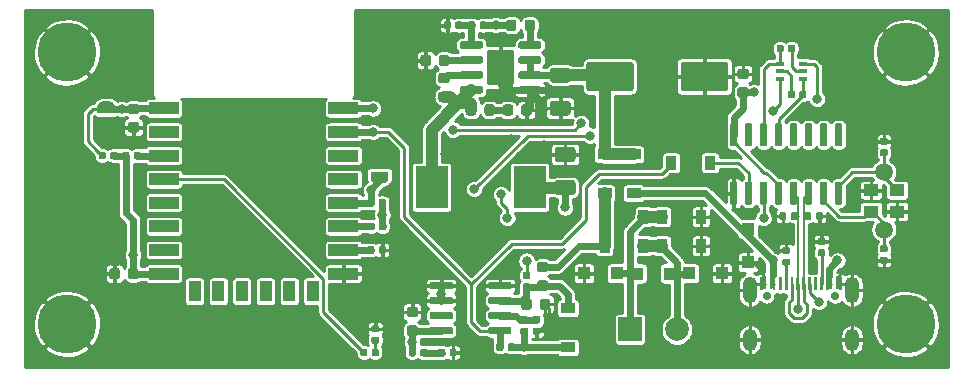
<source format=gtl>
G04 #@! TF.GenerationSoftware,KiCad,Pcbnew,5.1.5+dfsg1-2build2*
G04 #@! TF.CreationDate,2023-05-04T15:53:08+02:00*
G04 #@! TF.ProjectId,MBus_to_radio,4d427573-5f74-46f5-9f72-6164696f2e6b,rev?*
G04 #@! TF.SameCoordinates,Original*
G04 #@! TF.FileFunction,Copper,L1,Top*
G04 #@! TF.FilePolarity,Positive*
%FSLAX46Y46*%
G04 Gerber Fmt 4.6, Leading zero omitted, Abs format (unit mm)*
G04 Created by KiCad (PCBNEW 5.1.5+dfsg1-2build2) date 2023-05-04 15:53:08*
%MOMM*%
%LPD*%
G04 APERTURE LIST*
%ADD10C,0.100000*%
%ADD11R,1.100000X1.100000*%
%ADD12R,2.700000X3.600000*%
%ADD13C,2.000000*%
%ADD14R,2.000000X2.000000*%
%ADD15O,1.220000X1.930000*%
%ADD16C,0.700000*%
%ADD17O,1.220000X2.250000*%
%ADD18C,1.500000*%
%ADD19C,0.500000*%
%ADD20C,0.800000*%
%ADD21C,5.000000*%
%ADD22R,1.300000X1.000000*%
%ADD23R,2.500000X1.000000*%
%ADD24R,1.000000X1.800000*%
%ADD25R,0.650000X0.400000*%
%ADD26R,0.900000X1.200000*%
%ADD27R,1.200000X0.900000*%
%ADD28C,0.250000*%
%ADD29C,0.600000*%
%ADD30C,1.000000*%
%ADD31C,0.200000*%
%ADD32C,0.254000*%
G04 APERTURE END LIST*
G04 #@! TA.AperFunction,SMDPad,CuDef*
D10*
G36*
X155851958Y-68540710D02*
G01*
X155866276Y-68542834D01*
X155880317Y-68546351D01*
X155893946Y-68551228D01*
X155907031Y-68557417D01*
X155919447Y-68564858D01*
X155931073Y-68573481D01*
X155941798Y-68583202D01*
X155951519Y-68593927D01*
X155960142Y-68605553D01*
X155967583Y-68617969D01*
X155973772Y-68631054D01*
X155978649Y-68644683D01*
X155982166Y-68658724D01*
X155984290Y-68673042D01*
X155985000Y-68687500D01*
X155985000Y-69032500D01*
X155984290Y-69046958D01*
X155982166Y-69061276D01*
X155978649Y-69075317D01*
X155973772Y-69088946D01*
X155967583Y-69102031D01*
X155960142Y-69114447D01*
X155951519Y-69126073D01*
X155941798Y-69136798D01*
X155931073Y-69146519D01*
X155919447Y-69155142D01*
X155907031Y-69162583D01*
X155893946Y-69168772D01*
X155880317Y-69173649D01*
X155866276Y-69177166D01*
X155851958Y-69179290D01*
X155837500Y-69180000D01*
X155542500Y-69180000D01*
X155528042Y-69179290D01*
X155513724Y-69177166D01*
X155499683Y-69173649D01*
X155486054Y-69168772D01*
X155472969Y-69162583D01*
X155460553Y-69155142D01*
X155448927Y-69146519D01*
X155438202Y-69136798D01*
X155428481Y-69126073D01*
X155419858Y-69114447D01*
X155412417Y-69102031D01*
X155406228Y-69088946D01*
X155401351Y-69075317D01*
X155397834Y-69061276D01*
X155395710Y-69046958D01*
X155395000Y-69032500D01*
X155395000Y-68687500D01*
X155395710Y-68673042D01*
X155397834Y-68658724D01*
X155401351Y-68644683D01*
X155406228Y-68631054D01*
X155412417Y-68617969D01*
X155419858Y-68605553D01*
X155428481Y-68593927D01*
X155438202Y-68583202D01*
X155448927Y-68573481D01*
X155460553Y-68564858D01*
X155472969Y-68557417D01*
X155486054Y-68551228D01*
X155499683Y-68546351D01*
X155513724Y-68542834D01*
X155528042Y-68540710D01*
X155542500Y-68540000D01*
X155837500Y-68540000D01*
X155851958Y-68540710D01*
G37*
G04 #@! TD.AperFunction*
G04 #@! TA.AperFunction,SMDPad,CuDef*
G36*
X154881958Y-68540710D02*
G01*
X154896276Y-68542834D01*
X154910317Y-68546351D01*
X154923946Y-68551228D01*
X154937031Y-68557417D01*
X154949447Y-68564858D01*
X154961073Y-68573481D01*
X154971798Y-68583202D01*
X154981519Y-68593927D01*
X154990142Y-68605553D01*
X154997583Y-68617969D01*
X155003772Y-68631054D01*
X155008649Y-68644683D01*
X155012166Y-68658724D01*
X155014290Y-68673042D01*
X155015000Y-68687500D01*
X155015000Y-69032500D01*
X155014290Y-69046958D01*
X155012166Y-69061276D01*
X155008649Y-69075317D01*
X155003772Y-69088946D01*
X154997583Y-69102031D01*
X154990142Y-69114447D01*
X154981519Y-69126073D01*
X154971798Y-69136798D01*
X154961073Y-69146519D01*
X154949447Y-69155142D01*
X154937031Y-69162583D01*
X154923946Y-69168772D01*
X154910317Y-69173649D01*
X154896276Y-69177166D01*
X154881958Y-69179290D01*
X154867500Y-69180000D01*
X154572500Y-69180000D01*
X154558042Y-69179290D01*
X154543724Y-69177166D01*
X154529683Y-69173649D01*
X154516054Y-69168772D01*
X154502969Y-69162583D01*
X154490553Y-69155142D01*
X154478927Y-69146519D01*
X154468202Y-69136798D01*
X154458481Y-69126073D01*
X154449858Y-69114447D01*
X154442417Y-69102031D01*
X154436228Y-69088946D01*
X154431351Y-69075317D01*
X154427834Y-69061276D01*
X154425710Y-69046958D01*
X154425000Y-69032500D01*
X154425000Y-68687500D01*
X154425710Y-68673042D01*
X154427834Y-68658724D01*
X154431351Y-68644683D01*
X154436228Y-68631054D01*
X154442417Y-68617969D01*
X154449858Y-68605553D01*
X154458481Y-68593927D01*
X154468202Y-68583202D01*
X154478927Y-68573481D01*
X154490553Y-68564858D01*
X154502969Y-68557417D01*
X154516054Y-68551228D01*
X154529683Y-68546351D01*
X154543724Y-68542834D01*
X154558042Y-68540710D01*
X154572500Y-68540000D01*
X154867500Y-68540000D01*
X154881958Y-68540710D01*
G37*
G04 #@! TD.AperFunction*
G04 #@! TA.AperFunction,SMDPad,CuDef*
G36*
X152761958Y-68540710D02*
G01*
X152776276Y-68542834D01*
X152790317Y-68546351D01*
X152803946Y-68551228D01*
X152817031Y-68557417D01*
X152829447Y-68564858D01*
X152841073Y-68573481D01*
X152851798Y-68583202D01*
X152861519Y-68593927D01*
X152870142Y-68605553D01*
X152877583Y-68617969D01*
X152883772Y-68631054D01*
X152888649Y-68644683D01*
X152892166Y-68658724D01*
X152894290Y-68673042D01*
X152895000Y-68687500D01*
X152895000Y-69032500D01*
X152894290Y-69046958D01*
X152892166Y-69061276D01*
X152888649Y-69075317D01*
X152883772Y-69088946D01*
X152877583Y-69102031D01*
X152870142Y-69114447D01*
X152861519Y-69126073D01*
X152851798Y-69136798D01*
X152841073Y-69146519D01*
X152829447Y-69155142D01*
X152817031Y-69162583D01*
X152803946Y-69168772D01*
X152790317Y-69173649D01*
X152776276Y-69177166D01*
X152761958Y-69179290D01*
X152747500Y-69180000D01*
X152452500Y-69180000D01*
X152438042Y-69179290D01*
X152423724Y-69177166D01*
X152409683Y-69173649D01*
X152396054Y-69168772D01*
X152382969Y-69162583D01*
X152370553Y-69155142D01*
X152358927Y-69146519D01*
X152348202Y-69136798D01*
X152338481Y-69126073D01*
X152329858Y-69114447D01*
X152322417Y-69102031D01*
X152316228Y-69088946D01*
X152311351Y-69075317D01*
X152307834Y-69061276D01*
X152305710Y-69046958D01*
X152305000Y-69032500D01*
X152305000Y-68687500D01*
X152305710Y-68673042D01*
X152307834Y-68658724D01*
X152311351Y-68644683D01*
X152316228Y-68631054D01*
X152322417Y-68617969D01*
X152329858Y-68605553D01*
X152338481Y-68593927D01*
X152348202Y-68583202D01*
X152358927Y-68573481D01*
X152370553Y-68564858D01*
X152382969Y-68557417D01*
X152396054Y-68551228D01*
X152409683Y-68546351D01*
X152423724Y-68542834D01*
X152438042Y-68540710D01*
X152452500Y-68540000D01*
X152747500Y-68540000D01*
X152761958Y-68540710D01*
G37*
G04 #@! TD.AperFunction*
G04 #@! TA.AperFunction,SMDPad,CuDef*
G36*
X153731958Y-68540710D02*
G01*
X153746276Y-68542834D01*
X153760317Y-68546351D01*
X153773946Y-68551228D01*
X153787031Y-68557417D01*
X153799447Y-68564858D01*
X153811073Y-68573481D01*
X153821798Y-68583202D01*
X153831519Y-68593927D01*
X153840142Y-68605553D01*
X153847583Y-68617969D01*
X153853772Y-68631054D01*
X153858649Y-68644683D01*
X153862166Y-68658724D01*
X153864290Y-68673042D01*
X153865000Y-68687500D01*
X153865000Y-69032500D01*
X153864290Y-69046958D01*
X153862166Y-69061276D01*
X153858649Y-69075317D01*
X153853772Y-69088946D01*
X153847583Y-69102031D01*
X153840142Y-69114447D01*
X153831519Y-69126073D01*
X153821798Y-69136798D01*
X153811073Y-69146519D01*
X153799447Y-69155142D01*
X153787031Y-69162583D01*
X153773946Y-69168772D01*
X153760317Y-69173649D01*
X153746276Y-69177166D01*
X153731958Y-69179290D01*
X153717500Y-69180000D01*
X153422500Y-69180000D01*
X153408042Y-69179290D01*
X153393724Y-69177166D01*
X153379683Y-69173649D01*
X153366054Y-69168772D01*
X153352969Y-69162583D01*
X153340553Y-69155142D01*
X153328927Y-69146519D01*
X153318202Y-69136798D01*
X153308481Y-69126073D01*
X153299858Y-69114447D01*
X153292417Y-69102031D01*
X153286228Y-69088946D01*
X153281351Y-69075317D01*
X153277834Y-69061276D01*
X153275710Y-69046958D01*
X153275000Y-69032500D01*
X153275000Y-68687500D01*
X153275710Y-68673042D01*
X153277834Y-68658724D01*
X153281351Y-68644683D01*
X153286228Y-68631054D01*
X153292417Y-68617969D01*
X153299858Y-68605553D01*
X153308481Y-68593927D01*
X153318202Y-68583202D01*
X153328927Y-68573481D01*
X153340553Y-68564858D01*
X153352969Y-68557417D01*
X153366054Y-68551228D01*
X153379683Y-68546351D01*
X153393724Y-68542834D01*
X153408042Y-68540710D01*
X153422500Y-68540000D01*
X153717500Y-68540000D01*
X153731958Y-68540710D01*
G37*
G04 #@! TD.AperFunction*
D11*
X135770000Y-73710000D03*
X138570000Y-73710000D03*
X140210000Y-73720000D03*
X143010000Y-73720000D03*
X144660000Y-73710000D03*
X147460000Y-73710000D03*
X149640000Y-72770000D03*
X149640000Y-69970000D03*
G04 #@! TA.AperFunction,SMDPad,CuDef*
D10*
G36*
X117700602Y-64290000D02*
G01*
X117700602Y-64265466D01*
X117705412Y-64216635D01*
X117714984Y-64168510D01*
X117729228Y-64121555D01*
X117748005Y-64076222D01*
X117771136Y-64032949D01*
X117798396Y-63992150D01*
X117829524Y-63954221D01*
X117864221Y-63919524D01*
X117902150Y-63888396D01*
X117942949Y-63861136D01*
X117986222Y-63838005D01*
X118031555Y-63819228D01*
X118078510Y-63804984D01*
X118126635Y-63795412D01*
X118175466Y-63790602D01*
X118200000Y-63790602D01*
X118200000Y-63790000D01*
X118700000Y-63790000D01*
X118700000Y-63790602D01*
X118724534Y-63790602D01*
X118773365Y-63795412D01*
X118821490Y-63804984D01*
X118868445Y-63819228D01*
X118913778Y-63838005D01*
X118957051Y-63861136D01*
X118997850Y-63888396D01*
X119035779Y-63919524D01*
X119070476Y-63954221D01*
X119101604Y-63992150D01*
X119128864Y-64032949D01*
X119151995Y-64076222D01*
X119170772Y-64121555D01*
X119185016Y-64168510D01*
X119194588Y-64216635D01*
X119199398Y-64265466D01*
X119199398Y-64290000D01*
X119200000Y-64290000D01*
X119200000Y-64790000D01*
X117700000Y-64790000D01*
X117700000Y-64290000D01*
X117700602Y-64290000D01*
G37*
G04 #@! TD.AperFunction*
G04 #@! TA.AperFunction,SMDPad,CuDef*
G36*
X119200000Y-65090000D02*
G01*
X119200000Y-65590000D01*
X119199398Y-65590000D01*
X119199398Y-65614534D01*
X119194588Y-65663365D01*
X119185016Y-65711490D01*
X119170772Y-65758445D01*
X119151995Y-65803778D01*
X119128864Y-65847051D01*
X119101604Y-65887850D01*
X119070476Y-65925779D01*
X119035779Y-65960476D01*
X118997850Y-65991604D01*
X118957051Y-66018864D01*
X118913778Y-66041995D01*
X118868445Y-66060772D01*
X118821490Y-66075016D01*
X118773365Y-66084588D01*
X118724534Y-66089398D01*
X118700000Y-66089398D01*
X118700000Y-66090000D01*
X118200000Y-66090000D01*
X118200000Y-66089398D01*
X118175466Y-66089398D01*
X118126635Y-66084588D01*
X118078510Y-66075016D01*
X118031555Y-66060772D01*
X117986222Y-66041995D01*
X117942949Y-66018864D01*
X117902150Y-65991604D01*
X117864221Y-65960476D01*
X117829524Y-65925779D01*
X117798396Y-65887850D01*
X117771136Y-65847051D01*
X117748005Y-65803778D01*
X117729228Y-65758445D01*
X117714984Y-65711490D01*
X117705412Y-65663365D01*
X117700602Y-65614534D01*
X117700602Y-65590000D01*
X117700000Y-65590000D01*
X117700000Y-65090000D01*
X119200000Y-65090000D01*
G37*
G04 #@! TD.AperFunction*
G04 #@! TA.AperFunction,SMDPad,CuDef*
G36*
X94550602Y-59640000D02*
G01*
X94550602Y-59615466D01*
X94555412Y-59566635D01*
X94564984Y-59518510D01*
X94579228Y-59471555D01*
X94598005Y-59426222D01*
X94621136Y-59382949D01*
X94648396Y-59342150D01*
X94679524Y-59304221D01*
X94714221Y-59269524D01*
X94752150Y-59238396D01*
X94792949Y-59211136D01*
X94836222Y-59188005D01*
X94881555Y-59169228D01*
X94928510Y-59154984D01*
X94976635Y-59145412D01*
X95025466Y-59140602D01*
X95050000Y-59140602D01*
X95050000Y-59140000D01*
X95550000Y-59140000D01*
X95550000Y-59140602D01*
X95574534Y-59140602D01*
X95623365Y-59145412D01*
X95671490Y-59154984D01*
X95718445Y-59169228D01*
X95763778Y-59188005D01*
X95807051Y-59211136D01*
X95847850Y-59238396D01*
X95885779Y-59269524D01*
X95920476Y-59304221D01*
X95951604Y-59342150D01*
X95978864Y-59382949D01*
X96001995Y-59426222D01*
X96020772Y-59471555D01*
X96035016Y-59518510D01*
X96044588Y-59566635D01*
X96049398Y-59615466D01*
X96049398Y-59640000D01*
X96050000Y-59640000D01*
X96050000Y-60140000D01*
X94550000Y-60140000D01*
X94550000Y-59640000D01*
X94550602Y-59640000D01*
G37*
G04 #@! TD.AperFunction*
G04 #@! TA.AperFunction,SMDPad,CuDef*
G36*
X96050000Y-60440000D02*
G01*
X96050000Y-60940000D01*
X96049398Y-60940000D01*
X96049398Y-60964534D01*
X96044588Y-61013365D01*
X96035016Y-61061490D01*
X96020772Y-61108445D01*
X96001995Y-61153778D01*
X95978864Y-61197051D01*
X95951604Y-61237850D01*
X95920476Y-61275779D01*
X95885779Y-61310476D01*
X95847850Y-61341604D01*
X95807051Y-61368864D01*
X95763778Y-61391995D01*
X95718445Y-61410772D01*
X95671490Y-61425016D01*
X95623365Y-61434588D01*
X95574534Y-61439398D01*
X95550000Y-61439398D01*
X95550000Y-61440000D01*
X95050000Y-61440000D01*
X95050000Y-61439398D01*
X95025466Y-61439398D01*
X94976635Y-61434588D01*
X94928510Y-61425016D01*
X94881555Y-61410772D01*
X94836222Y-61391995D01*
X94792949Y-61368864D01*
X94752150Y-61341604D01*
X94714221Y-61310476D01*
X94679524Y-61275779D01*
X94648396Y-61237850D01*
X94621136Y-61197051D01*
X94598005Y-61153778D01*
X94579228Y-61108445D01*
X94564984Y-61061490D01*
X94555412Y-61013365D01*
X94550602Y-60964534D01*
X94550602Y-60940000D01*
X94550000Y-60940000D01*
X94550000Y-60440000D01*
X96050000Y-60440000D01*
G37*
G04 #@! TD.AperFunction*
D12*
X131160000Y-66430000D03*
X122860000Y-66430000D03*
G04 #@! TA.AperFunction,SMDPad,CuDef*
D10*
G36*
X147734504Y-55791204D02*
G01*
X147758773Y-55794804D01*
X147782571Y-55800765D01*
X147805671Y-55809030D01*
X147827849Y-55819520D01*
X147848893Y-55832133D01*
X147868598Y-55846747D01*
X147886777Y-55863223D01*
X147903253Y-55881402D01*
X147917867Y-55901107D01*
X147930480Y-55922151D01*
X147940970Y-55944329D01*
X147949235Y-55967429D01*
X147955196Y-55991227D01*
X147958796Y-56015496D01*
X147960000Y-56040000D01*
X147960000Y-58040000D01*
X147958796Y-58064504D01*
X147955196Y-58088773D01*
X147949235Y-58112571D01*
X147940970Y-58135671D01*
X147930480Y-58157849D01*
X147917867Y-58178893D01*
X147903253Y-58198598D01*
X147886777Y-58216777D01*
X147868598Y-58233253D01*
X147848893Y-58247867D01*
X147827849Y-58260480D01*
X147805671Y-58270970D01*
X147782571Y-58279235D01*
X147758773Y-58285196D01*
X147734504Y-58288796D01*
X147710000Y-58290000D01*
X144210000Y-58290000D01*
X144185496Y-58288796D01*
X144161227Y-58285196D01*
X144137429Y-58279235D01*
X144114329Y-58270970D01*
X144092151Y-58260480D01*
X144071107Y-58247867D01*
X144051402Y-58233253D01*
X144033223Y-58216777D01*
X144016747Y-58198598D01*
X144002133Y-58178893D01*
X143989520Y-58157849D01*
X143979030Y-58135671D01*
X143970765Y-58112571D01*
X143964804Y-58088773D01*
X143961204Y-58064504D01*
X143960000Y-58040000D01*
X143960000Y-56040000D01*
X143961204Y-56015496D01*
X143964804Y-55991227D01*
X143970765Y-55967429D01*
X143979030Y-55944329D01*
X143989520Y-55922151D01*
X144002133Y-55901107D01*
X144016747Y-55881402D01*
X144033223Y-55863223D01*
X144051402Y-55846747D01*
X144071107Y-55832133D01*
X144092151Y-55819520D01*
X144114329Y-55809030D01*
X144137429Y-55800765D01*
X144161227Y-55794804D01*
X144185496Y-55791204D01*
X144210000Y-55790000D01*
X147710000Y-55790000D01*
X147734504Y-55791204D01*
G37*
G04 #@! TD.AperFunction*
G04 #@! TA.AperFunction,SMDPad,CuDef*
G36*
X139734504Y-55791204D02*
G01*
X139758773Y-55794804D01*
X139782571Y-55800765D01*
X139805671Y-55809030D01*
X139827849Y-55819520D01*
X139848893Y-55832133D01*
X139868598Y-55846747D01*
X139886777Y-55863223D01*
X139903253Y-55881402D01*
X139917867Y-55901107D01*
X139930480Y-55922151D01*
X139940970Y-55944329D01*
X139949235Y-55967429D01*
X139955196Y-55991227D01*
X139958796Y-56015496D01*
X139960000Y-56040000D01*
X139960000Y-58040000D01*
X139958796Y-58064504D01*
X139955196Y-58088773D01*
X139949235Y-58112571D01*
X139940970Y-58135671D01*
X139930480Y-58157849D01*
X139917867Y-58178893D01*
X139903253Y-58198598D01*
X139886777Y-58216777D01*
X139868598Y-58233253D01*
X139848893Y-58247867D01*
X139827849Y-58260480D01*
X139805671Y-58270970D01*
X139782571Y-58279235D01*
X139758773Y-58285196D01*
X139734504Y-58288796D01*
X139710000Y-58290000D01*
X136210000Y-58290000D01*
X136185496Y-58288796D01*
X136161227Y-58285196D01*
X136137429Y-58279235D01*
X136114329Y-58270970D01*
X136092151Y-58260480D01*
X136071107Y-58247867D01*
X136051402Y-58233253D01*
X136033223Y-58216777D01*
X136016747Y-58198598D01*
X136002133Y-58178893D01*
X135989520Y-58157849D01*
X135979030Y-58135671D01*
X135970765Y-58112571D01*
X135964804Y-58088773D01*
X135961204Y-58064504D01*
X135960000Y-58040000D01*
X135960000Y-56040000D01*
X135961204Y-56015496D01*
X135964804Y-55991227D01*
X135970765Y-55967429D01*
X135979030Y-55944329D01*
X135989520Y-55922151D01*
X136002133Y-55901107D01*
X136016747Y-55881402D01*
X136033223Y-55863223D01*
X136051402Y-55846747D01*
X136071107Y-55832133D01*
X136092151Y-55819520D01*
X136114329Y-55809030D01*
X136137429Y-55800765D01*
X136161227Y-55794804D01*
X136185496Y-55791204D01*
X136210000Y-55790000D01*
X139710000Y-55790000D01*
X139734504Y-55791204D01*
G37*
G04 #@! TD.AperFunction*
D13*
X143630000Y-78450000D03*
D14*
X139670000Y-78450000D03*
D15*
X158450000Y-79325000D03*
D16*
X157015000Y-75625000D03*
D17*
X158450000Y-75125000D03*
D15*
X149800000Y-79325000D03*
D16*
X151235000Y-75625000D03*
D17*
X149800000Y-75125000D03*
G04 #@! TA.AperFunction,SMDPad,CuDef*
D10*
G36*
X157518626Y-74025301D02*
G01*
X157524693Y-74026201D01*
X157530643Y-74027691D01*
X157536418Y-74029758D01*
X157541962Y-74032380D01*
X157547223Y-74035533D01*
X157552150Y-74039187D01*
X157556694Y-74043306D01*
X157560813Y-74047850D01*
X157564467Y-74052777D01*
X157567620Y-74058038D01*
X157570242Y-74063582D01*
X157572309Y-74069357D01*
X157573799Y-74075307D01*
X157574699Y-74081374D01*
X157575000Y-74087500D01*
X157575000Y-75062500D01*
X157574699Y-75068626D01*
X157573799Y-75074693D01*
X157572309Y-75080643D01*
X157570242Y-75086418D01*
X157567620Y-75091962D01*
X157564467Y-75097223D01*
X157560813Y-75102150D01*
X157556694Y-75106694D01*
X157552150Y-75110813D01*
X157547223Y-75114467D01*
X157541962Y-75117620D01*
X157536418Y-75120242D01*
X157530643Y-75122309D01*
X157524693Y-75123799D01*
X157518626Y-75124699D01*
X157512500Y-75125000D01*
X157387500Y-75125000D01*
X157381374Y-75124699D01*
X157375307Y-75123799D01*
X157369357Y-75122309D01*
X157363582Y-75120242D01*
X157358038Y-75117620D01*
X157352777Y-75114467D01*
X157347850Y-75110813D01*
X157343306Y-75106694D01*
X157339187Y-75102150D01*
X157335533Y-75097223D01*
X157332380Y-75091962D01*
X157329758Y-75086418D01*
X157327691Y-75080643D01*
X157326201Y-75074693D01*
X157325301Y-75068626D01*
X157325000Y-75062500D01*
X157325000Y-74087500D01*
X157325301Y-74081374D01*
X157326201Y-74075307D01*
X157327691Y-74069357D01*
X157329758Y-74063582D01*
X157332380Y-74058038D01*
X157335533Y-74052777D01*
X157339187Y-74047850D01*
X157343306Y-74043306D01*
X157347850Y-74039187D01*
X157352777Y-74035533D01*
X157358038Y-74032380D01*
X157363582Y-74029758D01*
X157369357Y-74027691D01*
X157375307Y-74026201D01*
X157381374Y-74025301D01*
X157387500Y-74025000D01*
X157512500Y-74025000D01*
X157518626Y-74025301D01*
G37*
G04 #@! TD.AperFunction*
G04 #@! TA.AperFunction,SMDPad,CuDef*
G36*
X157268626Y-73925301D02*
G01*
X157274693Y-73926201D01*
X157280643Y-73927691D01*
X157286418Y-73929758D01*
X157291962Y-73932380D01*
X157297223Y-73935533D01*
X157302150Y-73939187D01*
X157306694Y-73943306D01*
X157310813Y-73947850D01*
X157314467Y-73952777D01*
X157317620Y-73958038D01*
X157320242Y-73963582D01*
X157322309Y-73969357D01*
X157323799Y-73975307D01*
X157324699Y-73981374D01*
X157325000Y-73987500D01*
X157325000Y-74962500D01*
X157324699Y-74968626D01*
X157323799Y-74974693D01*
X157322309Y-74980643D01*
X157320242Y-74986418D01*
X157317620Y-74991962D01*
X157314467Y-74997223D01*
X157310813Y-75002150D01*
X157306694Y-75006694D01*
X157302150Y-75010813D01*
X157297223Y-75014467D01*
X157291962Y-75017620D01*
X157286418Y-75020242D01*
X157280643Y-75022309D01*
X157274693Y-75023799D01*
X157268626Y-75024699D01*
X157262500Y-75025000D01*
X157137500Y-75025000D01*
X157131374Y-75024699D01*
X157125307Y-75023799D01*
X157119357Y-75022309D01*
X157113582Y-75020242D01*
X157108038Y-75017620D01*
X157102777Y-75014467D01*
X157097850Y-75010813D01*
X157093306Y-75006694D01*
X157089187Y-75002150D01*
X157085533Y-74997223D01*
X157082380Y-74991962D01*
X157079758Y-74986418D01*
X157077691Y-74980643D01*
X157076201Y-74974693D01*
X157075301Y-74968626D01*
X157075000Y-74962500D01*
X157075000Y-73987500D01*
X157075301Y-73981374D01*
X157076201Y-73975307D01*
X157077691Y-73969357D01*
X157079758Y-73963582D01*
X157082380Y-73958038D01*
X157085533Y-73952777D01*
X157089187Y-73947850D01*
X157093306Y-73943306D01*
X157097850Y-73939187D01*
X157102777Y-73935533D01*
X157108038Y-73932380D01*
X157113582Y-73929758D01*
X157119357Y-73927691D01*
X157125307Y-73926201D01*
X157131374Y-73925301D01*
X157137500Y-73925000D01*
X157262500Y-73925000D01*
X157268626Y-73925301D01*
G37*
G04 #@! TD.AperFunction*
G04 #@! TA.AperFunction,SMDPad,CuDef*
G36*
X150868626Y-74025301D02*
G01*
X150874693Y-74026201D01*
X150880643Y-74027691D01*
X150886418Y-74029758D01*
X150891962Y-74032380D01*
X150897223Y-74035533D01*
X150902150Y-74039187D01*
X150906694Y-74043306D01*
X150910813Y-74047850D01*
X150914467Y-74052777D01*
X150917620Y-74058038D01*
X150920242Y-74063582D01*
X150922309Y-74069357D01*
X150923799Y-74075307D01*
X150924699Y-74081374D01*
X150925000Y-74087500D01*
X150925000Y-75062500D01*
X150924699Y-75068626D01*
X150923799Y-75074693D01*
X150922309Y-75080643D01*
X150920242Y-75086418D01*
X150917620Y-75091962D01*
X150914467Y-75097223D01*
X150910813Y-75102150D01*
X150906694Y-75106694D01*
X150902150Y-75110813D01*
X150897223Y-75114467D01*
X150891962Y-75117620D01*
X150886418Y-75120242D01*
X150880643Y-75122309D01*
X150874693Y-75123799D01*
X150868626Y-75124699D01*
X150862500Y-75125000D01*
X150737500Y-75125000D01*
X150731374Y-75124699D01*
X150725307Y-75123799D01*
X150719357Y-75122309D01*
X150713582Y-75120242D01*
X150708038Y-75117620D01*
X150702777Y-75114467D01*
X150697850Y-75110813D01*
X150693306Y-75106694D01*
X150689187Y-75102150D01*
X150685533Y-75097223D01*
X150682380Y-75091962D01*
X150679758Y-75086418D01*
X150677691Y-75080643D01*
X150676201Y-75074693D01*
X150675301Y-75068626D01*
X150675000Y-75062500D01*
X150675000Y-74087500D01*
X150675301Y-74081374D01*
X150676201Y-74075307D01*
X150677691Y-74069357D01*
X150679758Y-74063582D01*
X150682380Y-74058038D01*
X150685533Y-74052777D01*
X150689187Y-74047850D01*
X150693306Y-74043306D01*
X150697850Y-74039187D01*
X150702777Y-74035533D01*
X150708038Y-74032380D01*
X150713582Y-74029758D01*
X150719357Y-74027691D01*
X150725307Y-74026201D01*
X150731374Y-74025301D01*
X150737500Y-74025000D01*
X150862500Y-74025000D01*
X150868626Y-74025301D01*
G37*
G04 #@! TD.AperFunction*
G04 #@! TA.AperFunction,SMDPad,CuDef*
G36*
X151118626Y-73925301D02*
G01*
X151124693Y-73926201D01*
X151130643Y-73927691D01*
X151136418Y-73929758D01*
X151141962Y-73932380D01*
X151147223Y-73935533D01*
X151152150Y-73939187D01*
X151156694Y-73943306D01*
X151160813Y-73947850D01*
X151164467Y-73952777D01*
X151167620Y-73958038D01*
X151170242Y-73963582D01*
X151172309Y-73969357D01*
X151173799Y-73975307D01*
X151174699Y-73981374D01*
X151175000Y-73987500D01*
X151175000Y-74962500D01*
X151174699Y-74968626D01*
X151173799Y-74974693D01*
X151172309Y-74980643D01*
X151170242Y-74986418D01*
X151167620Y-74991962D01*
X151164467Y-74997223D01*
X151160813Y-75002150D01*
X151156694Y-75006694D01*
X151152150Y-75010813D01*
X151147223Y-75014467D01*
X151141962Y-75017620D01*
X151136418Y-75020242D01*
X151130643Y-75022309D01*
X151124693Y-75023799D01*
X151118626Y-75024699D01*
X151112500Y-75025000D01*
X150987500Y-75025000D01*
X150981374Y-75024699D01*
X150975307Y-75023799D01*
X150969357Y-75022309D01*
X150963582Y-75020242D01*
X150958038Y-75017620D01*
X150952777Y-75014467D01*
X150947850Y-75010813D01*
X150943306Y-75006694D01*
X150939187Y-75002150D01*
X150935533Y-74997223D01*
X150932380Y-74991962D01*
X150929758Y-74986418D01*
X150927691Y-74980643D01*
X150926201Y-74974693D01*
X150925301Y-74968626D01*
X150925000Y-74962500D01*
X150925000Y-73987500D01*
X150925301Y-73981374D01*
X150926201Y-73975307D01*
X150927691Y-73969357D01*
X150929758Y-73963582D01*
X150932380Y-73958038D01*
X150935533Y-73952777D01*
X150939187Y-73947850D01*
X150943306Y-73943306D01*
X150947850Y-73939187D01*
X150952777Y-73935533D01*
X150958038Y-73932380D01*
X150963582Y-73929758D01*
X150969357Y-73927691D01*
X150975307Y-73926201D01*
X150981374Y-73925301D01*
X150987500Y-73925000D01*
X151112500Y-73925000D01*
X151118626Y-73925301D01*
G37*
G04 #@! TD.AperFunction*
G04 #@! TA.AperFunction,SMDPad,CuDef*
G36*
X151668626Y-73925301D02*
G01*
X151674693Y-73926201D01*
X151680643Y-73927691D01*
X151686418Y-73929758D01*
X151691962Y-73932380D01*
X151697223Y-73935533D01*
X151702150Y-73939187D01*
X151706694Y-73943306D01*
X151710813Y-73947850D01*
X151714467Y-73952777D01*
X151717620Y-73958038D01*
X151720242Y-73963582D01*
X151722309Y-73969357D01*
X151723799Y-73975307D01*
X151724699Y-73981374D01*
X151725000Y-73987500D01*
X151725000Y-74962500D01*
X151724699Y-74968626D01*
X151723799Y-74974693D01*
X151722309Y-74980643D01*
X151720242Y-74986418D01*
X151717620Y-74991962D01*
X151714467Y-74997223D01*
X151710813Y-75002150D01*
X151706694Y-75006694D01*
X151702150Y-75010813D01*
X151697223Y-75014467D01*
X151691962Y-75017620D01*
X151686418Y-75020242D01*
X151680643Y-75022309D01*
X151674693Y-75023799D01*
X151668626Y-75024699D01*
X151662500Y-75025000D01*
X151537500Y-75025000D01*
X151531374Y-75024699D01*
X151525307Y-75023799D01*
X151519357Y-75022309D01*
X151513582Y-75020242D01*
X151508038Y-75017620D01*
X151502777Y-75014467D01*
X151497850Y-75010813D01*
X151493306Y-75006694D01*
X151489187Y-75002150D01*
X151485533Y-74997223D01*
X151482380Y-74991962D01*
X151479758Y-74986418D01*
X151477691Y-74980643D01*
X151476201Y-74974693D01*
X151475301Y-74968626D01*
X151475000Y-74962500D01*
X151475000Y-73987500D01*
X151475301Y-73981374D01*
X151476201Y-73975307D01*
X151477691Y-73969357D01*
X151479758Y-73963582D01*
X151482380Y-73958038D01*
X151485533Y-73952777D01*
X151489187Y-73947850D01*
X151493306Y-73943306D01*
X151497850Y-73939187D01*
X151502777Y-73935533D01*
X151508038Y-73932380D01*
X151513582Y-73929758D01*
X151519357Y-73927691D01*
X151525307Y-73926201D01*
X151531374Y-73925301D01*
X151537500Y-73925000D01*
X151662500Y-73925000D01*
X151668626Y-73925301D01*
G37*
G04 #@! TD.AperFunction*
G04 #@! TA.AperFunction,SMDPad,CuDef*
G36*
X156718626Y-73925301D02*
G01*
X156724693Y-73926201D01*
X156730643Y-73927691D01*
X156736418Y-73929758D01*
X156741962Y-73932380D01*
X156747223Y-73935533D01*
X156752150Y-73939187D01*
X156756694Y-73943306D01*
X156760813Y-73947850D01*
X156764467Y-73952777D01*
X156767620Y-73958038D01*
X156770242Y-73963582D01*
X156772309Y-73969357D01*
X156773799Y-73975307D01*
X156774699Y-73981374D01*
X156775000Y-73987500D01*
X156775000Y-74962500D01*
X156774699Y-74968626D01*
X156773799Y-74974693D01*
X156772309Y-74980643D01*
X156770242Y-74986418D01*
X156767620Y-74991962D01*
X156764467Y-74997223D01*
X156760813Y-75002150D01*
X156756694Y-75006694D01*
X156752150Y-75010813D01*
X156747223Y-75014467D01*
X156741962Y-75017620D01*
X156736418Y-75020242D01*
X156730643Y-75022309D01*
X156724693Y-75023799D01*
X156718626Y-75024699D01*
X156712500Y-75025000D01*
X156587500Y-75025000D01*
X156581374Y-75024699D01*
X156575307Y-75023799D01*
X156569357Y-75022309D01*
X156563582Y-75020242D01*
X156558038Y-75017620D01*
X156552777Y-75014467D01*
X156547850Y-75010813D01*
X156543306Y-75006694D01*
X156539187Y-75002150D01*
X156535533Y-74997223D01*
X156532380Y-74991962D01*
X156529758Y-74986418D01*
X156527691Y-74980643D01*
X156526201Y-74974693D01*
X156525301Y-74968626D01*
X156525000Y-74962500D01*
X156525000Y-73987500D01*
X156525301Y-73981374D01*
X156526201Y-73975307D01*
X156527691Y-73969357D01*
X156529758Y-73963582D01*
X156532380Y-73958038D01*
X156535533Y-73952777D01*
X156539187Y-73947850D01*
X156543306Y-73943306D01*
X156547850Y-73939187D01*
X156552777Y-73935533D01*
X156558038Y-73932380D01*
X156563582Y-73929758D01*
X156569357Y-73927691D01*
X156575307Y-73926201D01*
X156581374Y-73925301D01*
X156587500Y-73925000D01*
X156712500Y-73925000D01*
X156718626Y-73925301D01*
G37*
G04 #@! TD.AperFunction*
G04 #@! TA.AperFunction,SMDPad,CuDef*
G36*
X151918626Y-74025301D02*
G01*
X151924693Y-74026201D01*
X151930643Y-74027691D01*
X151936418Y-74029758D01*
X151941962Y-74032380D01*
X151947223Y-74035533D01*
X151952150Y-74039187D01*
X151956694Y-74043306D01*
X151960813Y-74047850D01*
X151964467Y-74052777D01*
X151967620Y-74058038D01*
X151970242Y-74063582D01*
X151972309Y-74069357D01*
X151973799Y-74075307D01*
X151974699Y-74081374D01*
X151975000Y-74087500D01*
X151975000Y-75062500D01*
X151974699Y-75068626D01*
X151973799Y-75074693D01*
X151972309Y-75080643D01*
X151970242Y-75086418D01*
X151967620Y-75091962D01*
X151964467Y-75097223D01*
X151960813Y-75102150D01*
X151956694Y-75106694D01*
X151952150Y-75110813D01*
X151947223Y-75114467D01*
X151941962Y-75117620D01*
X151936418Y-75120242D01*
X151930643Y-75122309D01*
X151924693Y-75123799D01*
X151918626Y-75124699D01*
X151912500Y-75125000D01*
X151787500Y-75125000D01*
X151781374Y-75124699D01*
X151775307Y-75123799D01*
X151769357Y-75122309D01*
X151763582Y-75120242D01*
X151758038Y-75117620D01*
X151752777Y-75114467D01*
X151747850Y-75110813D01*
X151743306Y-75106694D01*
X151739187Y-75102150D01*
X151735533Y-75097223D01*
X151732380Y-75091962D01*
X151729758Y-75086418D01*
X151727691Y-75080643D01*
X151726201Y-75074693D01*
X151725301Y-75068626D01*
X151725000Y-75062500D01*
X151725000Y-74087500D01*
X151725301Y-74081374D01*
X151726201Y-74075307D01*
X151727691Y-74069357D01*
X151729758Y-74063582D01*
X151732380Y-74058038D01*
X151735533Y-74052777D01*
X151739187Y-74047850D01*
X151743306Y-74043306D01*
X151747850Y-74039187D01*
X151752777Y-74035533D01*
X151758038Y-74032380D01*
X151763582Y-74029758D01*
X151769357Y-74027691D01*
X151775307Y-74026201D01*
X151781374Y-74025301D01*
X151787500Y-74025000D01*
X151912500Y-74025000D01*
X151918626Y-74025301D01*
G37*
G04 #@! TD.AperFunction*
G04 #@! TA.AperFunction,SMDPad,CuDef*
G36*
X156468626Y-74025301D02*
G01*
X156474693Y-74026201D01*
X156480643Y-74027691D01*
X156486418Y-74029758D01*
X156491962Y-74032380D01*
X156497223Y-74035533D01*
X156502150Y-74039187D01*
X156506694Y-74043306D01*
X156510813Y-74047850D01*
X156514467Y-74052777D01*
X156517620Y-74058038D01*
X156520242Y-74063582D01*
X156522309Y-74069357D01*
X156523799Y-74075307D01*
X156524699Y-74081374D01*
X156525000Y-74087500D01*
X156525000Y-75062500D01*
X156524699Y-75068626D01*
X156523799Y-75074693D01*
X156522309Y-75080643D01*
X156520242Y-75086418D01*
X156517620Y-75091962D01*
X156514467Y-75097223D01*
X156510813Y-75102150D01*
X156506694Y-75106694D01*
X156502150Y-75110813D01*
X156497223Y-75114467D01*
X156491962Y-75117620D01*
X156486418Y-75120242D01*
X156480643Y-75122309D01*
X156474693Y-75123799D01*
X156468626Y-75124699D01*
X156462500Y-75125000D01*
X156337500Y-75125000D01*
X156331374Y-75124699D01*
X156325307Y-75123799D01*
X156319357Y-75122309D01*
X156313582Y-75120242D01*
X156308038Y-75117620D01*
X156302777Y-75114467D01*
X156297850Y-75110813D01*
X156293306Y-75106694D01*
X156289187Y-75102150D01*
X156285533Y-75097223D01*
X156282380Y-75091962D01*
X156279758Y-75086418D01*
X156277691Y-75080643D01*
X156276201Y-75074693D01*
X156275301Y-75068626D01*
X156275000Y-75062500D01*
X156275000Y-74087500D01*
X156275301Y-74081374D01*
X156276201Y-74075307D01*
X156277691Y-74069357D01*
X156279758Y-74063582D01*
X156282380Y-74058038D01*
X156285533Y-74052777D01*
X156289187Y-74047850D01*
X156293306Y-74043306D01*
X156297850Y-74039187D01*
X156302777Y-74035533D01*
X156308038Y-74032380D01*
X156313582Y-74029758D01*
X156319357Y-74027691D01*
X156325307Y-74026201D01*
X156331374Y-74025301D01*
X156337500Y-74025000D01*
X156462500Y-74025000D01*
X156468626Y-74025301D01*
G37*
G04 #@! TD.AperFunction*
G04 #@! TA.AperFunction,SMDPad,CuDef*
G36*
X154943626Y-74025301D02*
G01*
X154949693Y-74026201D01*
X154955643Y-74027691D01*
X154961418Y-74029758D01*
X154966962Y-74032380D01*
X154972223Y-74035533D01*
X154977150Y-74039187D01*
X154981694Y-74043306D01*
X154985813Y-74047850D01*
X154989467Y-74052777D01*
X154992620Y-74058038D01*
X154995242Y-74063582D01*
X154997309Y-74069357D01*
X154998799Y-74075307D01*
X154999699Y-74081374D01*
X155000000Y-74087500D01*
X155000000Y-75062500D01*
X154999699Y-75068626D01*
X154998799Y-75074693D01*
X154997309Y-75080643D01*
X154995242Y-75086418D01*
X154992620Y-75091962D01*
X154989467Y-75097223D01*
X154985813Y-75102150D01*
X154981694Y-75106694D01*
X154977150Y-75110813D01*
X154972223Y-75114467D01*
X154966962Y-75117620D01*
X154961418Y-75120242D01*
X154955643Y-75122309D01*
X154949693Y-75123799D01*
X154943626Y-75124699D01*
X154937500Y-75125000D01*
X154812500Y-75125000D01*
X154806374Y-75124699D01*
X154800307Y-75123799D01*
X154794357Y-75122309D01*
X154788582Y-75120242D01*
X154783038Y-75117620D01*
X154777777Y-75114467D01*
X154772850Y-75110813D01*
X154768306Y-75106694D01*
X154764187Y-75102150D01*
X154760533Y-75097223D01*
X154757380Y-75091962D01*
X154754758Y-75086418D01*
X154752691Y-75080643D01*
X154751201Y-75074693D01*
X154750301Y-75068626D01*
X154750000Y-75062500D01*
X154750000Y-74087500D01*
X154750301Y-74081374D01*
X154751201Y-74075307D01*
X154752691Y-74069357D01*
X154754758Y-74063582D01*
X154757380Y-74058038D01*
X154760533Y-74052777D01*
X154764187Y-74047850D01*
X154768306Y-74043306D01*
X154772850Y-74039187D01*
X154777777Y-74035533D01*
X154783038Y-74032380D01*
X154788582Y-74029758D01*
X154794357Y-74027691D01*
X154800307Y-74026201D01*
X154806374Y-74025301D01*
X154812500Y-74025000D01*
X154937500Y-74025000D01*
X154943626Y-74025301D01*
G37*
G04 #@! TD.AperFunction*
G04 #@! TA.AperFunction,SMDPad,CuDef*
G36*
X155443626Y-74025301D02*
G01*
X155449693Y-74026201D01*
X155455643Y-74027691D01*
X155461418Y-74029758D01*
X155466962Y-74032380D01*
X155472223Y-74035533D01*
X155477150Y-74039187D01*
X155481694Y-74043306D01*
X155485813Y-74047850D01*
X155489467Y-74052777D01*
X155492620Y-74058038D01*
X155495242Y-74063582D01*
X155497309Y-74069357D01*
X155498799Y-74075307D01*
X155499699Y-74081374D01*
X155500000Y-74087500D01*
X155500000Y-75062500D01*
X155499699Y-75068626D01*
X155498799Y-75074693D01*
X155497309Y-75080643D01*
X155495242Y-75086418D01*
X155492620Y-75091962D01*
X155489467Y-75097223D01*
X155485813Y-75102150D01*
X155481694Y-75106694D01*
X155477150Y-75110813D01*
X155472223Y-75114467D01*
X155466962Y-75117620D01*
X155461418Y-75120242D01*
X155455643Y-75122309D01*
X155449693Y-75123799D01*
X155443626Y-75124699D01*
X155437500Y-75125000D01*
X155312500Y-75125000D01*
X155306374Y-75124699D01*
X155300307Y-75123799D01*
X155294357Y-75122309D01*
X155288582Y-75120242D01*
X155283038Y-75117620D01*
X155277777Y-75114467D01*
X155272850Y-75110813D01*
X155268306Y-75106694D01*
X155264187Y-75102150D01*
X155260533Y-75097223D01*
X155257380Y-75091962D01*
X155254758Y-75086418D01*
X155252691Y-75080643D01*
X155251201Y-75074693D01*
X155250301Y-75068626D01*
X155250000Y-75062500D01*
X155250000Y-74087500D01*
X155250301Y-74081374D01*
X155251201Y-74075307D01*
X155252691Y-74069357D01*
X155254758Y-74063582D01*
X155257380Y-74058038D01*
X155260533Y-74052777D01*
X155264187Y-74047850D01*
X155268306Y-74043306D01*
X155272850Y-74039187D01*
X155277777Y-74035533D01*
X155283038Y-74032380D01*
X155288582Y-74029758D01*
X155294357Y-74027691D01*
X155300307Y-74026201D01*
X155306374Y-74025301D01*
X155312500Y-74025000D01*
X155437500Y-74025000D01*
X155443626Y-74025301D01*
G37*
G04 #@! TD.AperFunction*
G04 #@! TA.AperFunction,SMDPad,CuDef*
G36*
X155943626Y-74025301D02*
G01*
X155949693Y-74026201D01*
X155955643Y-74027691D01*
X155961418Y-74029758D01*
X155966962Y-74032380D01*
X155972223Y-74035533D01*
X155977150Y-74039187D01*
X155981694Y-74043306D01*
X155985813Y-74047850D01*
X155989467Y-74052777D01*
X155992620Y-74058038D01*
X155995242Y-74063582D01*
X155997309Y-74069357D01*
X155998799Y-74075307D01*
X155999699Y-74081374D01*
X156000000Y-74087500D01*
X156000000Y-75062500D01*
X155999699Y-75068626D01*
X155998799Y-75074693D01*
X155997309Y-75080643D01*
X155995242Y-75086418D01*
X155992620Y-75091962D01*
X155989467Y-75097223D01*
X155985813Y-75102150D01*
X155981694Y-75106694D01*
X155977150Y-75110813D01*
X155972223Y-75114467D01*
X155966962Y-75117620D01*
X155961418Y-75120242D01*
X155955643Y-75122309D01*
X155949693Y-75123799D01*
X155943626Y-75124699D01*
X155937500Y-75125000D01*
X155812500Y-75125000D01*
X155806374Y-75124699D01*
X155800307Y-75123799D01*
X155794357Y-75122309D01*
X155788582Y-75120242D01*
X155783038Y-75117620D01*
X155777777Y-75114467D01*
X155772850Y-75110813D01*
X155768306Y-75106694D01*
X155764187Y-75102150D01*
X155760533Y-75097223D01*
X155757380Y-75091962D01*
X155754758Y-75086418D01*
X155752691Y-75080643D01*
X155751201Y-75074693D01*
X155750301Y-75068626D01*
X155750000Y-75062500D01*
X155750000Y-74087500D01*
X155750301Y-74081374D01*
X155751201Y-74075307D01*
X155752691Y-74069357D01*
X155754758Y-74063582D01*
X155757380Y-74058038D01*
X155760533Y-74052777D01*
X155764187Y-74047850D01*
X155768306Y-74043306D01*
X155772850Y-74039187D01*
X155777777Y-74035533D01*
X155783038Y-74032380D01*
X155788582Y-74029758D01*
X155794357Y-74027691D01*
X155800307Y-74026201D01*
X155806374Y-74025301D01*
X155812500Y-74025000D01*
X155937500Y-74025000D01*
X155943626Y-74025301D01*
G37*
G04 #@! TD.AperFunction*
G04 #@! TA.AperFunction,SMDPad,CuDef*
G36*
X152443626Y-74025301D02*
G01*
X152449693Y-74026201D01*
X152455643Y-74027691D01*
X152461418Y-74029758D01*
X152466962Y-74032380D01*
X152472223Y-74035533D01*
X152477150Y-74039187D01*
X152481694Y-74043306D01*
X152485813Y-74047850D01*
X152489467Y-74052777D01*
X152492620Y-74058038D01*
X152495242Y-74063582D01*
X152497309Y-74069357D01*
X152498799Y-74075307D01*
X152499699Y-74081374D01*
X152500000Y-74087500D01*
X152500000Y-75062500D01*
X152499699Y-75068626D01*
X152498799Y-75074693D01*
X152497309Y-75080643D01*
X152495242Y-75086418D01*
X152492620Y-75091962D01*
X152489467Y-75097223D01*
X152485813Y-75102150D01*
X152481694Y-75106694D01*
X152477150Y-75110813D01*
X152472223Y-75114467D01*
X152466962Y-75117620D01*
X152461418Y-75120242D01*
X152455643Y-75122309D01*
X152449693Y-75123799D01*
X152443626Y-75124699D01*
X152437500Y-75125000D01*
X152312500Y-75125000D01*
X152306374Y-75124699D01*
X152300307Y-75123799D01*
X152294357Y-75122309D01*
X152288582Y-75120242D01*
X152283038Y-75117620D01*
X152277777Y-75114467D01*
X152272850Y-75110813D01*
X152268306Y-75106694D01*
X152264187Y-75102150D01*
X152260533Y-75097223D01*
X152257380Y-75091962D01*
X152254758Y-75086418D01*
X152252691Y-75080643D01*
X152251201Y-75074693D01*
X152250301Y-75068626D01*
X152250000Y-75062500D01*
X152250000Y-74087500D01*
X152250301Y-74081374D01*
X152251201Y-74075307D01*
X152252691Y-74069357D01*
X152254758Y-74063582D01*
X152257380Y-74058038D01*
X152260533Y-74052777D01*
X152264187Y-74047850D01*
X152268306Y-74043306D01*
X152272850Y-74039187D01*
X152277777Y-74035533D01*
X152283038Y-74032380D01*
X152288582Y-74029758D01*
X152294357Y-74027691D01*
X152300307Y-74026201D01*
X152306374Y-74025301D01*
X152312500Y-74025000D01*
X152437500Y-74025000D01*
X152443626Y-74025301D01*
G37*
G04 #@! TD.AperFunction*
G04 #@! TA.AperFunction,SMDPad,CuDef*
G36*
X152943626Y-74025301D02*
G01*
X152949693Y-74026201D01*
X152955643Y-74027691D01*
X152961418Y-74029758D01*
X152966962Y-74032380D01*
X152972223Y-74035533D01*
X152977150Y-74039187D01*
X152981694Y-74043306D01*
X152985813Y-74047850D01*
X152989467Y-74052777D01*
X152992620Y-74058038D01*
X152995242Y-74063582D01*
X152997309Y-74069357D01*
X152998799Y-74075307D01*
X152999699Y-74081374D01*
X153000000Y-74087500D01*
X153000000Y-75062500D01*
X152999699Y-75068626D01*
X152998799Y-75074693D01*
X152997309Y-75080643D01*
X152995242Y-75086418D01*
X152992620Y-75091962D01*
X152989467Y-75097223D01*
X152985813Y-75102150D01*
X152981694Y-75106694D01*
X152977150Y-75110813D01*
X152972223Y-75114467D01*
X152966962Y-75117620D01*
X152961418Y-75120242D01*
X152955643Y-75122309D01*
X152949693Y-75123799D01*
X152943626Y-75124699D01*
X152937500Y-75125000D01*
X152812500Y-75125000D01*
X152806374Y-75124699D01*
X152800307Y-75123799D01*
X152794357Y-75122309D01*
X152788582Y-75120242D01*
X152783038Y-75117620D01*
X152777777Y-75114467D01*
X152772850Y-75110813D01*
X152768306Y-75106694D01*
X152764187Y-75102150D01*
X152760533Y-75097223D01*
X152757380Y-75091962D01*
X152754758Y-75086418D01*
X152752691Y-75080643D01*
X152751201Y-75074693D01*
X152750301Y-75068626D01*
X152750000Y-75062500D01*
X152750000Y-74087500D01*
X152750301Y-74081374D01*
X152751201Y-74075307D01*
X152752691Y-74069357D01*
X152754758Y-74063582D01*
X152757380Y-74058038D01*
X152760533Y-74052777D01*
X152764187Y-74047850D01*
X152768306Y-74043306D01*
X152772850Y-74039187D01*
X152777777Y-74035533D01*
X152783038Y-74032380D01*
X152788582Y-74029758D01*
X152794357Y-74027691D01*
X152800307Y-74026201D01*
X152806374Y-74025301D01*
X152812500Y-74025000D01*
X152937500Y-74025000D01*
X152943626Y-74025301D01*
G37*
G04 #@! TD.AperFunction*
G04 #@! TA.AperFunction,SMDPad,CuDef*
G36*
X153443626Y-74025301D02*
G01*
X153449693Y-74026201D01*
X153455643Y-74027691D01*
X153461418Y-74029758D01*
X153466962Y-74032380D01*
X153472223Y-74035533D01*
X153477150Y-74039187D01*
X153481694Y-74043306D01*
X153485813Y-74047850D01*
X153489467Y-74052777D01*
X153492620Y-74058038D01*
X153495242Y-74063582D01*
X153497309Y-74069357D01*
X153498799Y-74075307D01*
X153499699Y-74081374D01*
X153500000Y-74087500D01*
X153500000Y-75062500D01*
X153499699Y-75068626D01*
X153498799Y-75074693D01*
X153497309Y-75080643D01*
X153495242Y-75086418D01*
X153492620Y-75091962D01*
X153489467Y-75097223D01*
X153485813Y-75102150D01*
X153481694Y-75106694D01*
X153477150Y-75110813D01*
X153472223Y-75114467D01*
X153466962Y-75117620D01*
X153461418Y-75120242D01*
X153455643Y-75122309D01*
X153449693Y-75123799D01*
X153443626Y-75124699D01*
X153437500Y-75125000D01*
X153312500Y-75125000D01*
X153306374Y-75124699D01*
X153300307Y-75123799D01*
X153294357Y-75122309D01*
X153288582Y-75120242D01*
X153283038Y-75117620D01*
X153277777Y-75114467D01*
X153272850Y-75110813D01*
X153268306Y-75106694D01*
X153264187Y-75102150D01*
X153260533Y-75097223D01*
X153257380Y-75091962D01*
X153254758Y-75086418D01*
X153252691Y-75080643D01*
X153251201Y-75074693D01*
X153250301Y-75068626D01*
X153250000Y-75062500D01*
X153250000Y-74087500D01*
X153250301Y-74081374D01*
X153251201Y-74075307D01*
X153252691Y-74069357D01*
X153254758Y-74063582D01*
X153257380Y-74058038D01*
X153260533Y-74052777D01*
X153264187Y-74047850D01*
X153268306Y-74043306D01*
X153272850Y-74039187D01*
X153277777Y-74035533D01*
X153283038Y-74032380D01*
X153288582Y-74029758D01*
X153294357Y-74027691D01*
X153300307Y-74026201D01*
X153306374Y-74025301D01*
X153312500Y-74025000D01*
X153437500Y-74025000D01*
X153443626Y-74025301D01*
G37*
G04 #@! TD.AperFunction*
G04 #@! TA.AperFunction,SMDPad,CuDef*
G36*
X154443626Y-74025301D02*
G01*
X154449693Y-74026201D01*
X154455643Y-74027691D01*
X154461418Y-74029758D01*
X154466962Y-74032380D01*
X154472223Y-74035533D01*
X154477150Y-74039187D01*
X154481694Y-74043306D01*
X154485813Y-74047850D01*
X154489467Y-74052777D01*
X154492620Y-74058038D01*
X154495242Y-74063582D01*
X154497309Y-74069357D01*
X154498799Y-74075307D01*
X154499699Y-74081374D01*
X154500000Y-74087500D01*
X154500000Y-75062500D01*
X154499699Y-75068626D01*
X154498799Y-75074693D01*
X154497309Y-75080643D01*
X154495242Y-75086418D01*
X154492620Y-75091962D01*
X154489467Y-75097223D01*
X154485813Y-75102150D01*
X154481694Y-75106694D01*
X154477150Y-75110813D01*
X154472223Y-75114467D01*
X154466962Y-75117620D01*
X154461418Y-75120242D01*
X154455643Y-75122309D01*
X154449693Y-75123799D01*
X154443626Y-75124699D01*
X154437500Y-75125000D01*
X154312500Y-75125000D01*
X154306374Y-75124699D01*
X154300307Y-75123799D01*
X154294357Y-75122309D01*
X154288582Y-75120242D01*
X154283038Y-75117620D01*
X154277777Y-75114467D01*
X154272850Y-75110813D01*
X154268306Y-75106694D01*
X154264187Y-75102150D01*
X154260533Y-75097223D01*
X154257380Y-75091962D01*
X154254758Y-75086418D01*
X154252691Y-75080643D01*
X154251201Y-75074693D01*
X154250301Y-75068626D01*
X154250000Y-75062500D01*
X154250000Y-74087500D01*
X154250301Y-74081374D01*
X154251201Y-74075307D01*
X154252691Y-74069357D01*
X154254758Y-74063582D01*
X154257380Y-74058038D01*
X154260533Y-74052777D01*
X154264187Y-74047850D01*
X154268306Y-74043306D01*
X154272850Y-74039187D01*
X154277777Y-74035533D01*
X154283038Y-74032380D01*
X154288582Y-74029758D01*
X154294357Y-74027691D01*
X154300307Y-74026201D01*
X154306374Y-74025301D01*
X154312500Y-74025000D01*
X154437500Y-74025000D01*
X154443626Y-74025301D01*
G37*
G04 #@! TD.AperFunction*
G04 #@! TA.AperFunction,SMDPad,CuDef*
G36*
X153943626Y-74025301D02*
G01*
X153949693Y-74026201D01*
X153955643Y-74027691D01*
X153961418Y-74029758D01*
X153966962Y-74032380D01*
X153972223Y-74035533D01*
X153977150Y-74039187D01*
X153981694Y-74043306D01*
X153985813Y-74047850D01*
X153989467Y-74052777D01*
X153992620Y-74058038D01*
X153995242Y-74063582D01*
X153997309Y-74069357D01*
X153998799Y-74075307D01*
X153999699Y-74081374D01*
X154000000Y-74087500D01*
X154000000Y-75062500D01*
X153999699Y-75068626D01*
X153998799Y-75074693D01*
X153997309Y-75080643D01*
X153995242Y-75086418D01*
X153992620Y-75091962D01*
X153989467Y-75097223D01*
X153985813Y-75102150D01*
X153981694Y-75106694D01*
X153977150Y-75110813D01*
X153972223Y-75114467D01*
X153966962Y-75117620D01*
X153961418Y-75120242D01*
X153955643Y-75122309D01*
X153949693Y-75123799D01*
X153943626Y-75124699D01*
X153937500Y-75125000D01*
X153812500Y-75125000D01*
X153806374Y-75124699D01*
X153800307Y-75123799D01*
X153794357Y-75122309D01*
X153788582Y-75120242D01*
X153783038Y-75117620D01*
X153777777Y-75114467D01*
X153772850Y-75110813D01*
X153768306Y-75106694D01*
X153764187Y-75102150D01*
X153760533Y-75097223D01*
X153757380Y-75091962D01*
X153754758Y-75086418D01*
X153752691Y-75080643D01*
X153751201Y-75074693D01*
X153750301Y-75068626D01*
X153750000Y-75062500D01*
X153750000Y-74087500D01*
X153750301Y-74081374D01*
X153751201Y-74075307D01*
X153752691Y-74069357D01*
X153754758Y-74063582D01*
X153757380Y-74058038D01*
X153760533Y-74052777D01*
X153764187Y-74047850D01*
X153768306Y-74043306D01*
X153772850Y-74039187D01*
X153777777Y-74035533D01*
X153783038Y-74032380D01*
X153788582Y-74029758D01*
X153794357Y-74027691D01*
X153800307Y-74026201D01*
X153806374Y-74025301D01*
X153812500Y-74025000D01*
X153937500Y-74025000D01*
X153943626Y-74025301D01*
G37*
G04 #@! TD.AperFunction*
D18*
X161150000Y-65120000D03*
X161150000Y-70000000D03*
G04 #@! TA.AperFunction,SMDPad,CuDef*
D10*
G36*
X127064703Y-57880722D02*
G01*
X127079264Y-57882882D01*
X127093543Y-57886459D01*
X127107403Y-57891418D01*
X127120710Y-57897712D01*
X127133336Y-57905280D01*
X127145159Y-57914048D01*
X127156066Y-57923934D01*
X127165952Y-57934841D01*
X127174720Y-57946664D01*
X127182288Y-57959290D01*
X127188582Y-57972597D01*
X127193541Y-57986457D01*
X127197118Y-58000736D01*
X127199278Y-58015297D01*
X127200000Y-58030000D01*
X127200000Y-58330000D01*
X127199278Y-58344703D01*
X127197118Y-58359264D01*
X127193541Y-58373543D01*
X127188582Y-58387403D01*
X127182288Y-58400710D01*
X127174720Y-58413336D01*
X127165952Y-58425159D01*
X127156066Y-58436066D01*
X127145159Y-58445952D01*
X127133336Y-58454720D01*
X127120710Y-58462288D01*
X127107403Y-58468582D01*
X127093543Y-58473541D01*
X127079264Y-58477118D01*
X127064703Y-58479278D01*
X127050000Y-58480000D01*
X125400000Y-58480000D01*
X125385297Y-58479278D01*
X125370736Y-58477118D01*
X125356457Y-58473541D01*
X125342597Y-58468582D01*
X125329290Y-58462288D01*
X125316664Y-58454720D01*
X125304841Y-58445952D01*
X125293934Y-58436066D01*
X125284048Y-58425159D01*
X125275280Y-58413336D01*
X125267712Y-58400710D01*
X125261418Y-58387403D01*
X125256459Y-58373543D01*
X125252882Y-58359264D01*
X125250722Y-58344703D01*
X125250000Y-58330000D01*
X125250000Y-58030000D01*
X125250722Y-58015297D01*
X125252882Y-58000736D01*
X125256459Y-57986457D01*
X125261418Y-57972597D01*
X125267712Y-57959290D01*
X125275280Y-57946664D01*
X125284048Y-57934841D01*
X125293934Y-57923934D01*
X125304841Y-57914048D01*
X125316664Y-57905280D01*
X125329290Y-57897712D01*
X125342597Y-57891418D01*
X125356457Y-57886459D01*
X125370736Y-57882882D01*
X125385297Y-57880722D01*
X125400000Y-57880000D01*
X127050000Y-57880000D01*
X127064703Y-57880722D01*
G37*
G04 #@! TD.AperFunction*
G04 #@! TA.AperFunction,SMDPad,CuDef*
G36*
X127064703Y-56610722D02*
G01*
X127079264Y-56612882D01*
X127093543Y-56616459D01*
X127107403Y-56621418D01*
X127120710Y-56627712D01*
X127133336Y-56635280D01*
X127145159Y-56644048D01*
X127156066Y-56653934D01*
X127165952Y-56664841D01*
X127174720Y-56676664D01*
X127182288Y-56689290D01*
X127188582Y-56702597D01*
X127193541Y-56716457D01*
X127197118Y-56730736D01*
X127199278Y-56745297D01*
X127200000Y-56760000D01*
X127200000Y-57060000D01*
X127199278Y-57074703D01*
X127197118Y-57089264D01*
X127193541Y-57103543D01*
X127188582Y-57117403D01*
X127182288Y-57130710D01*
X127174720Y-57143336D01*
X127165952Y-57155159D01*
X127156066Y-57166066D01*
X127145159Y-57175952D01*
X127133336Y-57184720D01*
X127120710Y-57192288D01*
X127107403Y-57198582D01*
X127093543Y-57203541D01*
X127079264Y-57207118D01*
X127064703Y-57209278D01*
X127050000Y-57210000D01*
X125400000Y-57210000D01*
X125385297Y-57209278D01*
X125370736Y-57207118D01*
X125356457Y-57203541D01*
X125342597Y-57198582D01*
X125329290Y-57192288D01*
X125316664Y-57184720D01*
X125304841Y-57175952D01*
X125293934Y-57166066D01*
X125284048Y-57155159D01*
X125275280Y-57143336D01*
X125267712Y-57130710D01*
X125261418Y-57117403D01*
X125256459Y-57103543D01*
X125252882Y-57089264D01*
X125250722Y-57074703D01*
X125250000Y-57060000D01*
X125250000Y-56760000D01*
X125250722Y-56745297D01*
X125252882Y-56730736D01*
X125256459Y-56716457D01*
X125261418Y-56702597D01*
X125267712Y-56689290D01*
X125275280Y-56676664D01*
X125284048Y-56664841D01*
X125293934Y-56653934D01*
X125304841Y-56644048D01*
X125316664Y-56635280D01*
X125329290Y-56627712D01*
X125342597Y-56621418D01*
X125356457Y-56616459D01*
X125370736Y-56612882D01*
X125385297Y-56610722D01*
X125400000Y-56610000D01*
X127050000Y-56610000D01*
X127064703Y-56610722D01*
G37*
G04 #@! TD.AperFunction*
G04 #@! TA.AperFunction,SMDPad,CuDef*
G36*
X127064703Y-55340722D02*
G01*
X127079264Y-55342882D01*
X127093543Y-55346459D01*
X127107403Y-55351418D01*
X127120710Y-55357712D01*
X127133336Y-55365280D01*
X127145159Y-55374048D01*
X127156066Y-55383934D01*
X127165952Y-55394841D01*
X127174720Y-55406664D01*
X127182288Y-55419290D01*
X127188582Y-55432597D01*
X127193541Y-55446457D01*
X127197118Y-55460736D01*
X127199278Y-55475297D01*
X127200000Y-55490000D01*
X127200000Y-55790000D01*
X127199278Y-55804703D01*
X127197118Y-55819264D01*
X127193541Y-55833543D01*
X127188582Y-55847403D01*
X127182288Y-55860710D01*
X127174720Y-55873336D01*
X127165952Y-55885159D01*
X127156066Y-55896066D01*
X127145159Y-55905952D01*
X127133336Y-55914720D01*
X127120710Y-55922288D01*
X127107403Y-55928582D01*
X127093543Y-55933541D01*
X127079264Y-55937118D01*
X127064703Y-55939278D01*
X127050000Y-55940000D01*
X125400000Y-55940000D01*
X125385297Y-55939278D01*
X125370736Y-55937118D01*
X125356457Y-55933541D01*
X125342597Y-55928582D01*
X125329290Y-55922288D01*
X125316664Y-55914720D01*
X125304841Y-55905952D01*
X125293934Y-55896066D01*
X125284048Y-55885159D01*
X125275280Y-55873336D01*
X125267712Y-55860710D01*
X125261418Y-55847403D01*
X125256459Y-55833543D01*
X125252882Y-55819264D01*
X125250722Y-55804703D01*
X125250000Y-55790000D01*
X125250000Y-55490000D01*
X125250722Y-55475297D01*
X125252882Y-55460736D01*
X125256459Y-55446457D01*
X125261418Y-55432597D01*
X125267712Y-55419290D01*
X125275280Y-55406664D01*
X125284048Y-55394841D01*
X125293934Y-55383934D01*
X125304841Y-55374048D01*
X125316664Y-55365280D01*
X125329290Y-55357712D01*
X125342597Y-55351418D01*
X125356457Y-55346459D01*
X125370736Y-55342882D01*
X125385297Y-55340722D01*
X125400000Y-55340000D01*
X127050000Y-55340000D01*
X127064703Y-55340722D01*
G37*
G04 #@! TD.AperFunction*
G04 #@! TA.AperFunction,SMDPad,CuDef*
G36*
X127064703Y-54070722D02*
G01*
X127079264Y-54072882D01*
X127093543Y-54076459D01*
X127107403Y-54081418D01*
X127120710Y-54087712D01*
X127133336Y-54095280D01*
X127145159Y-54104048D01*
X127156066Y-54113934D01*
X127165952Y-54124841D01*
X127174720Y-54136664D01*
X127182288Y-54149290D01*
X127188582Y-54162597D01*
X127193541Y-54176457D01*
X127197118Y-54190736D01*
X127199278Y-54205297D01*
X127200000Y-54220000D01*
X127200000Y-54520000D01*
X127199278Y-54534703D01*
X127197118Y-54549264D01*
X127193541Y-54563543D01*
X127188582Y-54577403D01*
X127182288Y-54590710D01*
X127174720Y-54603336D01*
X127165952Y-54615159D01*
X127156066Y-54626066D01*
X127145159Y-54635952D01*
X127133336Y-54644720D01*
X127120710Y-54652288D01*
X127107403Y-54658582D01*
X127093543Y-54663541D01*
X127079264Y-54667118D01*
X127064703Y-54669278D01*
X127050000Y-54670000D01*
X125400000Y-54670000D01*
X125385297Y-54669278D01*
X125370736Y-54667118D01*
X125356457Y-54663541D01*
X125342597Y-54658582D01*
X125329290Y-54652288D01*
X125316664Y-54644720D01*
X125304841Y-54635952D01*
X125293934Y-54626066D01*
X125284048Y-54615159D01*
X125275280Y-54603336D01*
X125267712Y-54590710D01*
X125261418Y-54577403D01*
X125256459Y-54563543D01*
X125252882Y-54549264D01*
X125250722Y-54534703D01*
X125250000Y-54520000D01*
X125250000Y-54220000D01*
X125250722Y-54205297D01*
X125252882Y-54190736D01*
X125256459Y-54176457D01*
X125261418Y-54162597D01*
X125267712Y-54149290D01*
X125275280Y-54136664D01*
X125284048Y-54124841D01*
X125293934Y-54113934D01*
X125304841Y-54104048D01*
X125316664Y-54095280D01*
X125329290Y-54087712D01*
X125342597Y-54081418D01*
X125356457Y-54076459D01*
X125370736Y-54072882D01*
X125385297Y-54070722D01*
X125400000Y-54070000D01*
X127050000Y-54070000D01*
X127064703Y-54070722D01*
G37*
G04 #@! TD.AperFunction*
G04 #@! TA.AperFunction,SMDPad,CuDef*
G36*
X132014703Y-54070722D02*
G01*
X132029264Y-54072882D01*
X132043543Y-54076459D01*
X132057403Y-54081418D01*
X132070710Y-54087712D01*
X132083336Y-54095280D01*
X132095159Y-54104048D01*
X132106066Y-54113934D01*
X132115952Y-54124841D01*
X132124720Y-54136664D01*
X132132288Y-54149290D01*
X132138582Y-54162597D01*
X132143541Y-54176457D01*
X132147118Y-54190736D01*
X132149278Y-54205297D01*
X132150000Y-54220000D01*
X132150000Y-54520000D01*
X132149278Y-54534703D01*
X132147118Y-54549264D01*
X132143541Y-54563543D01*
X132138582Y-54577403D01*
X132132288Y-54590710D01*
X132124720Y-54603336D01*
X132115952Y-54615159D01*
X132106066Y-54626066D01*
X132095159Y-54635952D01*
X132083336Y-54644720D01*
X132070710Y-54652288D01*
X132057403Y-54658582D01*
X132043543Y-54663541D01*
X132029264Y-54667118D01*
X132014703Y-54669278D01*
X132000000Y-54670000D01*
X130350000Y-54670000D01*
X130335297Y-54669278D01*
X130320736Y-54667118D01*
X130306457Y-54663541D01*
X130292597Y-54658582D01*
X130279290Y-54652288D01*
X130266664Y-54644720D01*
X130254841Y-54635952D01*
X130243934Y-54626066D01*
X130234048Y-54615159D01*
X130225280Y-54603336D01*
X130217712Y-54590710D01*
X130211418Y-54577403D01*
X130206459Y-54563543D01*
X130202882Y-54549264D01*
X130200722Y-54534703D01*
X130200000Y-54520000D01*
X130200000Y-54220000D01*
X130200722Y-54205297D01*
X130202882Y-54190736D01*
X130206459Y-54176457D01*
X130211418Y-54162597D01*
X130217712Y-54149290D01*
X130225280Y-54136664D01*
X130234048Y-54124841D01*
X130243934Y-54113934D01*
X130254841Y-54104048D01*
X130266664Y-54095280D01*
X130279290Y-54087712D01*
X130292597Y-54081418D01*
X130306457Y-54076459D01*
X130320736Y-54072882D01*
X130335297Y-54070722D01*
X130350000Y-54070000D01*
X132000000Y-54070000D01*
X132014703Y-54070722D01*
G37*
G04 #@! TD.AperFunction*
G04 #@! TA.AperFunction,SMDPad,CuDef*
G36*
X132014703Y-55340722D02*
G01*
X132029264Y-55342882D01*
X132043543Y-55346459D01*
X132057403Y-55351418D01*
X132070710Y-55357712D01*
X132083336Y-55365280D01*
X132095159Y-55374048D01*
X132106066Y-55383934D01*
X132115952Y-55394841D01*
X132124720Y-55406664D01*
X132132288Y-55419290D01*
X132138582Y-55432597D01*
X132143541Y-55446457D01*
X132147118Y-55460736D01*
X132149278Y-55475297D01*
X132150000Y-55490000D01*
X132150000Y-55790000D01*
X132149278Y-55804703D01*
X132147118Y-55819264D01*
X132143541Y-55833543D01*
X132138582Y-55847403D01*
X132132288Y-55860710D01*
X132124720Y-55873336D01*
X132115952Y-55885159D01*
X132106066Y-55896066D01*
X132095159Y-55905952D01*
X132083336Y-55914720D01*
X132070710Y-55922288D01*
X132057403Y-55928582D01*
X132043543Y-55933541D01*
X132029264Y-55937118D01*
X132014703Y-55939278D01*
X132000000Y-55940000D01*
X130350000Y-55940000D01*
X130335297Y-55939278D01*
X130320736Y-55937118D01*
X130306457Y-55933541D01*
X130292597Y-55928582D01*
X130279290Y-55922288D01*
X130266664Y-55914720D01*
X130254841Y-55905952D01*
X130243934Y-55896066D01*
X130234048Y-55885159D01*
X130225280Y-55873336D01*
X130217712Y-55860710D01*
X130211418Y-55847403D01*
X130206459Y-55833543D01*
X130202882Y-55819264D01*
X130200722Y-55804703D01*
X130200000Y-55790000D01*
X130200000Y-55490000D01*
X130200722Y-55475297D01*
X130202882Y-55460736D01*
X130206459Y-55446457D01*
X130211418Y-55432597D01*
X130217712Y-55419290D01*
X130225280Y-55406664D01*
X130234048Y-55394841D01*
X130243934Y-55383934D01*
X130254841Y-55374048D01*
X130266664Y-55365280D01*
X130279290Y-55357712D01*
X130292597Y-55351418D01*
X130306457Y-55346459D01*
X130320736Y-55342882D01*
X130335297Y-55340722D01*
X130350000Y-55340000D01*
X132000000Y-55340000D01*
X132014703Y-55340722D01*
G37*
G04 #@! TD.AperFunction*
G04 #@! TA.AperFunction,SMDPad,CuDef*
G36*
X132014703Y-56610722D02*
G01*
X132029264Y-56612882D01*
X132043543Y-56616459D01*
X132057403Y-56621418D01*
X132070710Y-56627712D01*
X132083336Y-56635280D01*
X132095159Y-56644048D01*
X132106066Y-56653934D01*
X132115952Y-56664841D01*
X132124720Y-56676664D01*
X132132288Y-56689290D01*
X132138582Y-56702597D01*
X132143541Y-56716457D01*
X132147118Y-56730736D01*
X132149278Y-56745297D01*
X132150000Y-56760000D01*
X132150000Y-57060000D01*
X132149278Y-57074703D01*
X132147118Y-57089264D01*
X132143541Y-57103543D01*
X132138582Y-57117403D01*
X132132288Y-57130710D01*
X132124720Y-57143336D01*
X132115952Y-57155159D01*
X132106066Y-57166066D01*
X132095159Y-57175952D01*
X132083336Y-57184720D01*
X132070710Y-57192288D01*
X132057403Y-57198582D01*
X132043543Y-57203541D01*
X132029264Y-57207118D01*
X132014703Y-57209278D01*
X132000000Y-57210000D01*
X130350000Y-57210000D01*
X130335297Y-57209278D01*
X130320736Y-57207118D01*
X130306457Y-57203541D01*
X130292597Y-57198582D01*
X130279290Y-57192288D01*
X130266664Y-57184720D01*
X130254841Y-57175952D01*
X130243934Y-57166066D01*
X130234048Y-57155159D01*
X130225280Y-57143336D01*
X130217712Y-57130710D01*
X130211418Y-57117403D01*
X130206459Y-57103543D01*
X130202882Y-57089264D01*
X130200722Y-57074703D01*
X130200000Y-57060000D01*
X130200000Y-56760000D01*
X130200722Y-56745297D01*
X130202882Y-56730736D01*
X130206459Y-56716457D01*
X130211418Y-56702597D01*
X130217712Y-56689290D01*
X130225280Y-56676664D01*
X130234048Y-56664841D01*
X130243934Y-56653934D01*
X130254841Y-56644048D01*
X130266664Y-56635280D01*
X130279290Y-56627712D01*
X130292597Y-56621418D01*
X130306457Y-56616459D01*
X130320736Y-56612882D01*
X130335297Y-56610722D01*
X130350000Y-56610000D01*
X132000000Y-56610000D01*
X132014703Y-56610722D01*
G37*
G04 #@! TD.AperFunction*
G04 #@! TA.AperFunction,SMDPad,CuDef*
G36*
X132014703Y-57880722D02*
G01*
X132029264Y-57882882D01*
X132043543Y-57886459D01*
X132057403Y-57891418D01*
X132070710Y-57897712D01*
X132083336Y-57905280D01*
X132095159Y-57914048D01*
X132106066Y-57923934D01*
X132115952Y-57934841D01*
X132124720Y-57946664D01*
X132132288Y-57959290D01*
X132138582Y-57972597D01*
X132143541Y-57986457D01*
X132147118Y-58000736D01*
X132149278Y-58015297D01*
X132150000Y-58030000D01*
X132150000Y-58330000D01*
X132149278Y-58344703D01*
X132147118Y-58359264D01*
X132143541Y-58373543D01*
X132138582Y-58387403D01*
X132132288Y-58400710D01*
X132124720Y-58413336D01*
X132115952Y-58425159D01*
X132106066Y-58436066D01*
X132095159Y-58445952D01*
X132083336Y-58454720D01*
X132070710Y-58462288D01*
X132057403Y-58468582D01*
X132043543Y-58473541D01*
X132029264Y-58477118D01*
X132014703Y-58479278D01*
X132000000Y-58480000D01*
X130350000Y-58480000D01*
X130335297Y-58479278D01*
X130320736Y-58477118D01*
X130306457Y-58473541D01*
X130292597Y-58468582D01*
X130279290Y-58462288D01*
X130266664Y-58454720D01*
X130254841Y-58445952D01*
X130243934Y-58436066D01*
X130234048Y-58425159D01*
X130225280Y-58413336D01*
X130217712Y-58400710D01*
X130211418Y-58387403D01*
X130206459Y-58373543D01*
X130202882Y-58359264D01*
X130200722Y-58344703D01*
X130200000Y-58330000D01*
X130200000Y-58030000D01*
X130200722Y-58015297D01*
X130202882Y-58000736D01*
X130206459Y-57986457D01*
X130211418Y-57972597D01*
X130217712Y-57959290D01*
X130225280Y-57946664D01*
X130234048Y-57934841D01*
X130243934Y-57923934D01*
X130254841Y-57914048D01*
X130266664Y-57905280D01*
X130279290Y-57897712D01*
X130292597Y-57891418D01*
X130306457Y-57886459D01*
X130320736Y-57882882D01*
X130335297Y-57880722D01*
X130350000Y-57880000D01*
X132000000Y-57880000D01*
X132014703Y-57880722D01*
G37*
G04 #@! TD.AperFunction*
D19*
X128050000Y-55275000D03*
X129350000Y-55275000D03*
X128050000Y-56275000D03*
X129350000Y-56275000D03*
X128050000Y-57275000D03*
X129350000Y-57275000D03*
G04 #@! TA.AperFunction,SMDPad,CuDef*
D10*
G36*
X129619505Y-54776204D02*
G01*
X129643773Y-54779804D01*
X129667572Y-54785765D01*
X129690671Y-54794030D01*
X129712850Y-54804520D01*
X129733893Y-54817132D01*
X129753599Y-54831747D01*
X129771777Y-54848223D01*
X129788253Y-54866401D01*
X129802868Y-54886107D01*
X129815480Y-54907150D01*
X129825970Y-54929329D01*
X129834235Y-54952428D01*
X129840196Y-54976227D01*
X129843796Y-55000495D01*
X129845000Y-55024999D01*
X129845000Y-57525001D01*
X129843796Y-57549505D01*
X129840196Y-57573773D01*
X129834235Y-57597572D01*
X129825970Y-57620671D01*
X129815480Y-57642850D01*
X129802868Y-57663893D01*
X129788253Y-57683599D01*
X129771777Y-57701777D01*
X129753599Y-57718253D01*
X129733893Y-57732868D01*
X129712850Y-57745480D01*
X129690671Y-57755970D01*
X129667572Y-57764235D01*
X129643773Y-57770196D01*
X129619505Y-57773796D01*
X129595001Y-57775000D01*
X127804999Y-57775000D01*
X127780495Y-57773796D01*
X127756227Y-57770196D01*
X127732428Y-57764235D01*
X127709329Y-57755970D01*
X127687150Y-57745480D01*
X127666107Y-57732868D01*
X127646401Y-57718253D01*
X127628223Y-57701777D01*
X127611747Y-57683599D01*
X127597132Y-57663893D01*
X127584520Y-57642850D01*
X127574030Y-57620671D01*
X127565765Y-57597572D01*
X127559804Y-57573773D01*
X127556204Y-57549505D01*
X127555000Y-57525001D01*
X127555000Y-55024999D01*
X127556204Y-55000495D01*
X127559804Y-54976227D01*
X127565765Y-54952428D01*
X127574030Y-54929329D01*
X127584520Y-54907150D01*
X127597132Y-54886107D01*
X127611747Y-54866401D01*
X127628223Y-54848223D01*
X127646401Y-54831747D01*
X127666107Y-54817132D01*
X127687150Y-54804520D01*
X127709329Y-54794030D01*
X127732428Y-54785765D01*
X127756227Y-54779804D01*
X127780495Y-54776204D01*
X127804999Y-54775000D01*
X129595001Y-54775000D01*
X129619505Y-54776204D01*
G37*
G04 #@! TD.AperFunction*
D20*
X164325825Y-76674175D03*
X163000000Y-76125000D03*
X161674175Y-76674175D03*
X161125000Y-78000000D03*
X161674175Y-79325825D03*
X163000000Y-79875000D03*
X164325825Y-79325825D03*
X164875000Y-78000000D03*
D21*
X163000000Y-78000000D03*
D20*
X164325825Y-53674175D03*
X163000000Y-53125000D03*
X161674175Y-53674175D03*
X161125000Y-55000000D03*
X161674175Y-56325825D03*
X163000000Y-56875000D03*
X164325825Y-56325825D03*
X164875000Y-55000000D03*
D21*
X163000000Y-55000000D03*
D20*
X93325825Y-76674175D03*
X92000000Y-76125000D03*
X90674175Y-76674175D03*
X90125000Y-78000000D03*
X90674175Y-79325825D03*
X92000000Y-79875000D03*
X93325825Y-79325825D03*
X93875000Y-78000000D03*
D21*
X92000000Y-78000000D03*
D20*
X93325825Y-53674175D03*
X92000000Y-53125000D03*
X90674175Y-53674175D03*
X90125000Y-55000000D03*
X90674175Y-56325825D03*
X92000000Y-56875000D03*
X93325825Y-56325825D03*
X93875000Y-55000000D03*
D21*
X92000000Y-55000000D03*
D22*
X160075000Y-66675000D03*
X162275000Y-66675000D03*
X162275000Y-68475000D03*
X160075000Y-68475000D03*
G04 #@! TA.AperFunction,SMDPad,CuDef*
D10*
G36*
X148594703Y-61000722D02*
G01*
X148609264Y-61002882D01*
X148623543Y-61006459D01*
X148637403Y-61011418D01*
X148650710Y-61017712D01*
X148663336Y-61025280D01*
X148675159Y-61034048D01*
X148686066Y-61043934D01*
X148695952Y-61054841D01*
X148704720Y-61066664D01*
X148712288Y-61079290D01*
X148718582Y-61092597D01*
X148723541Y-61106457D01*
X148727118Y-61120736D01*
X148729278Y-61135297D01*
X148730000Y-61150000D01*
X148730000Y-62800000D01*
X148729278Y-62814703D01*
X148727118Y-62829264D01*
X148723541Y-62843543D01*
X148718582Y-62857403D01*
X148712288Y-62870710D01*
X148704720Y-62883336D01*
X148695952Y-62895159D01*
X148686066Y-62906066D01*
X148675159Y-62915952D01*
X148663336Y-62924720D01*
X148650710Y-62932288D01*
X148637403Y-62938582D01*
X148623543Y-62943541D01*
X148609264Y-62947118D01*
X148594703Y-62949278D01*
X148580000Y-62950000D01*
X148280000Y-62950000D01*
X148265297Y-62949278D01*
X148250736Y-62947118D01*
X148236457Y-62943541D01*
X148222597Y-62938582D01*
X148209290Y-62932288D01*
X148196664Y-62924720D01*
X148184841Y-62915952D01*
X148173934Y-62906066D01*
X148164048Y-62895159D01*
X148155280Y-62883336D01*
X148147712Y-62870710D01*
X148141418Y-62857403D01*
X148136459Y-62843543D01*
X148132882Y-62829264D01*
X148130722Y-62814703D01*
X148130000Y-62800000D01*
X148130000Y-61150000D01*
X148130722Y-61135297D01*
X148132882Y-61120736D01*
X148136459Y-61106457D01*
X148141418Y-61092597D01*
X148147712Y-61079290D01*
X148155280Y-61066664D01*
X148164048Y-61054841D01*
X148173934Y-61043934D01*
X148184841Y-61034048D01*
X148196664Y-61025280D01*
X148209290Y-61017712D01*
X148222597Y-61011418D01*
X148236457Y-61006459D01*
X148250736Y-61002882D01*
X148265297Y-61000722D01*
X148280000Y-61000000D01*
X148580000Y-61000000D01*
X148594703Y-61000722D01*
G37*
G04 #@! TD.AperFunction*
G04 #@! TA.AperFunction,SMDPad,CuDef*
G36*
X149864703Y-61000722D02*
G01*
X149879264Y-61002882D01*
X149893543Y-61006459D01*
X149907403Y-61011418D01*
X149920710Y-61017712D01*
X149933336Y-61025280D01*
X149945159Y-61034048D01*
X149956066Y-61043934D01*
X149965952Y-61054841D01*
X149974720Y-61066664D01*
X149982288Y-61079290D01*
X149988582Y-61092597D01*
X149993541Y-61106457D01*
X149997118Y-61120736D01*
X149999278Y-61135297D01*
X150000000Y-61150000D01*
X150000000Y-62800000D01*
X149999278Y-62814703D01*
X149997118Y-62829264D01*
X149993541Y-62843543D01*
X149988582Y-62857403D01*
X149982288Y-62870710D01*
X149974720Y-62883336D01*
X149965952Y-62895159D01*
X149956066Y-62906066D01*
X149945159Y-62915952D01*
X149933336Y-62924720D01*
X149920710Y-62932288D01*
X149907403Y-62938582D01*
X149893543Y-62943541D01*
X149879264Y-62947118D01*
X149864703Y-62949278D01*
X149850000Y-62950000D01*
X149550000Y-62950000D01*
X149535297Y-62949278D01*
X149520736Y-62947118D01*
X149506457Y-62943541D01*
X149492597Y-62938582D01*
X149479290Y-62932288D01*
X149466664Y-62924720D01*
X149454841Y-62915952D01*
X149443934Y-62906066D01*
X149434048Y-62895159D01*
X149425280Y-62883336D01*
X149417712Y-62870710D01*
X149411418Y-62857403D01*
X149406459Y-62843543D01*
X149402882Y-62829264D01*
X149400722Y-62814703D01*
X149400000Y-62800000D01*
X149400000Y-61150000D01*
X149400722Y-61135297D01*
X149402882Y-61120736D01*
X149406459Y-61106457D01*
X149411418Y-61092597D01*
X149417712Y-61079290D01*
X149425280Y-61066664D01*
X149434048Y-61054841D01*
X149443934Y-61043934D01*
X149454841Y-61034048D01*
X149466664Y-61025280D01*
X149479290Y-61017712D01*
X149492597Y-61011418D01*
X149506457Y-61006459D01*
X149520736Y-61002882D01*
X149535297Y-61000722D01*
X149550000Y-61000000D01*
X149850000Y-61000000D01*
X149864703Y-61000722D01*
G37*
G04 #@! TD.AperFunction*
G04 #@! TA.AperFunction,SMDPad,CuDef*
G36*
X151134703Y-61000722D02*
G01*
X151149264Y-61002882D01*
X151163543Y-61006459D01*
X151177403Y-61011418D01*
X151190710Y-61017712D01*
X151203336Y-61025280D01*
X151215159Y-61034048D01*
X151226066Y-61043934D01*
X151235952Y-61054841D01*
X151244720Y-61066664D01*
X151252288Y-61079290D01*
X151258582Y-61092597D01*
X151263541Y-61106457D01*
X151267118Y-61120736D01*
X151269278Y-61135297D01*
X151270000Y-61150000D01*
X151270000Y-62800000D01*
X151269278Y-62814703D01*
X151267118Y-62829264D01*
X151263541Y-62843543D01*
X151258582Y-62857403D01*
X151252288Y-62870710D01*
X151244720Y-62883336D01*
X151235952Y-62895159D01*
X151226066Y-62906066D01*
X151215159Y-62915952D01*
X151203336Y-62924720D01*
X151190710Y-62932288D01*
X151177403Y-62938582D01*
X151163543Y-62943541D01*
X151149264Y-62947118D01*
X151134703Y-62949278D01*
X151120000Y-62950000D01*
X150820000Y-62950000D01*
X150805297Y-62949278D01*
X150790736Y-62947118D01*
X150776457Y-62943541D01*
X150762597Y-62938582D01*
X150749290Y-62932288D01*
X150736664Y-62924720D01*
X150724841Y-62915952D01*
X150713934Y-62906066D01*
X150704048Y-62895159D01*
X150695280Y-62883336D01*
X150687712Y-62870710D01*
X150681418Y-62857403D01*
X150676459Y-62843543D01*
X150672882Y-62829264D01*
X150670722Y-62814703D01*
X150670000Y-62800000D01*
X150670000Y-61150000D01*
X150670722Y-61135297D01*
X150672882Y-61120736D01*
X150676459Y-61106457D01*
X150681418Y-61092597D01*
X150687712Y-61079290D01*
X150695280Y-61066664D01*
X150704048Y-61054841D01*
X150713934Y-61043934D01*
X150724841Y-61034048D01*
X150736664Y-61025280D01*
X150749290Y-61017712D01*
X150762597Y-61011418D01*
X150776457Y-61006459D01*
X150790736Y-61002882D01*
X150805297Y-61000722D01*
X150820000Y-61000000D01*
X151120000Y-61000000D01*
X151134703Y-61000722D01*
G37*
G04 #@! TD.AperFunction*
G04 #@! TA.AperFunction,SMDPad,CuDef*
G36*
X152404703Y-61000722D02*
G01*
X152419264Y-61002882D01*
X152433543Y-61006459D01*
X152447403Y-61011418D01*
X152460710Y-61017712D01*
X152473336Y-61025280D01*
X152485159Y-61034048D01*
X152496066Y-61043934D01*
X152505952Y-61054841D01*
X152514720Y-61066664D01*
X152522288Y-61079290D01*
X152528582Y-61092597D01*
X152533541Y-61106457D01*
X152537118Y-61120736D01*
X152539278Y-61135297D01*
X152540000Y-61150000D01*
X152540000Y-62800000D01*
X152539278Y-62814703D01*
X152537118Y-62829264D01*
X152533541Y-62843543D01*
X152528582Y-62857403D01*
X152522288Y-62870710D01*
X152514720Y-62883336D01*
X152505952Y-62895159D01*
X152496066Y-62906066D01*
X152485159Y-62915952D01*
X152473336Y-62924720D01*
X152460710Y-62932288D01*
X152447403Y-62938582D01*
X152433543Y-62943541D01*
X152419264Y-62947118D01*
X152404703Y-62949278D01*
X152390000Y-62950000D01*
X152090000Y-62950000D01*
X152075297Y-62949278D01*
X152060736Y-62947118D01*
X152046457Y-62943541D01*
X152032597Y-62938582D01*
X152019290Y-62932288D01*
X152006664Y-62924720D01*
X151994841Y-62915952D01*
X151983934Y-62906066D01*
X151974048Y-62895159D01*
X151965280Y-62883336D01*
X151957712Y-62870710D01*
X151951418Y-62857403D01*
X151946459Y-62843543D01*
X151942882Y-62829264D01*
X151940722Y-62814703D01*
X151940000Y-62800000D01*
X151940000Y-61150000D01*
X151940722Y-61135297D01*
X151942882Y-61120736D01*
X151946459Y-61106457D01*
X151951418Y-61092597D01*
X151957712Y-61079290D01*
X151965280Y-61066664D01*
X151974048Y-61054841D01*
X151983934Y-61043934D01*
X151994841Y-61034048D01*
X152006664Y-61025280D01*
X152019290Y-61017712D01*
X152032597Y-61011418D01*
X152046457Y-61006459D01*
X152060736Y-61002882D01*
X152075297Y-61000722D01*
X152090000Y-61000000D01*
X152390000Y-61000000D01*
X152404703Y-61000722D01*
G37*
G04 #@! TD.AperFunction*
G04 #@! TA.AperFunction,SMDPad,CuDef*
G36*
X153674703Y-61000722D02*
G01*
X153689264Y-61002882D01*
X153703543Y-61006459D01*
X153717403Y-61011418D01*
X153730710Y-61017712D01*
X153743336Y-61025280D01*
X153755159Y-61034048D01*
X153766066Y-61043934D01*
X153775952Y-61054841D01*
X153784720Y-61066664D01*
X153792288Y-61079290D01*
X153798582Y-61092597D01*
X153803541Y-61106457D01*
X153807118Y-61120736D01*
X153809278Y-61135297D01*
X153810000Y-61150000D01*
X153810000Y-62800000D01*
X153809278Y-62814703D01*
X153807118Y-62829264D01*
X153803541Y-62843543D01*
X153798582Y-62857403D01*
X153792288Y-62870710D01*
X153784720Y-62883336D01*
X153775952Y-62895159D01*
X153766066Y-62906066D01*
X153755159Y-62915952D01*
X153743336Y-62924720D01*
X153730710Y-62932288D01*
X153717403Y-62938582D01*
X153703543Y-62943541D01*
X153689264Y-62947118D01*
X153674703Y-62949278D01*
X153660000Y-62950000D01*
X153360000Y-62950000D01*
X153345297Y-62949278D01*
X153330736Y-62947118D01*
X153316457Y-62943541D01*
X153302597Y-62938582D01*
X153289290Y-62932288D01*
X153276664Y-62924720D01*
X153264841Y-62915952D01*
X153253934Y-62906066D01*
X153244048Y-62895159D01*
X153235280Y-62883336D01*
X153227712Y-62870710D01*
X153221418Y-62857403D01*
X153216459Y-62843543D01*
X153212882Y-62829264D01*
X153210722Y-62814703D01*
X153210000Y-62800000D01*
X153210000Y-61150000D01*
X153210722Y-61135297D01*
X153212882Y-61120736D01*
X153216459Y-61106457D01*
X153221418Y-61092597D01*
X153227712Y-61079290D01*
X153235280Y-61066664D01*
X153244048Y-61054841D01*
X153253934Y-61043934D01*
X153264841Y-61034048D01*
X153276664Y-61025280D01*
X153289290Y-61017712D01*
X153302597Y-61011418D01*
X153316457Y-61006459D01*
X153330736Y-61002882D01*
X153345297Y-61000722D01*
X153360000Y-61000000D01*
X153660000Y-61000000D01*
X153674703Y-61000722D01*
G37*
G04 #@! TD.AperFunction*
G04 #@! TA.AperFunction,SMDPad,CuDef*
G36*
X154944703Y-61000722D02*
G01*
X154959264Y-61002882D01*
X154973543Y-61006459D01*
X154987403Y-61011418D01*
X155000710Y-61017712D01*
X155013336Y-61025280D01*
X155025159Y-61034048D01*
X155036066Y-61043934D01*
X155045952Y-61054841D01*
X155054720Y-61066664D01*
X155062288Y-61079290D01*
X155068582Y-61092597D01*
X155073541Y-61106457D01*
X155077118Y-61120736D01*
X155079278Y-61135297D01*
X155080000Y-61150000D01*
X155080000Y-62800000D01*
X155079278Y-62814703D01*
X155077118Y-62829264D01*
X155073541Y-62843543D01*
X155068582Y-62857403D01*
X155062288Y-62870710D01*
X155054720Y-62883336D01*
X155045952Y-62895159D01*
X155036066Y-62906066D01*
X155025159Y-62915952D01*
X155013336Y-62924720D01*
X155000710Y-62932288D01*
X154987403Y-62938582D01*
X154973543Y-62943541D01*
X154959264Y-62947118D01*
X154944703Y-62949278D01*
X154930000Y-62950000D01*
X154630000Y-62950000D01*
X154615297Y-62949278D01*
X154600736Y-62947118D01*
X154586457Y-62943541D01*
X154572597Y-62938582D01*
X154559290Y-62932288D01*
X154546664Y-62924720D01*
X154534841Y-62915952D01*
X154523934Y-62906066D01*
X154514048Y-62895159D01*
X154505280Y-62883336D01*
X154497712Y-62870710D01*
X154491418Y-62857403D01*
X154486459Y-62843543D01*
X154482882Y-62829264D01*
X154480722Y-62814703D01*
X154480000Y-62800000D01*
X154480000Y-61150000D01*
X154480722Y-61135297D01*
X154482882Y-61120736D01*
X154486459Y-61106457D01*
X154491418Y-61092597D01*
X154497712Y-61079290D01*
X154505280Y-61066664D01*
X154514048Y-61054841D01*
X154523934Y-61043934D01*
X154534841Y-61034048D01*
X154546664Y-61025280D01*
X154559290Y-61017712D01*
X154572597Y-61011418D01*
X154586457Y-61006459D01*
X154600736Y-61002882D01*
X154615297Y-61000722D01*
X154630000Y-61000000D01*
X154930000Y-61000000D01*
X154944703Y-61000722D01*
G37*
G04 #@! TD.AperFunction*
G04 #@! TA.AperFunction,SMDPad,CuDef*
G36*
X156214703Y-61000722D02*
G01*
X156229264Y-61002882D01*
X156243543Y-61006459D01*
X156257403Y-61011418D01*
X156270710Y-61017712D01*
X156283336Y-61025280D01*
X156295159Y-61034048D01*
X156306066Y-61043934D01*
X156315952Y-61054841D01*
X156324720Y-61066664D01*
X156332288Y-61079290D01*
X156338582Y-61092597D01*
X156343541Y-61106457D01*
X156347118Y-61120736D01*
X156349278Y-61135297D01*
X156350000Y-61150000D01*
X156350000Y-62800000D01*
X156349278Y-62814703D01*
X156347118Y-62829264D01*
X156343541Y-62843543D01*
X156338582Y-62857403D01*
X156332288Y-62870710D01*
X156324720Y-62883336D01*
X156315952Y-62895159D01*
X156306066Y-62906066D01*
X156295159Y-62915952D01*
X156283336Y-62924720D01*
X156270710Y-62932288D01*
X156257403Y-62938582D01*
X156243543Y-62943541D01*
X156229264Y-62947118D01*
X156214703Y-62949278D01*
X156200000Y-62950000D01*
X155900000Y-62950000D01*
X155885297Y-62949278D01*
X155870736Y-62947118D01*
X155856457Y-62943541D01*
X155842597Y-62938582D01*
X155829290Y-62932288D01*
X155816664Y-62924720D01*
X155804841Y-62915952D01*
X155793934Y-62906066D01*
X155784048Y-62895159D01*
X155775280Y-62883336D01*
X155767712Y-62870710D01*
X155761418Y-62857403D01*
X155756459Y-62843543D01*
X155752882Y-62829264D01*
X155750722Y-62814703D01*
X155750000Y-62800000D01*
X155750000Y-61150000D01*
X155750722Y-61135297D01*
X155752882Y-61120736D01*
X155756459Y-61106457D01*
X155761418Y-61092597D01*
X155767712Y-61079290D01*
X155775280Y-61066664D01*
X155784048Y-61054841D01*
X155793934Y-61043934D01*
X155804841Y-61034048D01*
X155816664Y-61025280D01*
X155829290Y-61017712D01*
X155842597Y-61011418D01*
X155856457Y-61006459D01*
X155870736Y-61002882D01*
X155885297Y-61000722D01*
X155900000Y-61000000D01*
X156200000Y-61000000D01*
X156214703Y-61000722D01*
G37*
G04 #@! TD.AperFunction*
G04 #@! TA.AperFunction,SMDPad,CuDef*
G36*
X157484703Y-61000722D02*
G01*
X157499264Y-61002882D01*
X157513543Y-61006459D01*
X157527403Y-61011418D01*
X157540710Y-61017712D01*
X157553336Y-61025280D01*
X157565159Y-61034048D01*
X157576066Y-61043934D01*
X157585952Y-61054841D01*
X157594720Y-61066664D01*
X157602288Y-61079290D01*
X157608582Y-61092597D01*
X157613541Y-61106457D01*
X157617118Y-61120736D01*
X157619278Y-61135297D01*
X157620000Y-61150000D01*
X157620000Y-62800000D01*
X157619278Y-62814703D01*
X157617118Y-62829264D01*
X157613541Y-62843543D01*
X157608582Y-62857403D01*
X157602288Y-62870710D01*
X157594720Y-62883336D01*
X157585952Y-62895159D01*
X157576066Y-62906066D01*
X157565159Y-62915952D01*
X157553336Y-62924720D01*
X157540710Y-62932288D01*
X157527403Y-62938582D01*
X157513543Y-62943541D01*
X157499264Y-62947118D01*
X157484703Y-62949278D01*
X157470000Y-62950000D01*
X157170000Y-62950000D01*
X157155297Y-62949278D01*
X157140736Y-62947118D01*
X157126457Y-62943541D01*
X157112597Y-62938582D01*
X157099290Y-62932288D01*
X157086664Y-62924720D01*
X157074841Y-62915952D01*
X157063934Y-62906066D01*
X157054048Y-62895159D01*
X157045280Y-62883336D01*
X157037712Y-62870710D01*
X157031418Y-62857403D01*
X157026459Y-62843543D01*
X157022882Y-62829264D01*
X157020722Y-62814703D01*
X157020000Y-62800000D01*
X157020000Y-61150000D01*
X157020722Y-61135297D01*
X157022882Y-61120736D01*
X157026459Y-61106457D01*
X157031418Y-61092597D01*
X157037712Y-61079290D01*
X157045280Y-61066664D01*
X157054048Y-61054841D01*
X157063934Y-61043934D01*
X157074841Y-61034048D01*
X157086664Y-61025280D01*
X157099290Y-61017712D01*
X157112597Y-61011418D01*
X157126457Y-61006459D01*
X157140736Y-61002882D01*
X157155297Y-61000722D01*
X157170000Y-61000000D01*
X157470000Y-61000000D01*
X157484703Y-61000722D01*
G37*
G04 #@! TD.AperFunction*
G04 #@! TA.AperFunction,SMDPad,CuDef*
G36*
X157484703Y-65950722D02*
G01*
X157499264Y-65952882D01*
X157513543Y-65956459D01*
X157527403Y-65961418D01*
X157540710Y-65967712D01*
X157553336Y-65975280D01*
X157565159Y-65984048D01*
X157576066Y-65993934D01*
X157585952Y-66004841D01*
X157594720Y-66016664D01*
X157602288Y-66029290D01*
X157608582Y-66042597D01*
X157613541Y-66056457D01*
X157617118Y-66070736D01*
X157619278Y-66085297D01*
X157620000Y-66100000D01*
X157620000Y-67750000D01*
X157619278Y-67764703D01*
X157617118Y-67779264D01*
X157613541Y-67793543D01*
X157608582Y-67807403D01*
X157602288Y-67820710D01*
X157594720Y-67833336D01*
X157585952Y-67845159D01*
X157576066Y-67856066D01*
X157565159Y-67865952D01*
X157553336Y-67874720D01*
X157540710Y-67882288D01*
X157527403Y-67888582D01*
X157513543Y-67893541D01*
X157499264Y-67897118D01*
X157484703Y-67899278D01*
X157470000Y-67900000D01*
X157170000Y-67900000D01*
X157155297Y-67899278D01*
X157140736Y-67897118D01*
X157126457Y-67893541D01*
X157112597Y-67888582D01*
X157099290Y-67882288D01*
X157086664Y-67874720D01*
X157074841Y-67865952D01*
X157063934Y-67856066D01*
X157054048Y-67845159D01*
X157045280Y-67833336D01*
X157037712Y-67820710D01*
X157031418Y-67807403D01*
X157026459Y-67793543D01*
X157022882Y-67779264D01*
X157020722Y-67764703D01*
X157020000Y-67750000D01*
X157020000Y-66100000D01*
X157020722Y-66085297D01*
X157022882Y-66070736D01*
X157026459Y-66056457D01*
X157031418Y-66042597D01*
X157037712Y-66029290D01*
X157045280Y-66016664D01*
X157054048Y-66004841D01*
X157063934Y-65993934D01*
X157074841Y-65984048D01*
X157086664Y-65975280D01*
X157099290Y-65967712D01*
X157112597Y-65961418D01*
X157126457Y-65956459D01*
X157140736Y-65952882D01*
X157155297Y-65950722D01*
X157170000Y-65950000D01*
X157470000Y-65950000D01*
X157484703Y-65950722D01*
G37*
G04 #@! TD.AperFunction*
G04 #@! TA.AperFunction,SMDPad,CuDef*
G36*
X156214703Y-65950722D02*
G01*
X156229264Y-65952882D01*
X156243543Y-65956459D01*
X156257403Y-65961418D01*
X156270710Y-65967712D01*
X156283336Y-65975280D01*
X156295159Y-65984048D01*
X156306066Y-65993934D01*
X156315952Y-66004841D01*
X156324720Y-66016664D01*
X156332288Y-66029290D01*
X156338582Y-66042597D01*
X156343541Y-66056457D01*
X156347118Y-66070736D01*
X156349278Y-66085297D01*
X156350000Y-66100000D01*
X156350000Y-67750000D01*
X156349278Y-67764703D01*
X156347118Y-67779264D01*
X156343541Y-67793543D01*
X156338582Y-67807403D01*
X156332288Y-67820710D01*
X156324720Y-67833336D01*
X156315952Y-67845159D01*
X156306066Y-67856066D01*
X156295159Y-67865952D01*
X156283336Y-67874720D01*
X156270710Y-67882288D01*
X156257403Y-67888582D01*
X156243543Y-67893541D01*
X156229264Y-67897118D01*
X156214703Y-67899278D01*
X156200000Y-67900000D01*
X155900000Y-67900000D01*
X155885297Y-67899278D01*
X155870736Y-67897118D01*
X155856457Y-67893541D01*
X155842597Y-67888582D01*
X155829290Y-67882288D01*
X155816664Y-67874720D01*
X155804841Y-67865952D01*
X155793934Y-67856066D01*
X155784048Y-67845159D01*
X155775280Y-67833336D01*
X155767712Y-67820710D01*
X155761418Y-67807403D01*
X155756459Y-67793543D01*
X155752882Y-67779264D01*
X155750722Y-67764703D01*
X155750000Y-67750000D01*
X155750000Y-66100000D01*
X155750722Y-66085297D01*
X155752882Y-66070736D01*
X155756459Y-66056457D01*
X155761418Y-66042597D01*
X155767712Y-66029290D01*
X155775280Y-66016664D01*
X155784048Y-66004841D01*
X155793934Y-65993934D01*
X155804841Y-65984048D01*
X155816664Y-65975280D01*
X155829290Y-65967712D01*
X155842597Y-65961418D01*
X155856457Y-65956459D01*
X155870736Y-65952882D01*
X155885297Y-65950722D01*
X155900000Y-65950000D01*
X156200000Y-65950000D01*
X156214703Y-65950722D01*
G37*
G04 #@! TD.AperFunction*
G04 #@! TA.AperFunction,SMDPad,CuDef*
G36*
X154944703Y-65950722D02*
G01*
X154959264Y-65952882D01*
X154973543Y-65956459D01*
X154987403Y-65961418D01*
X155000710Y-65967712D01*
X155013336Y-65975280D01*
X155025159Y-65984048D01*
X155036066Y-65993934D01*
X155045952Y-66004841D01*
X155054720Y-66016664D01*
X155062288Y-66029290D01*
X155068582Y-66042597D01*
X155073541Y-66056457D01*
X155077118Y-66070736D01*
X155079278Y-66085297D01*
X155080000Y-66100000D01*
X155080000Y-67750000D01*
X155079278Y-67764703D01*
X155077118Y-67779264D01*
X155073541Y-67793543D01*
X155068582Y-67807403D01*
X155062288Y-67820710D01*
X155054720Y-67833336D01*
X155045952Y-67845159D01*
X155036066Y-67856066D01*
X155025159Y-67865952D01*
X155013336Y-67874720D01*
X155000710Y-67882288D01*
X154987403Y-67888582D01*
X154973543Y-67893541D01*
X154959264Y-67897118D01*
X154944703Y-67899278D01*
X154930000Y-67900000D01*
X154630000Y-67900000D01*
X154615297Y-67899278D01*
X154600736Y-67897118D01*
X154586457Y-67893541D01*
X154572597Y-67888582D01*
X154559290Y-67882288D01*
X154546664Y-67874720D01*
X154534841Y-67865952D01*
X154523934Y-67856066D01*
X154514048Y-67845159D01*
X154505280Y-67833336D01*
X154497712Y-67820710D01*
X154491418Y-67807403D01*
X154486459Y-67793543D01*
X154482882Y-67779264D01*
X154480722Y-67764703D01*
X154480000Y-67750000D01*
X154480000Y-66100000D01*
X154480722Y-66085297D01*
X154482882Y-66070736D01*
X154486459Y-66056457D01*
X154491418Y-66042597D01*
X154497712Y-66029290D01*
X154505280Y-66016664D01*
X154514048Y-66004841D01*
X154523934Y-65993934D01*
X154534841Y-65984048D01*
X154546664Y-65975280D01*
X154559290Y-65967712D01*
X154572597Y-65961418D01*
X154586457Y-65956459D01*
X154600736Y-65952882D01*
X154615297Y-65950722D01*
X154630000Y-65950000D01*
X154930000Y-65950000D01*
X154944703Y-65950722D01*
G37*
G04 #@! TD.AperFunction*
G04 #@! TA.AperFunction,SMDPad,CuDef*
G36*
X153674703Y-65950722D02*
G01*
X153689264Y-65952882D01*
X153703543Y-65956459D01*
X153717403Y-65961418D01*
X153730710Y-65967712D01*
X153743336Y-65975280D01*
X153755159Y-65984048D01*
X153766066Y-65993934D01*
X153775952Y-66004841D01*
X153784720Y-66016664D01*
X153792288Y-66029290D01*
X153798582Y-66042597D01*
X153803541Y-66056457D01*
X153807118Y-66070736D01*
X153809278Y-66085297D01*
X153810000Y-66100000D01*
X153810000Y-67750000D01*
X153809278Y-67764703D01*
X153807118Y-67779264D01*
X153803541Y-67793543D01*
X153798582Y-67807403D01*
X153792288Y-67820710D01*
X153784720Y-67833336D01*
X153775952Y-67845159D01*
X153766066Y-67856066D01*
X153755159Y-67865952D01*
X153743336Y-67874720D01*
X153730710Y-67882288D01*
X153717403Y-67888582D01*
X153703543Y-67893541D01*
X153689264Y-67897118D01*
X153674703Y-67899278D01*
X153660000Y-67900000D01*
X153360000Y-67900000D01*
X153345297Y-67899278D01*
X153330736Y-67897118D01*
X153316457Y-67893541D01*
X153302597Y-67888582D01*
X153289290Y-67882288D01*
X153276664Y-67874720D01*
X153264841Y-67865952D01*
X153253934Y-67856066D01*
X153244048Y-67845159D01*
X153235280Y-67833336D01*
X153227712Y-67820710D01*
X153221418Y-67807403D01*
X153216459Y-67793543D01*
X153212882Y-67779264D01*
X153210722Y-67764703D01*
X153210000Y-67750000D01*
X153210000Y-66100000D01*
X153210722Y-66085297D01*
X153212882Y-66070736D01*
X153216459Y-66056457D01*
X153221418Y-66042597D01*
X153227712Y-66029290D01*
X153235280Y-66016664D01*
X153244048Y-66004841D01*
X153253934Y-65993934D01*
X153264841Y-65984048D01*
X153276664Y-65975280D01*
X153289290Y-65967712D01*
X153302597Y-65961418D01*
X153316457Y-65956459D01*
X153330736Y-65952882D01*
X153345297Y-65950722D01*
X153360000Y-65950000D01*
X153660000Y-65950000D01*
X153674703Y-65950722D01*
G37*
G04 #@! TD.AperFunction*
G04 #@! TA.AperFunction,SMDPad,CuDef*
G36*
X152404703Y-65950722D02*
G01*
X152419264Y-65952882D01*
X152433543Y-65956459D01*
X152447403Y-65961418D01*
X152460710Y-65967712D01*
X152473336Y-65975280D01*
X152485159Y-65984048D01*
X152496066Y-65993934D01*
X152505952Y-66004841D01*
X152514720Y-66016664D01*
X152522288Y-66029290D01*
X152528582Y-66042597D01*
X152533541Y-66056457D01*
X152537118Y-66070736D01*
X152539278Y-66085297D01*
X152540000Y-66100000D01*
X152540000Y-67750000D01*
X152539278Y-67764703D01*
X152537118Y-67779264D01*
X152533541Y-67793543D01*
X152528582Y-67807403D01*
X152522288Y-67820710D01*
X152514720Y-67833336D01*
X152505952Y-67845159D01*
X152496066Y-67856066D01*
X152485159Y-67865952D01*
X152473336Y-67874720D01*
X152460710Y-67882288D01*
X152447403Y-67888582D01*
X152433543Y-67893541D01*
X152419264Y-67897118D01*
X152404703Y-67899278D01*
X152390000Y-67900000D01*
X152090000Y-67900000D01*
X152075297Y-67899278D01*
X152060736Y-67897118D01*
X152046457Y-67893541D01*
X152032597Y-67888582D01*
X152019290Y-67882288D01*
X152006664Y-67874720D01*
X151994841Y-67865952D01*
X151983934Y-67856066D01*
X151974048Y-67845159D01*
X151965280Y-67833336D01*
X151957712Y-67820710D01*
X151951418Y-67807403D01*
X151946459Y-67793543D01*
X151942882Y-67779264D01*
X151940722Y-67764703D01*
X151940000Y-67750000D01*
X151940000Y-66100000D01*
X151940722Y-66085297D01*
X151942882Y-66070736D01*
X151946459Y-66056457D01*
X151951418Y-66042597D01*
X151957712Y-66029290D01*
X151965280Y-66016664D01*
X151974048Y-66004841D01*
X151983934Y-65993934D01*
X151994841Y-65984048D01*
X152006664Y-65975280D01*
X152019290Y-65967712D01*
X152032597Y-65961418D01*
X152046457Y-65956459D01*
X152060736Y-65952882D01*
X152075297Y-65950722D01*
X152090000Y-65950000D01*
X152390000Y-65950000D01*
X152404703Y-65950722D01*
G37*
G04 #@! TD.AperFunction*
G04 #@! TA.AperFunction,SMDPad,CuDef*
G36*
X151134703Y-65950722D02*
G01*
X151149264Y-65952882D01*
X151163543Y-65956459D01*
X151177403Y-65961418D01*
X151190710Y-65967712D01*
X151203336Y-65975280D01*
X151215159Y-65984048D01*
X151226066Y-65993934D01*
X151235952Y-66004841D01*
X151244720Y-66016664D01*
X151252288Y-66029290D01*
X151258582Y-66042597D01*
X151263541Y-66056457D01*
X151267118Y-66070736D01*
X151269278Y-66085297D01*
X151270000Y-66100000D01*
X151270000Y-67750000D01*
X151269278Y-67764703D01*
X151267118Y-67779264D01*
X151263541Y-67793543D01*
X151258582Y-67807403D01*
X151252288Y-67820710D01*
X151244720Y-67833336D01*
X151235952Y-67845159D01*
X151226066Y-67856066D01*
X151215159Y-67865952D01*
X151203336Y-67874720D01*
X151190710Y-67882288D01*
X151177403Y-67888582D01*
X151163543Y-67893541D01*
X151149264Y-67897118D01*
X151134703Y-67899278D01*
X151120000Y-67900000D01*
X150820000Y-67900000D01*
X150805297Y-67899278D01*
X150790736Y-67897118D01*
X150776457Y-67893541D01*
X150762597Y-67888582D01*
X150749290Y-67882288D01*
X150736664Y-67874720D01*
X150724841Y-67865952D01*
X150713934Y-67856066D01*
X150704048Y-67845159D01*
X150695280Y-67833336D01*
X150687712Y-67820710D01*
X150681418Y-67807403D01*
X150676459Y-67793543D01*
X150672882Y-67779264D01*
X150670722Y-67764703D01*
X150670000Y-67750000D01*
X150670000Y-66100000D01*
X150670722Y-66085297D01*
X150672882Y-66070736D01*
X150676459Y-66056457D01*
X150681418Y-66042597D01*
X150687712Y-66029290D01*
X150695280Y-66016664D01*
X150704048Y-66004841D01*
X150713934Y-65993934D01*
X150724841Y-65984048D01*
X150736664Y-65975280D01*
X150749290Y-65967712D01*
X150762597Y-65961418D01*
X150776457Y-65956459D01*
X150790736Y-65952882D01*
X150805297Y-65950722D01*
X150820000Y-65950000D01*
X151120000Y-65950000D01*
X151134703Y-65950722D01*
G37*
G04 #@! TD.AperFunction*
G04 #@! TA.AperFunction,SMDPad,CuDef*
G36*
X149864703Y-65950722D02*
G01*
X149879264Y-65952882D01*
X149893543Y-65956459D01*
X149907403Y-65961418D01*
X149920710Y-65967712D01*
X149933336Y-65975280D01*
X149945159Y-65984048D01*
X149956066Y-65993934D01*
X149965952Y-66004841D01*
X149974720Y-66016664D01*
X149982288Y-66029290D01*
X149988582Y-66042597D01*
X149993541Y-66056457D01*
X149997118Y-66070736D01*
X149999278Y-66085297D01*
X150000000Y-66100000D01*
X150000000Y-67750000D01*
X149999278Y-67764703D01*
X149997118Y-67779264D01*
X149993541Y-67793543D01*
X149988582Y-67807403D01*
X149982288Y-67820710D01*
X149974720Y-67833336D01*
X149965952Y-67845159D01*
X149956066Y-67856066D01*
X149945159Y-67865952D01*
X149933336Y-67874720D01*
X149920710Y-67882288D01*
X149907403Y-67888582D01*
X149893543Y-67893541D01*
X149879264Y-67897118D01*
X149864703Y-67899278D01*
X149850000Y-67900000D01*
X149550000Y-67900000D01*
X149535297Y-67899278D01*
X149520736Y-67897118D01*
X149506457Y-67893541D01*
X149492597Y-67888582D01*
X149479290Y-67882288D01*
X149466664Y-67874720D01*
X149454841Y-67865952D01*
X149443934Y-67856066D01*
X149434048Y-67845159D01*
X149425280Y-67833336D01*
X149417712Y-67820710D01*
X149411418Y-67807403D01*
X149406459Y-67793543D01*
X149402882Y-67779264D01*
X149400722Y-67764703D01*
X149400000Y-67750000D01*
X149400000Y-66100000D01*
X149400722Y-66085297D01*
X149402882Y-66070736D01*
X149406459Y-66056457D01*
X149411418Y-66042597D01*
X149417712Y-66029290D01*
X149425280Y-66016664D01*
X149434048Y-66004841D01*
X149443934Y-65993934D01*
X149454841Y-65984048D01*
X149466664Y-65975280D01*
X149479290Y-65967712D01*
X149492597Y-65961418D01*
X149506457Y-65956459D01*
X149520736Y-65952882D01*
X149535297Y-65950722D01*
X149550000Y-65950000D01*
X149850000Y-65950000D01*
X149864703Y-65950722D01*
G37*
G04 #@! TD.AperFunction*
G04 #@! TA.AperFunction,SMDPad,CuDef*
G36*
X148594703Y-65950722D02*
G01*
X148609264Y-65952882D01*
X148623543Y-65956459D01*
X148637403Y-65961418D01*
X148650710Y-65967712D01*
X148663336Y-65975280D01*
X148675159Y-65984048D01*
X148686066Y-65993934D01*
X148695952Y-66004841D01*
X148704720Y-66016664D01*
X148712288Y-66029290D01*
X148718582Y-66042597D01*
X148723541Y-66056457D01*
X148727118Y-66070736D01*
X148729278Y-66085297D01*
X148730000Y-66100000D01*
X148730000Y-67750000D01*
X148729278Y-67764703D01*
X148727118Y-67779264D01*
X148723541Y-67793543D01*
X148718582Y-67807403D01*
X148712288Y-67820710D01*
X148704720Y-67833336D01*
X148695952Y-67845159D01*
X148686066Y-67856066D01*
X148675159Y-67865952D01*
X148663336Y-67874720D01*
X148650710Y-67882288D01*
X148637403Y-67888582D01*
X148623543Y-67893541D01*
X148609264Y-67897118D01*
X148594703Y-67899278D01*
X148580000Y-67900000D01*
X148280000Y-67900000D01*
X148265297Y-67899278D01*
X148250736Y-67897118D01*
X148236457Y-67893541D01*
X148222597Y-67888582D01*
X148209290Y-67882288D01*
X148196664Y-67874720D01*
X148184841Y-67865952D01*
X148173934Y-67856066D01*
X148164048Y-67845159D01*
X148155280Y-67833336D01*
X148147712Y-67820710D01*
X148141418Y-67807403D01*
X148136459Y-67793543D01*
X148132882Y-67779264D01*
X148130722Y-67764703D01*
X148130000Y-67750000D01*
X148130000Y-66100000D01*
X148130722Y-66085297D01*
X148132882Y-66070736D01*
X148136459Y-66056457D01*
X148141418Y-66042597D01*
X148147712Y-66029290D01*
X148155280Y-66016664D01*
X148164048Y-66004841D01*
X148173934Y-65993934D01*
X148184841Y-65984048D01*
X148196664Y-65975280D01*
X148209290Y-65967712D01*
X148222597Y-65961418D01*
X148236457Y-65956459D01*
X148250736Y-65952882D01*
X148265297Y-65950722D01*
X148280000Y-65950000D01*
X148580000Y-65950000D01*
X148594703Y-65950722D01*
G37*
G04 #@! TD.AperFunction*
D23*
X115400000Y-59730000D03*
X115400000Y-61730000D03*
X115400000Y-63730000D03*
X115400000Y-65730000D03*
X115400000Y-67730000D03*
X115400000Y-69730000D03*
X115400000Y-71730000D03*
X115400000Y-73730000D03*
D24*
X112800000Y-75230000D03*
X110800000Y-75230000D03*
X108800000Y-75230000D03*
X106800000Y-75230000D03*
X104800000Y-75230000D03*
X102800000Y-75230000D03*
D23*
X100200000Y-73730000D03*
X100200000Y-71730000D03*
X100200000Y-69730000D03*
X100200000Y-67730000D03*
X100200000Y-65730000D03*
X100200000Y-63730000D03*
X100200000Y-61730000D03*
X100200000Y-59730000D03*
G04 #@! TA.AperFunction,SMDPad,CuDef*
D10*
G36*
X124524703Y-78255722D02*
G01*
X124539264Y-78257882D01*
X124553543Y-78261459D01*
X124567403Y-78266418D01*
X124580710Y-78272712D01*
X124593336Y-78280280D01*
X124605159Y-78289048D01*
X124616066Y-78298934D01*
X124625952Y-78309841D01*
X124634720Y-78321664D01*
X124642288Y-78334290D01*
X124648582Y-78347597D01*
X124653541Y-78361457D01*
X124657118Y-78375736D01*
X124659278Y-78390297D01*
X124660000Y-78405000D01*
X124660000Y-78705000D01*
X124659278Y-78719703D01*
X124657118Y-78734264D01*
X124653541Y-78748543D01*
X124648582Y-78762403D01*
X124642288Y-78775710D01*
X124634720Y-78788336D01*
X124625952Y-78800159D01*
X124616066Y-78811066D01*
X124605159Y-78820952D01*
X124593336Y-78829720D01*
X124580710Y-78837288D01*
X124567403Y-78843582D01*
X124553543Y-78848541D01*
X124539264Y-78852118D01*
X124524703Y-78854278D01*
X124510000Y-78855000D01*
X122860000Y-78855000D01*
X122845297Y-78854278D01*
X122830736Y-78852118D01*
X122816457Y-78848541D01*
X122802597Y-78843582D01*
X122789290Y-78837288D01*
X122776664Y-78829720D01*
X122764841Y-78820952D01*
X122753934Y-78811066D01*
X122744048Y-78800159D01*
X122735280Y-78788336D01*
X122727712Y-78775710D01*
X122721418Y-78762403D01*
X122716459Y-78748543D01*
X122712882Y-78734264D01*
X122710722Y-78719703D01*
X122710000Y-78705000D01*
X122710000Y-78405000D01*
X122710722Y-78390297D01*
X122712882Y-78375736D01*
X122716459Y-78361457D01*
X122721418Y-78347597D01*
X122727712Y-78334290D01*
X122735280Y-78321664D01*
X122744048Y-78309841D01*
X122753934Y-78298934D01*
X122764841Y-78289048D01*
X122776664Y-78280280D01*
X122789290Y-78272712D01*
X122802597Y-78266418D01*
X122816457Y-78261459D01*
X122830736Y-78257882D01*
X122845297Y-78255722D01*
X122860000Y-78255000D01*
X124510000Y-78255000D01*
X124524703Y-78255722D01*
G37*
G04 #@! TD.AperFunction*
G04 #@! TA.AperFunction,SMDPad,CuDef*
G36*
X124524703Y-76985722D02*
G01*
X124539264Y-76987882D01*
X124553543Y-76991459D01*
X124567403Y-76996418D01*
X124580710Y-77002712D01*
X124593336Y-77010280D01*
X124605159Y-77019048D01*
X124616066Y-77028934D01*
X124625952Y-77039841D01*
X124634720Y-77051664D01*
X124642288Y-77064290D01*
X124648582Y-77077597D01*
X124653541Y-77091457D01*
X124657118Y-77105736D01*
X124659278Y-77120297D01*
X124660000Y-77135000D01*
X124660000Y-77435000D01*
X124659278Y-77449703D01*
X124657118Y-77464264D01*
X124653541Y-77478543D01*
X124648582Y-77492403D01*
X124642288Y-77505710D01*
X124634720Y-77518336D01*
X124625952Y-77530159D01*
X124616066Y-77541066D01*
X124605159Y-77550952D01*
X124593336Y-77559720D01*
X124580710Y-77567288D01*
X124567403Y-77573582D01*
X124553543Y-77578541D01*
X124539264Y-77582118D01*
X124524703Y-77584278D01*
X124510000Y-77585000D01*
X122860000Y-77585000D01*
X122845297Y-77584278D01*
X122830736Y-77582118D01*
X122816457Y-77578541D01*
X122802597Y-77573582D01*
X122789290Y-77567288D01*
X122776664Y-77559720D01*
X122764841Y-77550952D01*
X122753934Y-77541066D01*
X122744048Y-77530159D01*
X122735280Y-77518336D01*
X122727712Y-77505710D01*
X122721418Y-77492403D01*
X122716459Y-77478543D01*
X122712882Y-77464264D01*
X122710722Y-77449703D01*
X122710000Y-77435000D01*
X122710000Y-77135000D01*
X122710722Y-77120297D01*
X122712882Y-77105736D01*
X122716459Y-77091457D01*
X122721418Y-77077597D01*
X122727712Y-77064290D01*
X122735280Y-77051664D01*
X122744048Y-77039841D01*
X122753934Y-77028934D01*
X122764841Y-77019048D01*
X122776664Y-77010280D01*
X122789290Y-77002712D01*
X122802597Y-76996418D01*
X122816457Y-76991459D01*
X122830736Y-76987882D01*
X122845297Y-76985722D01*
X122860000Y-76985000D01*
X124510000Y-76985000D01*
X124524703Y-76985722D01*
G37*
G04 #@! TD.AperFunction*
G04 #@! TA.AperFunction,SMDPad,CuDef*
G36*
X124524703Y-75715722D02*
G01*
X124539264Y-75717882D01*
X124553543Y-75721459D01*
X124567403Y-75726418D01*
X124580710Y-75732712D01*
X124593336Y-75740280D01*
X124605159Y-75749048D01*
X124616066Y-75758934D01*
X124625952Y-75769841D01*
X124634720Y-75781664D01*
X124642288Y-75794290D01*
X124648582Y-75807597D01*
X124653541Y-75821457D01*
X124657118Y-75835736D01*
X124659278Y-75850297D01*
X124660000Y-75865000D01*
X124660000Y-76165000D01*
X124659278Y-76179703D01*
X124657118Y-76194264D01*
X124653541Y-76208543D01*
X124648582Y-76222403D01*
X124642288Y-76235710D01*
X124634720Y-76248336D01*
X124625952Y-76260159D01*
X124616066Y-76271066D01*
X124605159Y-76280952D01*
X124593336Y-76289720D01*
X124580710Y-76297288D01*
X124567403Y-76303582D01*
X124553543Y-76308541D01*
X124539264Y-76312118D01*
X124524703Y-76314278D01*
X124510000Y-76315000D01*
X122860000Y-76315000D01*
X122845297Y-76314278D01*
X122830736Y-76312118D01*
X122816457Y-76308541D01*
X122802597Y-76303582D01*
X122789290Y-76297288D01*
X122776664Y-76289720D01*
X122764841Y-76280952D01*
X122753934Y-76271066D01*
X122744048Y-76260159D01*
X122735280Y-76248336D01*
X122727712Y-76235710D01*
X122721418Y-76222403D01*
X122716459Y-76208543D01*
X122712882Y-76194264D01*
X122710722Y-76179703D01*
X122710000Y-76165000D01*
X122710000Y-75865000D01*
X122710722Y-75850297D01*
X122712882Y-75835736D01*
X122716459Y-75821457D01*
X122721418Y-75807597D01*
X122727712Y-75794290D01*
X122735280Y-75781664D01*
X122744048Y-75769841D01*
X122753934Y-75758934D01*
X122764841Y-75749048D01*
X122776664Y-75740280D01*
X122789290Y-75732712D01*
X122802597Y-75726418D01*
X122816457Y-75721459D01*
X122830736Y-75717882D01*
X122845297Y-75715722D01*
X122860000Y-75715000D01*
X124510000Y-75715000D01*
X124524703Y-75715722D01*
G37*
G04 #@! TD.AperFunction*
G04 #@! TA.AperFunction,SMDPad,CuDef*
G36*
X124524703Y-74445722D02*
G01*
X124539264Y-74447882D01*
X124553543Y-74451459D01*
X124567403Y-74456418D01*
X124580710Y-74462712D01*
X124593336Y-74470280D01*
X124605159Y-74479048D01*
X124616066Y-74488934D01*
X124625952Y-74499841D01*
X124634720Y-74511664D01*
X124642288Y-74524290D01*
X124648582Y-74537597D01*
X124653541Y-74551457D01*
X124657118Y-74565736D01*
X124659278Y-74580297D01*
X124660000Y-74595000D01*
X124660000Y-74895000D01*
X124659278Y-74909703D01*
X124657118Y-74924264D01*
X124653541Y-74938543D01*
X124648582Y-74952403D01*
X124642288Y-74965710D01*
X124634720Y-74978336D01*
X124625952Y-74990159D01*
X124616066Y-75001066D01*
X124605159Y-75010952D01*
X124593336Y-75019720D01*
X124580710Y-75027288D01*
X124567403Y-75033582D01*
X124553543Y-75038541D01*
X124539264Y-75042118D01*
X124524703Y-75044278D01*
X124510000Y-75045000D01*
X122860000Y-75045000D01*
X122845297Y-75044278D01*
X122830736Y-75042118D01*
X122816457Y-75038541D01*
X122802597Y-75033582D01*
X122789290Y-75027288D01*
X122776664Y-75019720D01*
X122764841Y-75010952D01*
X122753934Y-75001066D01*
X122744048Y-74990159D01*
X122735280Y-74978336D01*
X122727712Y-74965710D01*
X122721418Y-74952403D01*
X122716459Y-74938543D01*
X122712882Y-74924264D01*
X122710722Y-74909703D01*
X122710000Y-74895000D01*
X122710000Y-74595000D01*
X122710722Y-74580297D01*
X122712882Y-74565736D01*
X122716459Y-74551457D01*
X122721418Y-74537597D01*
X122727712Y-74524290D01*
X122735280Y-74511664D01*
X122744048Y-74499841D01*
X122753934Y-74488934D01*
X122764841Y-74479048D01*
X122776664Y-74470280D01*
X122789290Y-74462712D01*
X122802597Y-74456418D01*
X122816457Y-74451459D01*
X122830736Y-74447882D01*
X122845297Y-74445722D01*
X122860000Y-74445000D01*
X124510000Y-74445000D01*
X124524703Y-74445722D01*
G37*
G04 #@! TD.AperFunction*
G04 #@! TA.AperFunction,SMDPad,CuDef*
G36*
X129474703Y-74445722D02*
G01*
X129489264Y-74447882D01*
X129503543Y-74451459D01*
X129517403Y-74456418D01*
X129530710Y-74462712D01*
X129543336Y-74470280D01*
X129555159Y-74479048D01*
X129566066Y-74488934D01*
X129575952Y-74499841D01*
X129584720Y-74511664D01*
X129592288Y-74524290D01*
X129598582Y-74537597D01*
X129603541Y-74551457D01*
X129607118Y-74565736D01*
X129609278Y-74580297D01*
X129610000Y-74595000D01*
X129610000Y-74895000D01*
X129609278Y-74909703D01*
X129607118Y-74924264D01*
X129603541Y-74938543D01*
X129598582Y-74952403D01*
X129592288Y-74965710D01*
X129584720Y-74978336D01*
X129575952Y-74990159D01*
X129566066Y-75001066D01*
X129555159Y-75010952D01*
X129543336Y-75019720D01*
X129530710Y-75027288D01*
X129517403Y-75033582D01*
X129503543Y-75038541D01*
X129489264Y-75042118D01*
X129474703Y-75044278D01*
X129460000Y-75045000D01*
X127810000Y-75045000D01*
X127795297Y-75044278D01*
X127780736Y-75042118D01*
X127766457Y-75038541D01*
X127752597Y-75033582D01*
X127739290Y-75027288D01*
X127726664Y-75019720D01*
X127714841Y-75010952D01*
X127703934Y-75001066D01*
X127694048Y-74990159D01*
X127685280Y-74978336D01*
X127677712Y-74965710D01*
X127671418Y-74952403D01*
X127666459Y-74938543D01*
X127662882Y-74924264D01*
X127660722Y-74909703D01*
X127660000Y-74895000D01*
X127660000Y-74595000D01*
X127660722Y-74580297D01*
X127662882Y-74565736D01*
X127666459Y-74551457D01*
X127671418Y-74537597D01*
X127677712Y-74524290D01*
X127685280Y-74511664D01*
X127694048Y-74499841D01*
X127703934Y-74488934D01*
X127714841Y-74479048D01*
X127726664Y-74470280D01*
X127739290Y-74462712D01*
X127752597Y-74456418D01*
X127766457Y-74451459D01*
X127780736Y-74447882D01*
X127795297Y-74445722D01*
X127810000Y-74445000D01*
X129460000Y-74445000D01*
X129474703Y-74445722D01*
G37*
G04 #@! TD.AperFunction*
G04 #@! TA.AperFunction,SMDPad,CuDef*
G36*
X129474703Y-75715722D02*
G01*
X129489264Y-75717882D01*
X129503543Y-75721459D01*
X129517403Y-75726418D01*
X129530710Y-75732712D01*
X129543336Y-75740280D01*
X129555159Y-75749048D01*
X129566066Y-75758934D01*
X129575952Y-75769841D01*
X129584720Y-75781664D01*
X129592288Y-75794290D01*
X129598582Y-75807597D01*
X129603541Y-75821457D01*
X129607118Y-75835736D01*
X129609278Y-75850297D01*
X129610000Y-75865000D01*
X129610000Y-76165000D01*
X129609278Y-76179703D01*
X129607118Y-76194264D01*
X129603541Y-76208543D01*
X129598582Y-76222403D01*
X129592288Y-76235710D01*
X129584720Y-76248336D01*
X129575952Y-76260159D01*
X129566066Y-76271066D01*
X129555159Y-76280952D01*
X129543336Y-76289720D01*
X129530710Y-76297288D01*
X129517403Y-76303582D01*
X129503543Y-76308541D01*
X129489264Y-76312118D01*
X129474703Y-76314278D01*
X129460000Y-76315000D01*
X127810000Y-76315000D01*
X127795297Y-76314278D01*
X127780736Y-76312118D01*
X127766457Y-76308541D01*
X127752597Y-76303582D01*
X127739290Y-76297288D01*
X127726664Y-76289720D01*
X127714841Y-76280952D01*
X127703934Y-76271066D01*
X127694048Y-76260159D01*
X127685280Y-76248336D01*
X127677712Y-76235710D01*
X127671418Y-76222403D01*
X127666459Y-76208543D01*
X127662882Y-76194264D01*
X127660722Y-76179703D01*
X127660000Y-76165000D01*
X127660000Y-75865000D01*
X127660722Y-75850297D01*
X127662882Y-75835736D01*
X127666459Y-75821457D01*
X127671418Y-75807597D01*
X127677712Y-75794290D01*
X127685280Y-75781664D01*
X127694048Y-75769841D01*
X127703934Y-75758934D01*
X127714841Y-75749048D01*
X127726664Y-75740280D01*
X127739290Y-75732712D01*
X127752597Y-75726418D01*
X127766457Y-75721459D01*
X127780736Y-75717882D01*
X127795297Y-75715722D01*
X127810000Y-75715000D01*
X129460000Y-75715000D01*
X129474703Y-75715722D01*
G37*
G04 #@! TD.AperFunction*
G04 #@! TA.AperFunction,SMDPad,CuDef*
G36*
X129474703Y-76985722D02*
G01*
X129489264Y-76987882D01*
X129503543Y-76991459D01*
X129517403Y-76996418D01*
X129530710Y-77002712D01*
X129543336Y-77010280D01*
X129555159Y-77019048D01*
X129566066Y-77028934D01*
X129575952Y-77039841D01*
X129584720Y-77051664D01*
X129592288Y-77064290D01*
X129598582Y-77077597D01*
X129603541Y-77091457D01*
X129607118Y-77105736D01*
X129609278Y-77120297D01*
X129610000Y-77135000D01*
X129610000Y-77435000D01*
X129609278Y-77449703D01*
X129607118Y-77464264D01*
X129603541Y-77478543D01*
X129598582Y-77492403D01*
X129592288Y-77505710D01*
X129584720Y-77518336D01*
X129575952Y-77530159D01*
X129566066Y-77541066D01*
X129555159Y-77550952D01*
X129543336Y-77559720D01*
X129530710Y-77567288D01*
X129517403Y-77573582D01*
X129503543Y-77578541D01*
X129489264Y-77582118D01*
X129474703Y-77584278D01*
X129460000Y-77585000D01*
X127810000Y-77585000D01*
X127795297Y-77584278D01*
X127780736Y-77582118D01*
X127766457Y-77578541D01*
X127752597Y-77573582D01*
X127739290Y-77567288D01*
X127726664Y-77559720D01*
X127714841Y-77550952D01*
X127703934Y-77541066D01*
X127694048Y-77530159D01*
X127685280Y-77518336D01*
X127677712Y-77505710D01*
X127671418Y-77492403D01*
X127666459Y-77478543D01*
X127662882Y-77464264D01*
X127660722Y-77449703D01*
X127660000Y-77435000D01*
X127660000Y-77135000D01*
X127660722Y-77120297D01*
X127662882Y-77105736D01*
X127666459Y-77091457D01*
X127671418Y-77077597D01*
X127677712Y-77064290D01*
X127685280Y-77051664D01*
X127694048Y-77039841D01*
X127703934Y-77028934D01*
X127714841Y-77019048D01*
X127726664Y-77010280D01*
X127739290Y-77002712D01*
X127752597Y-76996418D01*
X127766457Y-76991459D01*
X127780736Y-76987882D01*
X127795297Y-76985722D01*
X127810000Y-76985000D01*
X129460000Y-76985000D01*
X129474703Y-76985722D01*
G37*
G04 #@! TD.AperFunction*
G04 #@! TA.AperFunction,SMDPad,CuDef*
G36*
X129474703Y-78255722D02*
G01*
X129489264Y-78257882D01*
X129503543Y-78261459D01*
X129517403Y-78266418D01*
X129530710Y-78272712D01*
X129543336Y-78280280D01*
X129555159Y-78289048D01*
X129566066Y-78298934D01*
X129575952Y-78309841D01*
X129584720Y-78321664D01*
X129592288Y-78334290D01*
X129598582Y-78347597D01*
X129603541Y-78361457D01*
X129607118Y-78375736D01*
X129609278Y-78390297D01*
X129610000Y-78405000D01*
X129610000Y-78705000D01*
X129609278Y-78719703D01*
X129607118Y-78734264D01*
X129603541Y-78748543D01*
X129598582Y-78762403D01*
X129592288Y-78775710D01*
X129584720Y-78788336D01*
X129575952Y-78800159D01*
X129566066Y-78811066D01*
X129555159Y-78820952D01*
X129543336Y-78829720D01*
X129530710Y-78837288D01*
X129517403Y-78843582D01*
X129503543Y-78848541D01*
X129489264Y-78852118D01*
X129474703Y-78854278D01*
X129460000Y-78855000D01*
X127810000Y-78855000D01*
X127795297Y-78854278D01*
X127780736Y-78852118D01*
X127766457Y-78848541D01*
X127752597Y-78843582D01*
X127739290Y-78837288D01*
X127726664Y-78829720D01*
X127714841Y-78820952D01*
X127703934Y-78811066D01*
X127694048Y-78800159D01*
X127685280Y-78788336D01*
X127677712Y-78775710D01*
X127671418Y-78762403D01*
X127666459Y-78748543D01*
X127662882Y-78734264D01*
X127660722Y-78719703D01*
X127660000Y-78705000D01*
X127660000Y-78405000D01*
X127660722Y-78390297D01*
X127662882Y-78375736D01*
X127666459Y-78361457D01*
X127671418Y-78347597D01*
X127677712Y-78334290D01*
X127685280Y-78321664D01*
X127694048Y-78309841D01*
X127703934Y-78298934D01*
X127714841Y-78289048D01*
X127726664Y-78280280D01*
X127739290Y-78272712D01*
X127752597Y-78266418D01*
X127766457Y-78261459D01*
X127780736Y-78257882D01*
X127795297Y-78255722D01*
X127810000Y-78255000D01*
X129460000Y-78255000D01*
X129474703Y-78255722D01*
G37*
G04 #@! TD.AperFunction*
G04 #@! TA.AperFunction,SMDPad,CuDef*
G36*
X123861958Y-80090710D02*
G01*
X123876276Y-80092834D01*
X123890317Y-80096351D01*
X123903946Y-80101228D01*
X123917031Y-80107417D01*
X123929447Y-80114858D01*
X123941073Y-80123481D01*
X123951798Y-80133202D01*
X123961519Y-80143927D01*
X123970142Y-80155553D01*
X123977583Y-80167969D01*
X123983772Y-80181054D01*
X123988649Y-80194683D01*
X123992166Y-80208724D01*
X123994290Y-80223042D01*
X123995000Y-80237500D01*
X123995000Y-80582500D01*
X123994290Y-80596958D01*
X123992166Y-80611276D01*
X123988649Y-80625317D01*
X123983772Y-80638946D01*
X123977583Y-80652031D01*
X123970142Y-80664447D01*
X123961519Y-80676073D01*
X123951798Y-80686798D01*
X123941073Y-80696519D01*
X123929447Y-80705142D01*
X123917031Y-80712583D01*
X123903946Y-80718772D01*
X123890317Y-80723649D01*
X123876276Y-80727166D01*
X123861958Y-80729290D01*
X123847500Y-80730000D01*
X123552500Y-80730000D01*
X123538042Y-80729290D01*
X123523724Y-80727166D01*
X123509683Y-80723649D01*
X123496054Y-80718772D01*
X123482969Y-80712583D01*
X123470553Y-80705142D01*
X123458927Y-80696519D01*
X123448202Y-80686798D01*
X123438481Y-80676073D01*
X123429858Y-80664447D01*
X123422417Y-80652031D01*
X123416228Y-80638946D01*
X123411351Y-80625317D01*
X123407834Y-80611276D01*
X123405710Y-80596958D01*
X123405000Y-80582500D01*
X123405000Y-80237500D01*
X123405710Y-80223042D01*
X123407834Y-80208724D01*
X123411351Y-80194683D01*
X123416228Y-80181054D01*
X123422417Y-80167969D01*
X123429858Y-80155553D01*
X123438481Y-80143927D01*
X123448202Y-80133202D01*
X123458927Y-80123481D01*
X123470553Y-80114858D01*
X123482969Y-80107417D01*
X123496054Y-80101228D01*
X123509683Y-80096351D01*
X123523724Y-80092834D01*
X123538042Y-80090710D01*
X123552500Y-80090000D01*
X123847500Y-80090000D01*
X123861958Y-80090710D01*
G37*
G04 #@! TD.AperFunction*
G04 #@! TA.AperFunction,SMDPad,CuDef*
G36*
X124831958Y-80090710D02*
G01*
X124846276Y-80092834D01*
X124860317Y-80096351D01*
X124873946Y-80101228D01*
X124887031Y-80107417D01*
X124899447Y-80114858D01*
X124911073Y-80123481D01*
X124921798Y-80133202D01*
X124931519Y-80143927D01*
X124940142Y-80155553D01*
X124947583Y-80167969D01*
X124953772Y-80181054D01*
X124958649Y-80194683D01*
X124962166Y-80208724D01*
X124964290Y-80223042D01*
X124965000Y-80237500D01*
X124965000Y-80582500D01*
X124964290Y-80596958D01*
X124962166Y-80611276D01*
X124958649Y-80625317D01*
X124953772Y-80638946D01*
X124947583Y-80652031D01*
X124940142Y-80664447D01*
X124931519Y-80676073D01*
X124921798Y-80686798D01*
X124911073Y-80696519D01*
X124899447Y-80705142D01*
X124887031Y-80712583D01*
X124873946Y-80718772D01*
X124860317Y-80723649D01*
X124846276Y-80727166D01*
X124831958Y-80729290D01*
X124817500Y-80730000D01*
X124522500Y-80730000D01*
X124508042Y-80729290D01*
X124493724Y-80727166D01*
X124479683Y-80723649D01*
X124466054Y-80718772D01*
X124452969Y-80712583D01*
X124440553Y-80705142D01*
X124428927Y-80696519D01*
X124418202Y-80686798D01*
X124408481Y-80676073D01*
X124399858Y-80664447D01*
X124392417Y-80652031D01*
X124386228Y-80638946D01*
X124381351Y-80625317D01*
X124377834Y-80611276D01*
X124375710Y-80596958D01*
X124375000Y-80582500D01*
X124375000Y-80237500D01*
X124375710Y-80223042D01*
X124377834Y-80208724D01*
X124381351Y-80194683D01*
X124386228Y-80181054D01*
X124392417Y-80167969D01*
X124399858Y-80155553D01*
X124408481Y-80143927D01*
X124418202Y-80133202D01*
X124428927Y-80123481D01*
X124440553Y-80114858D01*
X124452969Y-80107417D01*
X124466054Y-80101228D01*
X124479683Y-80096351D01*
X124493724Y-80092834D01*
X124508042Y-80090710D01*
X124522500Y-80090000D01*
X124817500Y-80090000D01*
X124831958Y-80090710D01*
G37*
G04 #@! TD.AperFunction*
G04 #@! TA.AperFunction,SMDPad,CuDef*
G36*
X118276958Y-79075710D02*
G01*
X118291276Y-79077834D01*
X118305317Y-79081351D01*
X118318946Y-79086228D01*
X118332031Y-79092417D01*
X118344447Y-79099858D01*
X118356073Y-79108481D01*
X118366798Y-79118202D01*
X118376519Y-79128927D01*
X118385142Y-79140553D01*
X118392583Y-79152969D01*
X118398772Y-79166054D01*
X118403649Y-79179683D01*
X118407166Y-79193724D01*
X118409290Y-79208042D01*
X118410000Y-79222500D01*
X118410000Y-79517500D01*
X118409290Y-79531958D01*
X118407166Y-79546276D01*
X118403649Y-79560317D01*
X118398772Y-79573946D01*
X118392583Y-79587031D01*
X118385142Y-79599447D01*
X118376519Y-79611073D01*
X118366798Y-79621798D01*
X118356073Y-79631519D01*
X118344447Y-79640142D01*
X118332031Y-79647583D01*
X118318946Y-79653772D01*
X118305317Y-79658649D01*
X118291276Y-79662166D01*
X118276958Y-79664290D01*
X118262500Y-79665000D01*
X117917500Y-79665000D01*
X117903042Y-79664290D01*
X117888724Y-79662166D01*
X117874683Y-79658649D01*
X117861054Y-79653772D01*
X117847969Y-79647583D01*
X117835553Y-79640142D01*
X117823927Y-79631519D01*
X117813202Y-79621798D01*
X117803481Y-79611073D01*
X117794858Y-79599447D01*
X117787417Y-79587031D01*
X117781228Y-79573946D01*
X117776351Y-79560317D01*
X117772834Y-79546276D01*
X117770710Y-79531958D01*
X117770000Y-79517500D01*
X117770000Y-79222500D01*
X117770710Y-79208042D01*
X117772834Y-79193724D01*
X117776351Y-79179683D01*
X117781228Y-79166054D01*
X117787417Y-79152969D01*
X117794858Y-79140553D01*
X117803481Y-79128927D01*
X117813202Y-79118202D01*
X117823927Y-79108481D01*
X117835553Y-79099858D01*
X117847969Y-79092417D01*
X117861054Y-79086228D01*
X117874683Y-79081351D01*
X117888724Y-79077834D01*
X117903042Y-79075710D01*
X117917500Y-79075000D01*
X118262500Y-79075000D01*
X118276958Y-79075710D01*
G37*
G04 #@! TD.AperFunction*
G04 #@! TA.AperFunction,SMDPad,CuDef*
G36*
X118276958Y-78105710D02*
G01*
X118291276Y-78107834D01*
X118305317Y-78111351D01*
X118318946Y-78116228D01*
X118332031Y-78122417D01*
X118344447Y-78129858D01*
X118356073Y-78138481D01*
X118366798Y-78148202D01*
X118376519Y-78158927D01*
X118385142Y-78170553D01*
X118392583Y-78182969D01*
X118398772Y-78196054D01*
X118403649Y-78209683D01*
X118407166Y-78223724D01*
X118409290Y-78238042D01*
X118410000Y-78252500D01*
X118410000Y-78547500D01*
X118409290Y-78561958D01*
X118407166Y-78576276D01*
X118403649Y-78590317D01*
X118398772Y-78603946D01*
X118392583Y-78617031D01*
X118385142Y-78629447D01*
X118376519Y-78641073D01*
X118366798Y-78651798D01*
X118356073Y-78661519D01*
X118344447Y-78670142D01*
X118332031Y-78677583D01*
X118318946Y-78683772D01*
X118305317Y-78688649D01*
X118291276Y-78692166D01*
X118276958Y-78694290D01*
X118262500Y-78695000D01*
X117917500Y-78695000D01*
X117903042Y-78694290D01*
X117888724Y-78692166D01*
X117874683Y-78688649D01*
X117861054Y-78683772D01*
X117847969Y-78677583D01*
X117835553Y-78670142D01*
X117823927Y-78661519D01*
X117813202Y-78651798D01*
X117803481Y-78641073D01*
X117794858Y-78629447D01*
X117787417Y-78617031D01*
X117781228Y-78603946D01*
X117776351Y-78590317D01*
X117772834Y-78576276D01*
X117770710Y-78561958D01*
X117770000Y-78547500D01*
X117770000Y-78252500D01*
X117770710Y-78238042D01*
X117772834Y-78223724D01*
X117776351Y-78209683D01*
X117781228Y-78196054D01*
X117787417Y-78182969D01*
X117794858Y-78170553D01*
X117803481Y-78158927D01*
X117813202Y-78148202D01*
X117823927Y-78138481D01*
X117835553Y-78129858D01*
X117847969Y-78122417D01*
X117861054Y-78116228D01*
X117874683Y-78111351D01*
X117888724Y-78107834D01*
X117903042Y-78105710D01*
X117917500Y-78105000D01*
X118262500Y-78105000D01*
X118276958Y-78105710D01*
G37*
G04 #@! TD.AperFunction*
G04 #@! TA.AperFunction,SMDPad,CuDef*
G36*
X152526958Y-54355710D02*
G01*
X152541276Y-54357834D01*
X152555317Y-54361351D01*
X152568946Y-54366228D01*
X152582031Y-54372417D01*
X152594447Y-54379858D01*
X152606073Y-54388481D01*
X152616798Y-54398202D01*
X152626519Y-54408927D01*
X152635142Y-54420553D01*
X152642583Y-54432969D01*
X152648772Y-54446054D01*
X152653649Y-54459683D01*
X152657166Y-54473724D01*
X152659290Y-54488042D01*
X152660000Y-54502500D01*
X152660000Y-54847500D01*
X152659290Y-54861958D01*
X152657166Y-54876276D01*
X152653649Y-54890317D01*
X152648772Y-54903946D01*
X152642583Y-54917031D01*
X152635142Y-54929447D01*
X152626519Y-54941073D01*
X152616798Y-54951798D01*
X152606073Y-54961519D01*
X152594447Y-54970142D01*
X152582031Y-54977583D01*
X152568946Y-54983772D01*
X152555317Y-54988649D01*
X152541276Y-54992166D01*
X152526958Y-54994290D01*
X152512500Y-54995000D01*
X152217500Y-54995000D01*
X152203042Y-54994290D01*
X152188724Y-54992166D01*
X152174683Y-54988649D01*
X152161054Y-54983772D01*
X152147969Y-54977583D01*
X152135553Y-54970142D01*
X152123927Y-54961519D01*
X152113202Y-54951798D01*
X152103481Y-54941073D01*
X152094858Y-54929447D01*
X152087417Y-54917031D01*
X152081228Y-54903946D01*
X152076351Y-54890317D01*
X152072834Y-54876276D01*
X152070710Y-54861958D01*
X152070000Y-54847500D01*
X152070000Y-54502500D01*
X152070710Y-54488042D01*
X152072834Y-54473724D01*
X152076351Y-54459683D01*
X152081228Y-54446054D01*
X152087417Y-54432969D01*
X152094858Y-54420553D01*
X152103481Y-54408927D01*
X152113202Y-54398202D01*
X152123927Y-54388481D01*
X152135553Y-54379858D01*
X152147969Y-54372417D01*
X152161054Y-54366228D01*
X152174683Y-54361351D01*
X152188724Y-54357834D01*
X152203042Y-54355710D01*
X152217500Y-54355000D01*
X152512500Y-54355000D01*
X152526958Y-54355710D01*
G37*
G04 #@! TD.AperFunction*
G04 #@! TA.AperFunction,SMDPad,CuDef*
G36*
X153496958Y-54355710D02*
G01*
X153511276Y-54357834D01*
X153525317Y-54361351D01*
X153538946Y-54366228D01*
X153552031Y-54372417D01*
X153564447Y-54379858D01*
X153576073Y-54388481D01*
X153586798Y-54398202D01*
X153596519Y-54408927D01*
X153605142Y-54420553D01*
X153612583Y-54432969D01*
X153618772Y-54446054D01*
X153623649Y-54459683D01*
X153627166Y-54473724D01*
X153629290Y-54488042D01*
X153630000Y-54502500D01*
X153630000Y-54847500D01*
X153629290Y-54861958D01*
X153627166Y-54876276D01*
X153623649Y-54890317D01*
X153618772Y-54903946D01*
X153612583Y-54917031D01*
X153605142Y-54929447D01*
X153596519Y-54941073D01*
X153586798Y-54951798D01*
X153576073Y-54961519D01*
X153564447Y-54970142D01*
X153552031Y-54977583D01*
X153538946Y-54983772D01*
X153525317Y-54988649D01*
X153511276Y-54992166D01*
X153496958Y-54994290D01*
X153482500Y-54995000D01*
X153187500Y-54995000D01*
X153173042Y-54994290D01*
X153158724Y-54992166D01*
X153144683Y-54988649D01*
X153131054Y-54983772D01*
X153117969Y-54977583D01*
X153105553Y-54970142D01*
X153093927Y-54961519D01*
X153083202Y-54951798D01*
X153073481Y-54941073D01*
X153064858Y-54929447D01*
X153057417Y-54917031D01*
X153051228Y-54903946D01*
X153046351Y-54890317D01*
X153042834Y-54876276D01*
X153040710Y-54861958D01*
X153040000Y-54847500D01*
X153040000Y-54502500D01*
X153040710Y-54488042D01*
X153042834Y-54473724D01*
X153046351Y-54459683D01*
X153051228Y-54446054D01*
X153057417Y-54432969D01*
X153064858Y-54420553D01*
X153073481Y-54408927D01*
X153083202Y-54398202D01*
X153093927Y-54388481D01*
X153105553Y-54379858D01*
X153117969Y-54372417D01*
X153131054Y-54366228D01*
X153144683Y-54361351D01*
X153158724Y-54357834D01*
X153173042Y-54355710D01*
X153187500Y-54355000D01*
X153482500Y-54355000D01*
X153496958Y-54355710D01*
G37*
G04 #@! TD.AperFunction*
G04 #@! TA.AperFunction,SMDPad,CuDef*
G36*
X154456958Y-58255710D02*
G01*
X154471276Y-58257834D01*
X154485317Y-58261351D01*
X154498946Y-58266228D01*
X154512031Y-58272417D01*
X154524447Y-58279858D01*
X154536073Y-58288481D01*
X154546798Y-58298202D01*
X154556519Y-58308927D01*
X154565142Y-58320553D01*
X154572583Y-58332969D01*
X154578772Y-58346054D01*
X154583649Y-58359683D01*
X154587166Y-58373724D01*
X154589290Y-58388042D01*
X154590000Y-58402500D01*
X154590000Y-58747500D01*
X154589290Y-58761958D01*
X154587166Y-58776276D01*
X154583649Y-58790317D01*
X154578772Y-58803946D01*
X154572583Y-58817031D01*
X154565142Y-58829447D01*
X154556519Y-58841073D01*
X154546798Y-58851798D01*
X154536073Y-58861519D01*
X154524447Y-58870142D01*
X154512031Y-58877583D01*
X154498946Y-58883772D01*
X154485317Y-58888649D01*
X154471276Y-58892166D01*
X154456958Y-58894290D01*
X154442500Y-58895000D01*
X154147500Y-58895000D01*
X154133042Y-58894290D01*
X154118724Y-58892166D01*
X154104683Y-58888649D01*
X154091054Y-58883772D01*
X154077969Y-58877583D01*
X154065553Y-58870142D01*
X154053927Y-58861519D01*
X154043202Y-58851798D01*
X154033481Y-58841073D01*
X154024858Y-58829447D01*
X154017417Y-58817031D01*
X154011228Y-58803946D01*
X154006351Y-58790317D01*
X154002834Y-58776276D01*
X154000710Y-58761958D01*
X154000000Y-58747500D01*
X154000000Y-58402500D01*
X154000710Y-58388042D01*
X154002834Y-58373724D01*
X154006351Y-58359683D01*
X154011228Y-58346054D01*
X154017417Y-58332969D01*
X154024858Y-58320553D01*
X154033481Y-58308927D01*
X154043202Y-58298202D01*
X154053927Y-58288481D01*
X154065553Y-58279858D01*
X154077969Y-58272417D01*
X154091054Y-58266228D01*
X154104683Y-58261351D01*
X154118724Y-58257834D01*
X154133042Y-58255710D01*
X154147500Y-58255000D01*
X154442500Y-58255000D01*
X154456958Y-58255710D01*
G37*
G04 #@! TD.AperFunction*
G04 #@! TA.AperFunction,SMDPad,CuDef*
G36*
X153486958Y-58255710D02*
G01*
X153501276Y-58257834D01*
X153515317Y-58261351D01*
X153528946Y-58266228D01*
X153542031Y-58272417D01*
X153554447Y-58279858D01*
X153566073Y-58288481D01*
X153576798Y-58298202D01*
X153586519Y-58308927D01*
X153595142Y-58320553D01*
X153602583Y-58332969D01*
X153608772Y-58346054D01*
X153613649Y-58359683D01*
X153617166Y-58373724D01*
X153619290Y-58388042D01*
X153620000Y-58402500D01*
X153620000Y-58747500D01*
X153619290Y-58761958D01*
X153617166Y-58776276D01*
X153613649Y-58790317D01*
X153608772Y-58803946D01*
X153602583Y-58817031D01*
X153595142Y-58829447D01*
X153586519Y-58841073D01*
X153576798Y-58851798D01*
X153566073Y-58861519D01*
X153554447Y-58870142D01*
X153542031Y-58877583D01*
X153528946Y-58883772D01*
X153515317Y-58888649D01*
X153501276Y-58892166D01*
X153486958Y-58894290D01*
X153472500Y-58895000D01*
X153177500Y-58895000D01*
X153163042Y-58894290D01*
X153148724Y-58892166D01*
X153134683Y-58888649D01*
X153121054Y-58883772D01*
X153107969Y-58877583D01*
X153095553Y-58870142D01*
X153083927Y-58861519D01*
X153073202Y-58851798D01*
X153063481Y-58841073D01*
X153054858Y-58829447D01*
X153047417Y-58817031D01*
X153041228Y-58803946D01*
X153036351Y-58790317D01*
X153032834Y-58776276D01*
X153030710Y-58761958D01*
X153030000Y-58747500D01*
X153030000Y-58402500D01*
X153030710Y-58388042D01*
X153032834Y-58373724D01*
X153036351Y-58359683D01*
X153041228Y-58346054D01*
X153047417Y-58332969D01*
X153054858Y-58320553D01*
X153063481Y-58308927D01*
X153073202Y-58298202D01*
X153083927Y-58288481D01*
X153095553Y-58279858D01*
X153107969Y-58272417D01*
X153121054Y-58266228D01*
X153134683Y-58261351D01*
X153148724Y-58257834D01*
X153163042Y-58255710D01*
X153177500Y-58255000D01*
X153472500Y-58255000D01*
X153486958Y-58255710D01*
G37*
G04 #@! TD.AperFunction*
G04 #@! TA.AperFunction,SMDPad,CuDef*
G36*
X124351958Y-52380710D02*
G01*
X124366276Y-52382834D01*
X124380317Y-52386351D01*
X124393946Y-52391228D01*
X124407031Y-52397417D01*
X124419447Y-52404858D01*
X124431073Y-52413481D01*
X124441798Y-52423202D01*
X124451519Y-52433927D01*
X124460142Y-52445553D01*
X124467583Y-52457969D01*
X124473772Y-52471054D01*
X124478649Y-52484683D01*
X124482166Y-52498724D01*
X124484290Y-52513042D01*
X124485000Y-52527500D01*
X124485000Y-52872500D01*
X124484290Y-52886958D01*
X124482166Y-52901276D01*
X124478649Y-52915317D01*
X124473772Y-52928946D01*
X124467583Y-52942031D01*
X124460142Y-52954447D01*
X124451519Y-52966073D01*
X124441798Y-52976798D01*
X124431073Y-52986519D01*
X124419447Y-52995142D01*
X124407031Y-53002583D01*
X124393946Y-53008772D01*
X124380317Y-53013649D01*
X124366276Y-53017166D01*
X124351958Y-53019290D01*
X124337500Y-53020000D01*
X124042500Y-53020000D01*
X124028042Y-53019290D01*
X124013724Y-53017166D01*
X123999683Y-53013649D01*
X123986054Y-53008772D01*
X123972969Y-53002583D01*
X123960553Y-52995142D01*
X123948927Y-52986519D01*
X123938202Y-52976798D01*
X123928481Y-52966073D01*
X123919858Y-52954447D01*
X123912417Y-52942031D01*
X123906228Y-52928946D01*
X123901351Y-52915317D01*
X123897834Y-52901276D01*
X123895710Y-52886958D01*
X123895000Y-52872500D01*
X123895000Y-52527500D01*
X123895710Y-52513042D01*
X123897834Y-52498724D01*
X123901351Y-52484683D01*
X123906228Y-52471054D01*
X123912417Y-52457969D01*
X123919858Y-52445553D01*
X123928481Y-52433927D01*
X123938202Y-52423202D01*
X123948927Y-52413481D01*
X123960553Y-52404858D01*
X123972969Y-52397417D01*
X123986054Y-52391228D01*
X123999683Y-52386351D01*
X124013724Y-52382834D01*
X124028042Y-52380710D01*
X124042500Y-52380000D01*
X124337500Y-52380000D01*
X124351958Y-52380710D01*
G37*
G04 #@! TD.AperFunction*
G04 #@! TA.AperFunction,SMDPad,CuDef*
G36*
X125321958Y-52380710D02*
G01*
X125336276Y-52382834D01*
X125350317Y-52386351D01*
X125363946Y-52391228D01*
X125377031Y-52397417D01*
X125389447Y-52404858D01*
X125401073Y-52413481D01*
X125411798Y-52423202D01*
X125421519Y-52433927D01*
X125430142Y-52445553D01*
X125437583Y-52457969D01*
X125443772Y-52471054D01*
X125448649Y-52484683D01*
X125452166Y-52498724D01*
X125454290Y-52513042D01*
X125455000Y-52527500D01*
X125455000Y-52872500D01*
X125454290Y-52886958D01*
X125452166Y-52901276D01*
X125448649Y-52915317D01*
X125443772Y-52928946D01*
X125437583Y-52942031D01*
X125430142Y-52954447D01*
X125421519Y-52966073D01*
X125411798Y-52976798D01*
X125401073Y-52986519D01*
X125389447Y-52995142D01*
X125377031Y-53002583D01*
X125363946Y-53008772D01*
X125350317Y-53013649D01*
X125336276Y-53017166D01*
X125321958Y-53019290D01*
X125307500Y-53020000D01*
X125012500Y-53020000D01*
X124998042Y-53019290D01*
X124983724Y-53017166D01*
X124969683Y-53013649D01*
X124956054Y-53008772D01*
X124942969Y-53002583D01*
X124930553Y-52995142D01*
X124918927Y-52986519D01*
X124908202Y-52976798D01*
X124898481Y-52966073D01*
X124889858Y-52954447D01*
X124882417Y-52942031D01*
X124876228Y-52928946D01*
X124871351Y-52915317D01*
X124867834Y-52901276D01*
X124865710Y-52886958D01*
X124865000Y-52872500D01*
X124865000Y-52527500D01*
X124865710Y-52513042D01*
X124867834Y-52498724D01*
X124871351Y-52484683D01*
X124876228Y-52471054D01*
X124882417Y-52457969D01*
X124889858Y-52445553D01*
X124898481Y-52433927D01*
X124908202Y-52423202D01*
X124918927Y-52413481D01*
X124930553Y-52404858D01*
X124942969Y-52397417D01*
X124956054Y-52391228D01*
X124969683Y-52386351D01*
X124983724Y-52382834D01*
X124998042Y-52380710D01*
X125012500Y-52380000D01*
X125307500Y-52380000D01*
X125321958Y-52380710D01*
G37*
G04 #@! TD.AperFunction*
G04 #@! TA.AperFunction,SMDPad,CuDef*
G36*
X126401958Y-52380710D02*
G01*
X126416276Y-52382834D01*
X126430317Y-52386351D01*
X126443946Y-52391228D01*
X126457031Y-52397417D01*
X126469447Y-52404858D01*
X126481073Y-52413481D01*
X126491798Y-52423202D01*
X126501519Y-52433927D01*
X126510142Y-52445553D01*
X126517583Y-52457969D01*
X126523772Y-52471054D01*
X126528649Y-52484683D01*
X126532166Y-52498724D01*
X126534290Y-52513042D01*
X126535000Y-52527500D01*
X126535000Y-52872500D01*
X126534290Y-52886958D01*
X126532166Y-52901276D01*
X126528649Y-52915317D01*
X126523772Y-52928946D01*
X126517583Y-52942031D01*
X126510142Y-52954447D01*
X126501519Y-52966073D01*
X126491798Y-52976798D01*
X126481073Y-52986519D01*
X126469447Y-52995142D01*
X126457031Y-53002583D01*
X126443946Y-53008772D01*
X126430317Y-53013649D01*
X126416276Y-53017166D01*
X126401958Y-53019290D01*
X126387500Y-53020000D01*
X126092500Y-53020000D01*
X126078042Y-53019290D01*
X126063724Y-53017166D01*
X126049683Y-53013649D01*
X126036054Y-53008772D01*
X126022969Y-53002583D01*
X126010553Y-52995142D01*
X125998927Y-52986519D01*
X125988202Y-52976798D01*
X125978481Y-52966073D01*
X125969858Y-52954447D01*
X125962417Y-52942031D01*
X125956228Y-52928946D01*
X125951351Y-52915317D01*
X125947834Y-52901276D01*
X125945710Y-52886958D01*
X125945000Y-52872500D01*
X125945000Y-52527500D01*
X125945710Y-52513042D01*
X125947834Y-52498724D01*
X125951351Y-52484683D01*
X125956228Y-52471054D01*
X125962417Y-52457969D01*
X125969858Y-52445553D01*
X125978481Y-52433927D01*
X125988202Y-52423202D01*
X125998927Y-52413481D01*
X126010553Y-52404858D01*
X126022969Y-52397417D01*
X126036054Y-52391228D01*
X126049683Y-52386351D01*
X126063724Y-52382834D01*
X126078042Y-52380710D01*
X126092500Y-52380000D01*
X126387500Y-52380000D01*
X126401958Y-52380710D01*
G37*
G04 #@! TD.AperFunction*
G04 #@! TA.AperFunction,SMDPad,CuDef*
G36*
X127371958Y-52380710D02*
G01*
X127386276Y-52382834D01*
X127400317Y-52386351D01*
X127413946Y-52391228D01*
X127427031Y-52397417D01*
X127439447Y-52404858D01*
X127451073Y-52413481D01*
X127461798Y-52423202D01*
X127471519Y-52433927D01*
X127480142Y-52445553D01*
X127487583Y-52457969D01*
X127493772Y-52471054D01*
X127498649Y-52484683D01*
X127502166Y-52498724D01*
X127504290Y-52513042D01*
X127505000Y-52527500D01*
X127505000Y-52872500D01*
X127504290Y-52886958D01*
X127502166Y-52901276D01*
X127498649Y-52915317D01*
X127493772Y-52928946D01*
X127487583Y-52942031D01*
X127480142Y-52954447D01*
X127471519Y-52966073D01*
X127461798Y-52976798D01*
X127451073Y-52986519D01*
X127439447Y-52995142D01*
X127427031Y-53002583D01*
X127413946Y-53008772D01*
X127400317Y-53013649D01*
X127386276Y-53017166D01*
X127371958Y-53019290D01*
X127357500Y-53020000D01*
X127062500Y-53020000D01*
X127048042Y-53019290D01*
X127033724Y-53017166D01*
X127019683Y-53013649D01*
X127006054Y-53008772D01*
X126992969Y-53002583D01*
X126980553Y-52995142D01*
X126968927Y-52986519D01*
X126958202Y-52976798D01*
X126948481Y-52966073D01*
X126939858Y-52954447D01*
X126932417Y-52942031D01*
X126926228Y-52928946D01*
X126921351Y-52915317D01*
X126917834Y-52901276D01*
X126915710Y-52886958D01*
X126915000Y-52872500D01*
X126915000Y-52527500D01*
X126915710Y-52513042D01*
X126917834Y-52498724D01*
X126921351Y-52484683D01*
X126926228Y-52471054D01*
X126932417Y-52457969D01*
X126939858Y-52445553D01*
X126948481Y-52433927D01*
X126958202Y-52423202D01*
X126968927Y-52413481D01*
X126980553Y-52404858D01*
X126992969Y-52397417D01*
X127006054Y-52391228D01*
X127019683Y-52386351D01*
X127033724Y-52382834D01*
X127048042Y-52380710D01*
X127062500Y-52380000D01*
X127357500Y-52380000D01*
X127371958Y-52380710D01*
G37*
G04 #@! TD.AperFunction*
G04 #@! TA.AperFunction,SMDPad,CuDef*
G36*
X117901958Y-69410710D02*
G01*
X117916276Y-69412834D01*
X117930317Y-69416351D01*
X117943946Y-69421228D01*
X117957031Y-69427417D01*
X117969447Y-69434858D01*
X117981073Y-69443481D01*
X117991798Y-69453202D01*
X118001519Y-69463927D01*
X118010142Y-69475553D01*
X118017583Y-69487969D01*
X118023772Y-69501054D01*
X118028649Y-69514683D01*
X118032166Y-69528724D01*
X118034290Y-69543042D01*
X118035000Y-69557500D01*
X118035000Y-69902500D01*
X118034290Y-69916958D01*
X118032166Y-69931276D01*
X118028649Y-69945317D01*
X118023772Y-69958946D01*
X118017583Y-69972031D01*
X118010142Y-69984447D01*
X118001519Y-69996073D01*
X117991798Y-70006798D01*
X117981073Y-70016519D01*
X117969447Y-70025142D01*
X117957031Y-70032583D01*
X117943946Y-70038772D01*
X117930317Y-70043649D01*
X117916276Y-70047166D01*
X117901958Y-70049290D01*
X117887500Y-70050000D01*
X117592500Y-70050000D01*
X117578042Y-70049290D01*
X117563724Y-70047166D01*
X117549683Y-70043649D01*
X117536054Y-70038772D01*
X117522969Y-70032583D01*
X117510553Y-70025142D01*
X117498927Y-70016519D01*
X117488202Y-70006798D01*
X117478481Y-69996073D01*
X117469858Y-69984447D01*
X117462417Y-69972031D01*
X117456228Y-69958946D01*
X117451351Y-69945317D01*
X117447834Y-69931276D01*
X117445710Y-69916958D01*
X117445000Y-69902500D01*
X117445000Y-69557500D01*
X117445710Y-69543042D01*
X117447834Y-69528724D01*
X117451351Y-69514683D01*
X117456228Y-69501054D01*
X117462417Y-69487969D01*
X117469858Y-69475553D01*
X117478481Y-69463927D01*
X117488202Y-69453202D01*
X117498927Y-69443481D01*
X117510553Y-69434858D01*
X117522969Y-69427417D01*
X117536054Y-69421228D01*
X117549683Y-69416351D01*
X117563724Y-69412834D01*
X117578042Y-69410710D01*
X117592500Y-69410000D01*
X117887500Y-69410000D01*
X117901958Y-69410710D01*
G37*
G04 #@! TD.AperFunction*
G04 #@! TA.AperFunction,SMDPad,CuDef*
G36*
X118871958Y-69410710D02*
G01*
X118886276Y-69412834D01*
X118900317Y-69416351D01*
X118913946Y-69421228D01*
X118927031Y-69427417D01*
X118939447Y-69434858D01*
X118951073Y-69443481D01*
X118961798Y-69453202D01*
X118971519Y-69463927D01*
X118980142Y-69475553D01*
X118987583Y-69487969D01*
X118993772Y-69501054D01*
X118998649Y-69514683D01*
X119002166Y-69528724D01*
X119004290Y-69543042D01*
X119005000Y-69557500D01*
X119005000Y-69902500D01*
X119004290Y-69916958D01*
X119002166Y-69931276D01*
X118998649Y-69945317D01*
X118993772Y-69958946D01*
X118987583Y-69972031D01*
X118980142Y-69984447D01*
X118971519Y-69996073D01*
X118961798Y-70006798D01*
X118951073Y-70016519D01*
X118939447Y-70025142D01*
X118927031Y-70032583D01*
X118913946Y-70038772D01*
X118900317Y-70043649D01*
X118886276Y-70047166D01*
X118871958Y-70049290D01*
X118857500Y-70050000D01*
X118562500Y-70050000D01*
X118548042Y-70049290D01*
X118533724Y-70047166D01*
X118519683Y-70043649D01*
X118506054Y-70038772D01*
X118492969Y-70032583D01*
X118480553Y-70025142D01*
X118468927Y-70016519D01*
X118458202Y-70006798D01*
X118448481Y-69996073D01*
X118439858Y-69984447D01*
X118432417Y-69972031D01*
X118426228Y-69958946D01*
X118421351Y-69945317D01*
X118417834Y-69931276D01*
X118415710Y-69916958D01*
X118415000Y-69902500D01*
X118415000Y-69557500D01*
X118415710Y-69543042D01*
X118417834Y-69528724D01*
X118421351Y-69514683D01*
X118426228Y-69501054D01*
X118432417Y-69487969D01*
X118439858Y-69475553D01*
X118448481Y-69463927D01*
X118458202Y-69453202D01*
X118468927Y-69443481D01*
X118480553Y-69434858D01*
X118492969Y-69427417D01*
X118506054Y-69421228D01*
X118519683Y-69416351D01*
X118533724Y-69412834D01*
X118548042Y-69410710D01*
X118562500Y-69410000D01*
X118857500Y-69410000D01*
X118871958Y-69410710D01*
G37*
G04 #@! TD.AperFunction*
G04 #@! TA.AperFunction,SMDPad,CuDef*
G36*
X117886958Y-71410710D02*
G01*
X117901276Y-71412834D01*
X117915317Y-71416351D01*
X117928946Y-71421228D01*
X117942031Y-71427417D01*
X117954447Y-71434858D01*
X117966073Y-71443481D01*
X117976798Y-71453202D01*
X117986519Y-71463927D01*
X117995142Y-71475553D01*
X118002583Y-71487969D01*
X118008772Y-71501054D01*
X118013649Y-71514683D01*
X118017166Y-71528724D01*
X118019290Y-71543042D01*
X118020000Y-71557500D01*
X118020000Y-71902500D01*
X118019290Y-71916958D01*
X118017166Y-71931276D01*
X118013649Y-71945317D01*
X118008772Y-71958946D01*
X118002583Y-71972031D01*
X117995142Y-71984447D01*
X117986519Y-71996073D01*
X117976798Y-72006798D01*
X117966073Y-72016519D01*
X117954447Y-72025142D01*
X117942031Y-72032583D01*
X117928946Y-72038772D01*
X117915317Y-72043649D01*
X117901276Y-72047166D01*
X117886958Y-72049290D01*
X117872500Y-72050000D01*
X117577500Y-72050000D01*
X117563042Y-72049290D01*
X117548724Y-72047166D01*
X117534683Y-72043649D01*
X117521054Y-72038772D01*
X117507969Y-72032583D01*
X117495553Y-72025142D01*
X117483927Y-72016519D01*
X117473202Y-72006798D01*
X117463481Y-71996073D01*
X117454858Y-71984447D01*
X117447417Y-71972031D01*
X117441228Y-71958946D01*
X117436351Y-71945317D01*
X117432834Y-71931276D01*
X117430710Y-71916958D01*
X117430000Y-71902500D01*
X117430000Y-71557500D01*
X117430710Y-71543042D01*
X117432834Y-71528724D01*
X117436351Y-71514683D01*
X117441228Y-71501054D01*
X117447417Y-71487969D01*
X117454858Y-71475553D01*
X117463481Y-71463927D01*
X117473202Y-71453202D01*
X117483927Y-71443481D01*
X117495553Y-71434858D01*
X117507969Y-71427417D01*
X117521054Y-71421228D01*
X117534683Y-71416351D01*
X117548724Y-71412834D01*
X117563042Y-71410710D01*
X117577500Y-71410000D01*
X117872500Y-71410000D01*
X117886958Y-71410710D01*
G37*
G04 #@! TD.AperFunction*
G04 #@! TA.AperFunction,SMDPad,CuDef*
G36*
X118856958Y-71410710D02*
G01*
X118871276Y-71412834D01*
X118885317Y-71416351D01*
X118898946Y-71421228D01*
X118912031Y-71427417D01*
X118924447Y-71434858D01*
X118936073Y-71443481D01*
X118946798Y-71453202D01*
X118956519Y-71463927D01*
X118965142Y-71475553D01*
X118972583Y-71487969D01*
X118978772Y-71501054D01*
X118983649Y-71514683D01*
X118987166Y-71528724D01*
X118989290Y-71543042D01*
X118990000Y-71557500D01*
X118990000Y-71902500D01*
X118989290Y-71916958D01*
X118987166Y-71931276D01*
X118983649Y-71945317D01*
X118978772Y-71958946D01*
X118972583Y-71972031D01*
X118965142Y-71984447D01*
X118956519Y-71996073D01*
X118946798Y-72006798D01*
X118936073Y-72016519D01*
X118924447Y-72025142D01*
X118912031Y-72032583D01*
X118898946Y-72038772D01*
X118885317Y-72043649D01*
X118871276Y-72047166D01*
X118856958Y-72049290D01*
X118842500Y-72050000D01*
X118547500Y-72050000D01*
X118533042Y-72049290D01*
X118518724Y-72047166D01*
X118504683Y-72043649D01*
X118491054Y-72038772D01*
X118477969Y-72032583D01*
X118465553Y-72025142D01*
X118453927Y-72016519D01*
X118443202Y-72006798D01*
X118433481Y-71996073D01*
X118424858Y-71984447D01*
X118417417Y-71972031D01*
X118411228Y-71958946D01*
X118406351Y-71945317D01*
X118402834Y-71931276D01*
X118400710Y-71916958D01*
X118400000Y-71902500D01*
X118400000Y-71557500D01*
X118400710Y-71543042D01*
X118402834Y-71528724D01*
X118406351Y-71514683D01*
X118411228Y-71501054D01*
X118417417Y-71487969D01*
X118424858Y-71475553D01*
X118433481Y-71463927D01*
X118443202Y-71453202D01*
X118453927Y-71443481D01*
X118465553Y-71434858D01*
X118477969Y-71427417D01*
X118491054Y-71421228D01*
X118504683Y-71416351D01*
X118518724Y-71412834D01*
X118533042Y-71410710D01*
X118547500Y-71410000D01*
X118842500Y-71410000D01*
X118856958Y-71410710D01*
G37*
G04 #@! TD.AperFunction*
G04 #@! TA.AperFunction,SMDPad,CuDef*
G36*
X117881958Y-67410710D02*
G01*
X117896276Y-67412834D01*
X117910317Y-67416351D01*
X117923946Y-67421228D01*
X117937031Y-67427417D01*
X117949447Y-67434858D01*
X117961073Y-67443481D01*
X117971798Y-67453202D01*
X117981519Y-67463927D01*
X117990142Y-67475553D01*
X117997583Y-67487969D01*
X118003772Y-67501054D01*
X118008649Y-67514683D01*
X118012166Y-67528724D01*
X118014290Y-67543042D01*
X118015000Y-67557500D01*
X118015000Y-67902500D01*
X118014290Y-67916958D01*
X118012166Y-67931276D01*
X118008649Y-67945317D01*
X118003772Y-67958946D01*
X117997583Y-67972031D01*
X117990142Y-67984447D01*
X117981519Y-67996073D01*
X117971798Y-68006798D01*
X117961073Y-68016519D01*
X117949447Y-68025142D01*
X117937031Y-68032583D01*
X117923946Y-68038772D01*
X117910317Y-68043649D01*
X117896276Y-68047166D01*
X117881958Y-68049290D01*
X117867500Y-68050000D01*
X117572500Y-68050000D01*
X117558042Y-68049290D01*
X117543724Y-68047166D01*
X117529683Y-68043649D01*
X117516054Y-68038772D01*
X117502969Y-68032583D01*
X117490553Y-68025142D01*
X117478927Y-68016519D01*
X117468202Y-68006798D01*
X117458481Y-67996073D01*
X117449858Y-67984447D01*
X117442417Y-67972031D01*
X117436228Y-67958946D01*
X117431351Y-67945317D01*
X117427834Y-67931276D01*
X117425710Y-67916958D01*
X117425000Y-67902500D01*
X117425000Y-67557500D01*
X117425710Y-67543042D01*
X117427834Y-67528724D01*
X117431351Y-67514683D01*
X117436228Y-67501054D01*
X117442417Y-67487969D01*
X117449858Y-67475553D01*
X117458481Y-67463927D01*
X117468202Y-67453202D01*
X117478927Y-67443481D01*
X117490553Y-67434858D01*
X117502969Y-67427417D01*
X117516054Y-67421228D01*
X117529683Y-67416351D01*
X117543724Y-67412834D01*
X117558042Y-67410710D01*
X117572500Y-67410000D01*
X117867500Y-67410000D01*
X117881958Y-67410710D01*
G37*
G04 #@! TD.AperFunction*
G04 #@! TA.AperFunction,SMDPad,CuDef*
G36*
X118851958Y-67410710D02*
G01*
X118866276Y-67412834D01*
X118880317Y-67416351D01*
X118893946Y-67421228D01*
X118907031Y-67427417D01*
X118919447Y-67434858D01*
X118931073Y-67443481D01*
X118941798Y-67453202D01*
X118951519Y-67463927D01*
X118960142Y-67475553D01*
X118967583Y-67487969D01*
X118973772Y-67501054D01*
X118978649Y-67514683D01*
X118982166Y-67528724D01*
X118984290Y-67543042D01*
X118985000Y-67557500D01*
X118985000Y-67902500D01*
X118984290Y-67916958D01*
X118982166Y-67931276D01*
X118978649Y-67945317D01*
X118973772Y-67958946D01*
X118967583Y-67972031D01*
X118960142Y-67984447D01*
X118951519Y-67996073D01*
X118941798Y-68006798D01*
X118931073Y-68016519D01*
X118919447Y-68025142D01*
X118907031Y-68032583D01*
X118893946Y-68038772D01*
X118880317Y-68043649D01*
X118866276Y-68047166D01*
X118851958Y-68049290D01*
X118837500Y-68050000D01*
X118542500Y-68050000D01*
X118528042Y-68049290D01*
X118513724Y-68047166D01*
X118499683Y-68043649D01*
X118486054Y-68038772D01*
X118472969Y-68032583D01*
X118460553Y-68025142D01*
X118448927Y-68016519D01*
X118438202Y-68006798D01*
X118428481Y-67996073D01*
X118419858Y-67984447D01*
X118412417Y-67972031D01*
X118406228Y-67958946D01*
X118401351Y-67945317D01*
X118397834Y-67931276D01*
X118395710Y-67916958D01*
X118395000Y-67902500D01*
X118395000Y-67557500D01*
X118395710Y-67543042D01*
X118397834Y-67528724D01*
X118401351Y-67514683D01*
X118406228Y-67501054D01*
X118412417Y-67487969D01*
X118419858Y-67475553D01*
X118428481Y-67463927D01*
X118438202Y-67453202D01*
X118448927Y-67443481D01*
X118460553Y-67434858D01*
X118472969Y-67427417D01*
X118486054Y-67421228D01*
X118499683Y-67416351D01*
X118513724Y-67412834D01*
X118528042Y-67410710D01*
X118542500Y-67410000D01*
X118837500Y-67410000D01*
X118851958Y-67410710D01*
G37*
G04 #@! TD.AperFunction*
G04 #@! TA.AperFunction,SMDPad,CuDef*
G36*
X156056958Y-71685710D02*
G01*
X156071276Y-71687834D01*
X156085317Y-71691351D01*
X156098946Y-71696228D01*
X156112031Y-71702417D01*
X156124447Y-71709858D01*
X156136073Y-71718481D01*
X156146798Y-71728202D01*
X156156519Y-71738927D01*
X156165142Y-71750553D01*
X156172583Y-71762969D01*
X156178772Y-71776054D01*
X156183649Y-71789683D01*
X156187166Y-71803724D01*
X156189290Y-71818042D01*
X156190000Y-71832500D01*
X156190000Y-72127500D01*
X156189290Y-72141958D01*
X156187166Y-72156276D01*
X156183649Y-72170317D01*
X156178772Y-72183946D01*
X156172583Y-72197031D01*
X156165142Y-72209447D01*
X156156519Y-72221073D01*
X156146798Y-72231798D01*
X156136073Y-72241519D01*
X156124447Y-72250142D01*
X156112031Y-72257583D01*
X156098946Y-72263772D01*
X156085317Y-72268649D01*
X156071276Y-72272166D01*
X156056958Y-72274290D01*
X156042500Y-72275000D01*
X155697500Y-72275000D01*
X155683042Y-72274290D01*
X155668724Y-72272166D01*
X155654683Y-72268649D01*
X155641054Y-72263772D01*
X155627969Y-72257583D01*
X155615553Y-72250142D01*
X155603927Y-72241519D01*
X155593202Y-72231798D01*
X155583481Y-72221073D01*
X155574858Y-72209447D01*
X155567417Y-72197031D01*
X155561228Y-72183946D01*
X155556351Y-72170317D01*
X155552834Y-72156276D01*
X155550710Y-72141958D01*
X155550000Y-72127500D01*
X155550000Y-71832500D01*
X155550710Y-71818042D01*
X155552834Y-71803724D01*
X155556351Y-71789683D01*
X155561228Y-71776054D01*
X155567417Y-71762969D01*
X155574858Y-71750553D01*
X155583481Y-71738927D01*
X155593202Y-71728202D01*
X155603927Y-71718481D01*
X155615553Y-71709858D01*
X155627969Y-71702417D01*
X155641054Y-71696228D01*
X155654683Y-71691351D01*
X155668724Y-71687834D01*
X155683042Y-71685710D01*
X155697500Y-71685000D01*
X156042500Y-71685000D01*
X156056958Y-71685710D01*
G37*
G04 #@! TD.AperFunction*
G04 #@! TA.AperFunction,SMDPad,CuDef*
G36*
X156056958Y-70715710D02*
G01*
X156071276Y-70717834D01*
X156085317Y-70721351D01*
X156098946Y-70726228D01*
X156112031Y-70732417D01*
X156124447Y-70739858D01*
X156136073Y-70748481D01*
X156146798Y-70758202D01*
X156156519Y-70768927D01*
X156165142Y-70780553D01*
X156172583Y-70792969D01*
X156178772Y-70806054D01*
X156183649Y-70819683D01*
X156187166Y-70833724D01*
X156189290Y-70848042D01*
X156190000Y-70862500D01*
X156190000Y-71157500D01*
X156189290Y-71171958D01*
X156187166Y-71186276D01*
X156183649Y-71200317D01*
X156178772Y-71213946D01*
X156172583Y-71227031D01*
X156165142Y-71239447D01*
X156156519Y-71251073D01*
X156146798Y-71261798D01*
X156136073Y-71271519D01*
X156124447Y-71280142D01*
X156112031Y-71287583D01*
X156098946Y-71293772D01*
X156085317Y-71298649D01*
X156071276Y-71302166D01*
X156056958Y-71304290D01*
X156042500Y-71305000D01*
X155697500Y-71305000D01*
X155683042Y-71304290D01*
X155668724Y-71302166D01*
X155654683Y-71298649D01*
X155641054Y-71293772D01*
X155627969Y-71287583D01*
X155615553Y-71280142D01*
X155603927Y-71271519D01*
X155593202Y-71261798D01*
X155583481Y-71251073D01*
X155574858Y-71239447D01*
X155567417Y-71227031D01*
X155561228Y-71213946D01*
X155556351Y-71200317D01*
X155552834Y-71186276D01*
X155550710Y-71171958D01*
X155550000Y-71157500D01*
X155550000Y-70862500D01*
X155550710Y-70848042D01*
X155552834Y-70833724D01*
X155556351Y-70819683D01*
X155561228Y-70806054D01*
X155567417Y-70792969D01*
X155574858Y-70780553D01*
X155583481Y-70768927D01*
X155593202Y-70758202D01*
X155603927Y-70748481D01*
X155615553Y-70739858D01*
X155627969Y-70732417D01*
X155641054Y-70726228D01*
X155654683Y-70721351D01*
X155668724Y-70717834D01*
X155683042Y-70715710D01*
X155697500Y-70715000D01*
X156042500Y-70715000D01*
X156056958Y-70715710D01*
G37*
G04 #@! TD.AperFunction*
G04 #@! TA.AperFunction,SMDPad,CuDef*
G36*
X153061958Y-72455710D02*
G01*
X153076276Y-72457834D01*
X153090317Y-72461351D01*
X153103946Y-72466228D01*
X153117031Y-72472417D01*
X153129447Y-72479858D01*
X153141073Y-72488481D01*
X153151798Y-72498202D01*
X153161519Y-72508927D01*
X153170142Y-72520553D01*
X153177583Y-72532969D01*
X153183772Y-72546054D01*
X153188649Y-72559683D01*
X153192166Y-72573724D01*
X153194290Y-72588042D01*
X153195000Y-72602500D01*
X153195000Y-72897500D01*
X153194290Y-72911958D01*
X153192166Y-72926276D01*
X153188649Y-72940317D01*
X153183772Y-72953946D01*
X153177583Y-72967031D01*
X153170142Y-72979447D01*
X153161519Y-72991073D01*
X153151798Y-73001798D01*
X153141073Y-73011519D01*
X153129447Y-73020142D01*
X153117031Y-73027583D01*
X153103946Y-73033772D01*
X153090317Y-73038649D01*
X153076276Y-73042166D01*
X153061958Y-73044290D01*
X153047500Y-73045000D01*
X152702500Y-73045000D01*
X152688042Y-73044290D01*
X152673724Y-73042166D01*
X152659683Y-73038649D01*
X152646054Y-73033772D01*
X152632969Y-73027583D01*
X152620553Y-73020142D01*
X152608927Y-73011519D01*
X152598202Y-73001798D01*
X152588481Y-72991073D01*
X152579858Y-72979447D01*
X152572417Y-72967031D01*
X152566228Y-72953946D01*
X152561351Y-72940317D01*
X152557834Y-72926276D01*
X152555710Y-72911958D01*
X152555000Y-72897500D01*
X152555000Y-72602500D01*
X152555710Y-72588042D01*
X152557834Y-72573724D01*
X152561351Y-72559683D01*
X152566228Y-72546054D01*
X152572417Y-72532969D01*
X152579858Y-72520553D01*
X152588481Y-72508927D01*
X152598202Y-72498202D01*
X152608927Y-72488481D01*
X152620553Y-72479858D01*
X152632969Y-72472417D01*
X152646054Y-72466228D01*
X152659683Y-72461351D01*
X152673724Y-72457834D01*
X152688042Y-72455710D01*
X152702500Y-72455000D01*
X153047500Y-72455000D01*
X153061958Y-72455710D01*
G37*
G04 #@! TD.AperFunction*
G04 #@! TA.AperFunction,SMDPad,CuDef*
G36*
X153061958Y-71485710D02*
G01*
X153076276Y-71487834D01*
X153090317Y-71491351D01*
X153103946Y-71496228D01*
X153117031Y-71502417D01*
X153129447Y-71509858D01*
X153141073Y-71518481D01*
X153151798Y-71528202D01*
X153161519Y-71538927D01*
X153170142Y-71550553D01*
X153177583Y-71562969D01*
X153183772Y-71576054D01*
X153188649Y-71589683D01*
X153192166Y-71603724D01*
X153194290Y-71618042D01*
X153195000Y-71632500D01*
X153195000Y-71927500D01*
X153194290Y-71941958D01*
X153192166Y-71956276D01*
X153188649Y-71970317D01*
X153183772Y-71983946D01*
X153177583Y-71997031D01*
X153170142Y-72009447D01*
X153161519Y-72021073D01*
X153151798Y-72031798D01*
X153141073Y-72041519D01*
X153129447Y-72050142D01*
X153117031Y-72057583D01*
X153103946Y-72063772D01*
X153090317Y-72068649D01*
X153076276Y-72072166D01*
X153061958Y-72074290D01*
X153047500Y-72075000D01*
X152702500Y-72075000D01*
X152688042Y-72074290D01*
X152673724Y-72072166D01*
X152659683Y-72068649D01*
X152646054Y-72063772D01*
X152632969Y-72057583D01*
X152620553Y-72050142D01*
X152608927Y-72041519D01*
X152598202Y-72031798D01*
X152588481Y-72021073D01*
X152579858Y-72009447D01*
X152572417Y-71997031D01*
X152566228Y-71983946D01*
X152561351Y-71970317D01*
X152557834Y-71956276D01*
X152555710Y-71941958D01*
X152555000Y-71927500D01*
X152555000Y-71632500D01*
X152555710Y-71618042D01*
X152557834Y-71603724D01*
X152561351Y-71589683D01*
X152566228Y-71576054D01*
X152572417Y-71562969D01*
X152579858Y-71550553D01*
X152588481Y-71538927D01*
X152598202Y-71528202D01*
X152608927Y-71518481D01*
X152620553Y-71509858D01*
X152632969Y-71502417D01*
X152646054Y-71496228D01*
X152659683Y-71491351D01*
X152673724Y-71487834D01*
X152688042Y-71485710D01*
X152702500Y-71485000D01*
X153047500Y-71485000D01*
X153061958Y-71485710D01*
G37*
G04 #@! TD.AperFunction*
G04 #@! TA.AperFunction,SMDPad,CuDef*
G36*
X95131958Y-63420710D02*
G01*
X95146276Y-63422834D01*
X95160317Y-63426351D01*
X95173946Y-63431228D01*
X95187031Y-63437417D01*
X95199447Y-63444858D01*
X95211073Y-63453481D01*
X95221798Y-63463202D01*
X95231519Y-63473927D01*
X95240142Y-63485553D01*
X95247583Y-63497969D01*
X95253772Y-63511054D01*
X95258649Y-63524683D01*
X95262166Y-63538724D01*
X95264290Y-63553042D01*
X95265000Y-63567500D01*
X95265000Y-63912500D01*
X95264290Y-63926958D01*
X95262166Y-63941276D01*
X95258649Y-63955317D01*
X95253772Y-63968946D01*
X95247583Y-63982031D01*
X95240142Y-63994447D01*
X95231519Y-64006073D01*
X95221798Y-64016798D01*
X95211073Y-64026519D01*
X95199447Y-64035142D01*
X95187031Y-64042583D01*
X95173946Y-64048772D01*
X95160317Y-64053649D01*
X95146276Y-64057166D01*
X95131958Y-64059290D01*
X95117500Y-64060000D01*
X94822500Y-64060000D01*
X94808042Y-64059290D01*
X94793724Y-64057166D01*
X94779683Y-64053649D01*
X94766054Y-64048772D01*
X94752969Y-64042583D01*
X94740553Y-64035142D01*
X94728927Y-64026519D01*
X94718202Y-64016798D01*
X94708481Y-64006073D01*
X94699858Y-63994447D01*
X94692417Y-63982031D01*
X94686228Y-63968946D01*
X94681351Y-63955317D01*
X94677834Y-63941276D01*
X94675710Y-63926958D01*
X94675000Y-63912500D01*
X94675000Y-63567500D01*
X94675710Y-63553042D01*
X94677834Y-63538724D01*
X94681351Y-63524683D01*
X94686228Y-63511054D01*
X94692417Y-63497969D01*
X94699858Y-63485553D01*
X94708481Y-63473927D01*
X94718202Y-63463202D01*
X94728927Y-63453481D01*
X94740553Y-63444858D01*
X94752969Y-63437417D01*
X94766054Y-63431228D01*
X94779683Y-63426351D01*
X94793724Y-63422834D01*
X94808042Y-63420710D01*
X94822500Y-63420000D01*
X95117500Y-63420000D01*
X95131958Y-63420710D01*
G37*
G04 #@! TD.AperFunction*
G04 #@! TA.AperFunction,SMDPad,CuDef*
G36*
X96101958Y-63420710D02*
G01*
X96116276Y-63422834D01*
X96130317Y-63426351D01*
X96143946Y-63431228D01*
X96157031Y-63437417D01*
X96169447Y-63444858D01*
X96181073Y-63453481D01*
X96191798Y-63463202D01*
X96201519Y-63473927D01*
X96210142Y-63485553D01*
X96217583Y-63497969D01*
X96223772Y-63511054D01*
X96228649Y-63524683D01*
X96232166Y-63538724D01*
X96234290Y-63553042D01*
X96235000Y-63567500D01*
X96235000Y-63912500D01*
X96234290Y-63926958D01*
X96232166Y-63941276D01*
X96228649Y-63955317D01*
X96223772Y-63968946D01*
X96217583Y-63982031D01*
X96210142Y-63994447D01*
X96201519Y-64006073D01*
X96191798Y-64016798D01*
X96181073Y-64026519D01*
X96169447Y-64035142D01*
X96157031Y-64042583D01*
X96143946Y-64048772D01*
X96130317Y-64053649D01*
X96116276Y-64057166D01*
X96101958Y-64059290D01*
X96087500Y-64060000D01*
X95792500Y-64060000D01*
X95778042Y-64059290D01*
X95763724Y-64057166D01*
X95749683Y-64053649D01*
X95736054Y-64048772D01*
X95722969Y-64042583D01*
X95710553Y-64035142D01*
X95698927Y-64026519D01*
X95688202Y-64016798D01*
X95678481Y-64006073D01*
X95669858Y-63994447D01*
X95662417Y-63982031D01*
X95656228Y-63968946D01*
X95651351Y-63955317D01*
X95647834Y-63941276D01*
X95645710Y-63926958D01*
X95645000Y-63912500D01*
X95645000Y-63567500D01*
X95645710Y-63553042D01*
X95647834Y-63538724D01*
X95651351Y-63524683D01*
X95656228Y-63511054D01*
X95662417Y-63497969D01*
X95669858Y-63485553D01*
X95678481Y-63473927D01*
X95688202Y-63463202D01*
X95698927Y-63453481D01*
X95710553Y-63444858D01*
X95722969Y-63437417D01*
X95736054Y-63431228D01*
X95749683Y-63426351D01*
X95763724Y-63422834D01*
X95778042Y-63420710D01*
X95792500Y-63420000D01*
X96087500Y-63420000D01*
X96101958Y-63420710D01*
G37*
G04 #@! TD.AperFunction*
G04 #@! TA.AperFunction,SMDPad,CuDef*
G36*
X98101958Y-63410710D02*
G01*
X98116276Y-63412834D01*
X98130317Y-63416351D01*
X98143946Y-63421228D01*
X98157031Y-63427417D01*
X98169447Y-63434858D01*
X98181073Y-63443481D01*
X98191798Y-63453202D01*
X98201519Y-63463927D01*
X98210142Y-63475553D01*
X98217583Y-63487969D01*
X98223772Y-63501054D01*
X98228649Y-63514683D01*
X98232166Y-63528724D01*
X98234290Y-63543042D01*
X98235000Y-63557500D01*
X98235000Y-63902500D01*
X98234290Y-63916958D01*
X98232166Y-63931276D01*
X98228649Y-63945317D01*
X98223772Y-63958946D01*
X98217583Y-63972031D01*
X98210142Y-63984447D01*
X98201519Y-63996073D01*
X98191798Y-64006798D01*
X98181073Y-64016519D01*
X98169447Y-64025142D01*
X98157031Y-64032583D01*
X98143946Y-64038772D01*
X98130317Y-64043649D01*
X98116276Y-64047166D01*
X98101958Y-64049290D01*
X98087500Y-64050000D01*
X97792500Y-64050000D01*
X97778042Y-64049290D01*
X97763724Y-64047166D01*
X97749683Y-64043649D01*
X97736054Y-64038772D01*
X97722969Y-64032583D01*
X97710553Y-64025142D01*
X97698927Y-64016519D01*
X97688202Y-64006798D01*
X97678481Y-63996073D01*
X97669858Y-63984447D01*
X97662417Y-63972031D01*
X97656228Y-63958946D01*
X97651351Y-63945317D01*
X97647834Y-63931276D01*
X97645710Y-63916958D01*
X97645000Y-63902500D01*
X97645000Y-63557500D01*
X97645710Y-63543042D01*
X97647834Y-63528724D01*
X97651351Y-63514683D01*
X97656228Y-63501054D01*
X97662417Y-63487969D01*
X97669858Y-63475553D01*
X97678481Y-63463927D01*
X97688202Y-63453202D01*
X97698927Y-63443481D01*
X97710553Y-63434858D01*
X97722969Y-63427417D01*
X97736054Y-63421228D01*
X97749683Y-63416351D01*
X97763724Y-63412834D01*
X97778042Y-63410710D01*
X97792500Y-63410000D01*
X98087500Y-63410000D01*
X98101958Y-63410710D01*
G37*
G04 #@! TD.AperFunction*
G04 #@! TA.AperFunction,SMDPad,CuDef*
G36*
X97131958Y-63410710D02*
G01*
X97146276Y-63412834D01*
X97160317Y-63416351D01*
X97173946Y-63421228D01*
X97187031Y-63427417D01*
X97199447Y-63434858D01*
X97211073Y-63443481D01*
X97221798Y-63453202D01*
X97231519Y-63463927D01*
X97240142Y-63475553D01*
X97247583Y-63487969D01*
X97253772Y-63501054D01*
X97258649Y-63514683D01*
X97262166Y-63528724D01*
X97264290Y-63543042D01*
X97265000Y-63557500D01*
X97265000Y-63902500D01*
X97264290Y-63916958D01*
X97262166Y-63931276D01*
X97258649Y-63945317D01*
X97253772Y-63958946D01*
X97247583Y-63972031D01*
X97240142Y-63984447D01*
X97231519Y-63996073D01*
X97221798Y-64006798D01*
X97211073Y-64016519D01*
X97199447Y-64025142D01*
X97187031Y-64032583D01*
X97173946Y-64038772D01*
X97160317Y-64043649D01*
X97146276Y-64047166D01*
X97131958Y-64049290D01*
X97117500Y-64050000D01*
X96822500Y-64050000D01*
X96808042Y-64049290D01*
X96793724Y-64047166D01*
X96779683Y-64043649D01*
X96766054Y-64038772D01*
X96752969Y-64032583D01*
X96740553Y-64025142D01*
X96728927Y-64016519D01*
X96718202Y-64006798D01*
X96708481Y-63996073D01*
X96699858Y-63984447D01*
X96692417Y-63972031D01*
X96686228Y-63958946D01*
X96681351Y-63945317D01*
X96677834Y-63931276D01*
X96675710Y-63916958D01*
X96675000Y-63902500D01*
X96675000Y-63557500D01*
X96675710Y-63543042D01*
X96677834Y-63528724D01*
X96681351Y-63514683D01*
X96686228Y-63501054D01*
X96692417Y-63487969D01*
X96699858Y-63475553D01*
X96708481Y-63463927D01*
X96718202Y-63453202D01*
X96728927Y-63443481D01*
X96740553Y-63434858D01*
X96752969Y-63427417D01*
X96766054Y-63421228D01*
X96779683Y-63416351D01*
X96793724Y-63412834D01*
X96808042Y-63410710D01*
X96822500Y-63410000D01*
X97117500Y-63410000D01*
X97131958Y-63410710D01*
G37*
G04 #@! TD.AperFunction*
G04 #@! TA.AperFunction,SMDPad,CuDef*
G36*
X128791958Y-79630710D02*
G01*
X128806276Y-79632834D01*
X128820317Y-79636351D01*
X128833946Y-79641228D01*
X128847031Y-79647417D01*
X128859447Y-79654858D01*
X128871073Y-79663481D01*
X128881798Y-79673202D01*
X128891519Y-79683927D01*
X128900142Y-79695553D01*
X128907583Y-79707969D01*
X128913772Y-79721054D01*
X128918649Y-79734683D01*
X128922166Y-79748724D01*
X128924290Y-79763042D01*
X128925000Y-79777500D01*
X128925000Y-80122500D01*
X128924290Y-80136958D01*
X128922166Y-80151276D01*
X128918649Y-80165317D01*
X128913772Y-80178946D01*
X128907583Y-80192031D01*
X128900142Y-80204447D01*
X128891519Y-80216073D01*
X128881798Y-80226798D01*
X128871073Y-80236519D01*
X128859447Y-80245142D01*
X128847031Y-80252583D01*
X128833946Y-80258772D01*
X128820317Y-80263649D01*
X128806276Y-80267166D01*
X128791958Y-80269290D01*
X128777500Y-80270000D01*
X128482500Y-80270000D01*
X128468042Y-80269290D01*
X128453724Y-80267166D01*
X128439683Y-80263649D01*
X128426054Y-80258772D01*
X128412969Y-80252583D01*
X128400553Y-80245142D01*
X128388927Y-80236519D01*
X128378202Y-80226798D01*
X128368481Y-80216073D01*
X128359858Y-80204447D01*
X128352417Y-80192031D01*
X128346228Y-80178946D01*
X128341351Y-80165317D01*
X128337834Y-80151276D01*
X128335710Y-80136958D01*
X128335000Y-80122500D01*
X128335000Y-79777500D01*
X128335710Y-79763042D01*
X128337834Y-79748724D01*
X128341351Y-79734683D01*
X128346228Y-79721054D01*
X128352417Y-79707969D01*
X128359858Y-79695553D01*
X128368481Y-79683927D01*
X128378202Y-79673202D01*
X128388927Y-79663481D01*
X128400553Y-79654858D01*
X128412969Y-79647417D01*
X128426054Y-79641228D01*
X128439683Y-79636351D01*
X128453724Y-79632834D01*
X128468042Y-79630710D01*
X128482500Y-79630000D01*
X128777500Y-79630000D01*
X128791958Y-79630710D01*
G37*
G04 #@! TD.AperFunction*
G04 #@! TA.AperFunction,SMDPad,CuDef*
G36*
X129761958Y-79630710D02*
G01*
X129776276Y-79632834D01*
X129790317Y-79636351D01*
X129803946Y-79641228D01*
X129817031Y-79647417D01*
X129829447Y-79654858D01*
X129841073Y-79663481D01*
X129851798Y-79673202D01*
X129861519Y-79683927D01*
X129870142Y-79695553D01*
X129877583Y-79707969D01*
X129883772Y-79721054D01*
X129888649Y-79734683D01*
X129892166Y-79748724D01*
X129894290Y-79763042D01*
X129895000Y-79777500D01*
X129895000Y-80122500D01*
X129894290Y-80136958D01*
X129892166Y-80151276D01*
X129888649Y-80165317D01*
X129883772Y-80178946D01*
X129877583Y-80192031D01*
X129870142Y-80204447D01*
X129861519Y-80216073D01*
X129851798Y-80226798D01*
X129841073Y-80236519D01*
X129829447Y-80245142D01*
X129817031Y-80252583D01*
X129803946Y-80258772D01*
X129790317Y-80263649D01*
X129776276Y-80267166D01*
X129761958Y-80269290D01*
X129747500Y-80270000D01*
X129452500Y-80270000D01*
X129438042Y-80269290D01*
X129423724Y-80267166D01*
X129409683Y-80263649D01*
X129396054Y-80258772D01*
X129382969Y-80252583D01*
X129370553Y-80245142D01*
X129358927Y-80236519D01*
X129348202Y-80226798D01*
X129338481Y-80216073D01*
X129329858Y-80204447D01*
X129322417Y-80192031D01*
X129316228Y-80178946D01*
X129311351Y-80165317D01*
X129307834Y-80151276D01*
X129305710Y-80136958D01*
X129305000Y-80122500D01*
X129305000Y-79777500D01*
X129305710Y-79763042D01*
X129307834Y-79748724D01*
X129311351Y-79734683D01*
X129316228Y-79721054D01*
X129322417Y-79707969D01*
X129329858Y-79695553D01*
X129338481Y-79683927D01*
X129348202Y-79673202D01*
X129358927Y-79663481D01*
X129370553Y-79654858D01*
X129382969Y-79647417D01*
X129396054Y-79641228D01*
X129409683Y-79636351D01*
X129423724Y-79632834D01*
X129438042Y-79630710D01*
X129452500Y-79630000D01*
X129747500Y-79630000D01*
X129761958Y-79630710D01*
G37*
G04 #@! TD.AperFunction*
G04 #@! TA.AperFunction,SMDPad,CuDef*
G36*
X131916958Y-78295710D02*
G01*
X131931276Y-78297834D01*
X131945317Y-78301351D01*
X131958946Y-78306228D01*
X131972031Y-78312417D01*
X131984447Y-78319858D01*
X131996073Y-78328481D01*
X132006798Y-78338202D01*
X132016519Y-78348927D01*
X132025142Y-78360553D01*
X132032583Y-78372969D01*
X132038772Y-78386054D01*
X132043649Y-78399683D01*
X132047166Y-78413724D01*
X132049290Y-78428042D01*
X132050000Y-78442500D01*
X132050000Y-78737500D01*
X132049290Y-78751958D01*
X132047166Y-78766276D01*
X132043649Y-78780317D01*
X132038772Y-78793946D01*
X132032583Y-78807031D01*
X132025142Y-78819447D01*
X132016519Y-78831073D01*
X132006798Y-78841798D01*
X131996073Y-78851519D01*
X131984447Y-78860142D01*
X131972031Y-78867583D01*
X131958946Y-78873772D01*
X131945317Y-78878649D01*
X131931276Y-78882166D01*
X131916958Y-78884290D01*
X131902500Y-78885000D01*
X131557500Y-78885000D01*
X131543042Y-78884290D01*
X131528724Y-78882166D01*
X131514683Y-78878649D01*
X131501054Y-78873772D01*
X131487969Y-78867583D01*
X131475553Y-78860142D01*
X131463927Y-78851519D01*
X131453202Y-78841798D01*
X131443481Y-78831073D01*
X131434858Y-78819447D01*
X131427417Y-78807031D01*
X131421228Y-78793946D01*
X131416351Y-78780317D01*
X131412834Y-78766276D01*
X131410710Y-78751958D01*
X131410000Y-78737500D01*
X131410000Y-78442500D01*
X131410710Y-78428042D01*
X131412834Y-78413724D01*
X131416351Y-78399683D01*
X131421228Y-78386054D01*
X131427417Y-78372969D01*
X131434858Y-78360553D01*
X131443481Y-78348927D01*
X131453202Y-78338202D01*
X131463927Y-78328481D01*
X131475553Y-78319858D01*
X131487969Y-78312417D01*
X131501054Y-78306228D01*
X131514683Y-78301351D01*
X131528724Y-78297834D01*
X131543042Y-78295710D01*
X131557500Y-78295000D01*
X131902500Y-78295000D01*
X131916958Y-78295710D01*
G37*
G04 #@! TD.AperFunction*
G04 #@! TA.AperFunction,SMDPad,CuDef*
G36*
X131916958Y-77325710D02*
G01*
X131931276Y-77327834D01*
X131945317Y-77331351D01*
X131958946Y-77336228D01*
X131972031Y-77342417D01*
X131984447Y-77349858D01*
X131996073Y-77358481D01*
X132006798Y-77368202D01*
X132016519Y-77378927D01*
X132025142Y-77390553D01*
X132032583Y-77402969D01*
X132038772Y-77416054D01*
X132043649Y-77429683D01*
X132047166Y-77443724D01*
X132049290Y-77458042D01*
X132050000Y-77472500D01*
X132050000Y-77767500D01*
X132049290Y-77781958D01*
X132047166Y-77796276D01*
X132043649Y-77810317D01*
X132038772Y-77823946D01*
X132032583Y-77837031D01*
X132025142Y-77849447D01*
X132016519Y-77861073D01*
X132006798Y-77871798D01*
X131996073Y-77881519D01*
X131984447Y-77890142D01*
X131972031Y-77897583D01*
X131958946Y-77903772D01*
X131945317Y-77908649D01*
X131931276Y-77912166D01*
X131916958Y-77914290D01*
X131902500Y-77915000D01*
X131557500Y-77915000D01*
X131543042Y-77914290D01*
X131528724Y-77912166D01*
X131514683Y-77908649D01*
X131501054Y-77903772D01*
X131487969Y-77897583D01*
X131475553Y-77890142D01*
X131463927Y-77881519D01*
X131453202Y-77871798D01*
X131443481Y-77861073D01*
X131434858Y-77849447D01*
X131427417Y-77837031D01*
X131421228Y-77823946D01*
X131416351Y-77810317D01*
X131412834Y-77796276D01*
X131410710Y-77781958D01*
X131410000Y-77767500D01*
X131410000Y-77472500D01*
X131410710Y-77458042D01*
X131412834Y-77443724D01*
X131416351Y-77429683D01*
X131421228Y-77416054D01*
X131427417Y-77402969D01*
X131434858Y-77390553D01*
X131443481Y-77378927D01*
X131453202Y-77368202D01*
X131463927Y-77358481D01*
X131475553Y-77349858D01*
X131487969Y-77342417D01*
X131501054Y-77336228D01*
X131514683Y-77331351D01*
X131528724Y-77327834D01*
X131543042Y-77325710D01*
X131557500Y-77325000D01*
X131902500Y-77325000D01*
X131916958Y-77325710D01*
G37*
G04 #@! TD.AperFunction*
G04 #@! TA.AperFunction,SMDPad,CuDef*
G36*
X130876958Y-77325710D02*
G01*
X130891276Y-77327834D01*
X130905317Y-77331351D01*
X130918946Y-77336228D01*
X130932031Y-77342417D01*
X130944447Y-77349858D01*
X130956073Y-77358481D01*
X130966798Y-77368202D01*
X130976519Y-77378927D01*
X130985142Y-77390553D01*
X130992583Y-77402969D01*
X130998772Y-77416054D01*
X131003649Y-77429683D01*
X131007166Y-77443724D01*
X131009290Y-77458042D01*
X131010000Y-77472500D01*
X131010000Y-77767500D01*
X131009290Y-77781958D01*
X131007166Y-77796276D01*
X131003649Y-77810317D01*
X130998772Y-77823946D01*
X130992583Y-77837031D01*
X130985142Y-77849447D01*
X130976519Y-77861073D01*
X130966798Y-77871798D01*
X130956073Y-77881519D01*
X130944447Y-77890142D01*
X130932031Y-77897583D01*
X130918946Y-77903772D01*
X130905317Y-77908649D01*
X130891276Y-77912166D01*
X130876958Y-77914290D01*
X130862500Y-77915000D01*
X130517500Y-77915000D01*
X130503042Y-77914290D01*
X130488724Y-77912166D01*
X130474683Y-77908649D01*
X130461054Y-77903772D01*
X130447969Y-77897583D01*
X130435553Y-77890142D01*
X130423927Y-77881519D01*
X130413202Y-77871798D01*
X130403481Y-77861073D01*
X130394858Y-77849447D01*
X130387417Y-77837031D01*
X130381228Y-77823946D01*
X130376351Y-77810317D01*
X130372834Y-77796276D01*
X130370710Y-77781958D01*
X130370000Y-77767500D01*
X130370000Y-77472500D01*
X130370710Y-77458042D01*
X130372834Y-77443724D01*
X130376351Y-77429683D01*
X130381228Y-77416054D01*
X130387417Y-77402969D01*
X130394858Y-77390553D01*
X130403481Y-77378927D01*
X130413202Y-77368202D01*
X130423927Y-77358481D01*
X130435553Y-77349858D01*
X130447969Y-77342417D01*
X130461054Y-77336228D01*
X130474683Y-77331351D01*
X130488724Y-77327834D01*
X130503042Y-77325710D01*
X130517500Y-77325000D01*
X130862500Y-77325000D01*
X130876958Y-77325710D01*
G37*
G04 #@! TD.AperFunction*
G04 #@! TA.AperFunction,SMDPad,CuDef*
G36*
X130876958Y-78295710D02*
G01*
X130891276Y-78297834D01*
X130905317Y-78301351D01*
X130918946Y-78306228D01*
X130932031Y-78312417D01*
X130944447Y-78319858D01*
X130956073Y-78328481D01*
X130966798Y-78338202D01*
X130976519Y-78348927D01*
X130985142Y-78360553D01*
X130992583Y-78372969D01*
X130998772Y-78386054D01*
X131003649Y-78399683D01*
X131007166Y-78413724D01*
X131009290Y-78428042D01*
X131010000Y-78442500D01*
X131010000Y-78737500D01*
X131009290Y-78751958D01*
X131007166Y-78766276D01*
X131003649Y-78780317D01*
X130998772Y-78793946D01*
X130992583Y-78807031D01*
X130985142Y-78819447D01*
X130976519Y-78831073D01*
X130966798Y-78841798D01*
X130956073Y-78851519D01*
X130944447Y-78860142D01*
X130932031Y-78867583D01*
X130918946Y-78873772D01*
X130905317Y-78878649D01*
X130891276Y-78882166D01*
X130876958Y-78884290D01*
X130862500Y-78885000D01*
X130517500Y-78885000D01*
X130503042Y-78884290D01*
X130488724Y-78882166D01*
X130474683Y-78878649D01*
X130461054Y-78873772D01*
X130447969Y-78867583D01*
X130435553Y-78860142D01*
X130423927Y-78851519D01*
X130413202Y-78841798D01*
X130403481Y-78831073D01*
X130394858Y-78819447D01*
X130387417Y-78807031D01*
X130381228Y-78793946D01*
X130376351Y-78780317D01*
X130372834Y-78766276D01*
X130370710Y-78751958D01*
X130370000Y-78737500D01*
X130370000Y-78442500D01*
X130370710Y-78428042D01*
X130372834Y-78413724D01*
X130376351Y-78399683D01*
X130381228Y-78386054D01*
X130387417Y-78372969D01*
X130394858Y-78360553D01*
X130403481Y-78348927D01*
X130413202Y-78338202D01*
X130423927Y-78328481D01*
X130435553Y-78319858D01*
X130447969Y-78312417D01*
X130461054Y-78306228D01*
X130474683Y-78301351D01*
X130488724Y-78297834D01*
X130503042Y-78295710D01*
X130517500Y-78295000D01*
X130862500Y-78295000D01*
X130876958Y-78295710D01*
G37*
G04 #@! TD.AperFunction*
G04 #@! TA.AperFunction,SMDPad,CuDef*
G36*
X131076958Y-74565710D02*
G01*
X131091276Y-74567834D01*
X131105317Y-74571351D01*
X131118946Y-74576228D01*
X131132031Y-74582417D01*
X131144447Y-74589858D01*
X131156073Y-74598481D01*
X131166798Y-74608202D01*
X131176519Y-74618927D01*
X131185142Y-74630553D01*
X131192583Y-74642969D01*
X131198772Y-74656054D01*
X131203649Y-74669683D01*
X131207166Y-74683724D01*
X131209290Y-74698042D01*
X131210000Y-74712500D01*
X131210000Y-75007500D01*
X131209290Y-75021958D01*
X131207166Y-75036276D01*
X131203649Y-75050317D01*
X131198772Y-75063946D01*
X131192583Y-75077031D01*
X131185142Y-75089447D01*
X131176519Y-75101073D01*
X131166798Y-75111798D01*
X131156073Y-75121519D01*
X131144447Y-75130142D01*
X131132031Y-75137583D01*
X131118946Y-75143772D01*
X131105317Y-75148649D01*
X131091276Y-75152166D01*
X131076958Y-75154290D01*
X131062500Y-75155000D01*
X130717500Y-75155000D01*
X130703042Y-75154290D01*
X130688724Y-75152166D01*
X130674683Y-75148649D01*
X130661054Y-75143772D01*
X130647969Y-75137583D01*
X130635553Y-75130142D01*
X130623927Y-75121519D01*
X130613202Y-75111798D01*
X130603481Y-75101073D01*
X130594858Y-75089447D01*
X130587417Y-75077031D01*
X130581228Y-75063946D01*
X130576351Y-75050317D01*
X130572834Y-75036276D01*
X130570710Y-75021958D01*
X130570000Y-75007500D01*
X130570000Y-74712500D01*
X130570710Y-74698042D01*
X130572834Y-74683724D01*
X130576351Y-74669683D01*
X130581228Y-74656054D01*
X130587417Y-74642969D01*
X130594858Y-74630553D01*
X130603481Y-74618927D01*
X130613202Y-74608202D01*
X130623927Y-74598481D01*
X130635553Y-74589858D01*
X130647969Y-74582417D01*
X130661054Y-74576228D01*
X130674683Y-74571351D01*
X130688724Y-74567834D01*
X130703042Y-74565710D01*
X130717500Y-74565000D01*
X131062500Y-74565000D01*
X131076958Y-74565710D01*
G37*
G04 #@! TD.AperFunction*
G04 #@! TA.AperFunction,SMDPad,CuDef*
G36*
X131076958Y-73595710D02*
G01*
X131091276Y-73597834D01*
X131105317Y-73601351D01*
X131118946Y-73606228D01*
X131132031Y-73612417D01*
X131144447Y-73619858D01*
X131156073Y-73628481D01*
X131166798Y-73638202D01*
X131176519Y-73648927D01*
X131185142Y-73660553D01*
X131192583Y-73672969D01*
X131198772Y-73686054D01*
X131203649Y-73699683D01*
X131207166Y-73713724D01*
X131209290Y-73728042D01*
X131210000Y-73742500D01*
X131210000Y-74037500D01*
X131209290Y-74051958D01*
X131207166Y-74066276D01*
X131203649Y-74080317D01*
X131198772Y-74093946D01*
X131192583Y-74107031D01*
X131185142Y-74119447D01*
X131176519Y-74131073D01*
X131166798Y-74141798D01*
X131156073Y-74151519D01*
X131144447Y-74160142D01*
X131132031Y-74167583D01*
X131118946Y-74173772D01*
X131105317Y-74178649D01*
X131091276Y-74182166D01*
X131076958Y-74184290D01*
X131062500Y-74185000D01*
X130717500Y-74185000D01*
X130703042Y-74184290D01*
X130688724Y-74182166D01*
X130674683Y-74178649D01*
X130661054Y-74173772D01*
X130647969Y-74167583D01*
X130635553Y-74160142D01*
X130623927Y-74151519D01*
X130613202Y-74141798D01*
X130603481Y-74131073D01*
X130594858Y-74119447D01*
X130587417Y-74107031D01*
X130581228Y-74093946D01*
X130576351Y-74080317D01*
X130572834Y-74066276D01*
X130570710Y-74051958D01*
X130570000Y-74037500D01*
X130570000Y-73742500D01*
X130570710Y-73728042D01*
X130572834Y-73713724D01*
X130576351Y-73699683D01*
X130581228Y-73686054D01*
X130587417Y-73672969D01*
X130594858Y-73660553D01*
X130603481Y-73648927D01*
X130613202Y-73638202D01*
X130623927Y-73628481D01*
X130635553Y-73619858D01*
X130647969Y-73612417D01*
X130661054Y-73606228D01*
X130674683Y-73601351D01*
X130688724Y-73597834D01*
X130703042Y-73595710D01*
X130717500Y-73595000D01*
X131062500Y-73595000D01*
X131076958Y-73595710D01*
G37*
G04 #@! TD.AperFunction*
G04 #@! TA.AperFunction,SMDPad,CuDef*
G36*
X131415191Y-52226053D02*
G01*
X131436426Y-52229203D01*
X131457250Y-52234419D01*
X131477462Y-52241651D01*
X131496868Y-52250830D01*
X131515281Y-52261866D01*
X131532524Y-52274654D01*
X131548430Y-52289070D01*
X131562846Y-52304976D01*
X131575634Y-52322219D01*
X131586670Y-52340632D01*
X131595849Y-52360038D01*
X131603081Y-52380250D01*
X131608297Y-52401074D01*
X131611447Y-52422309D01*
X131612500Y-52443750D01*
X131612500Y-52956250D01*
X131611447Y-52977691D01*
X131608297Y-52998926D01*
X131603081Y-53019750D01*
X131595849Y-53039962D01*
X131586670Y-53059368D01*
X131575634Y-53077781D01*
X131562846Y-53095024D01*
X131548430Y-53110930D01*
X131532524Y-53125346D01*
X131515281Y-53138134D01*
X131496868Y-53149170D01*
X131477462Y-53158349D01*
X131457250Y-53165581D01*
X131436426Y-53170797D01*
X131415191Y-53173947D01*
X131393750Y-53175000D01*
X130956250Y-53175000D01*
X130934809Y-53173947D01*
X130913574Y-53170797D01*
X130892750Y-53165581D01*
X130872538Y-53158349D01*
X130853132Y-53149170D01*
X130834719Y-53138134D01*
X130817476Y-53125346D01*
X130801570Y-53110930D01*
X130787154Y-53095024D01*
X130774366Y-53077781D01*
X130763330Y-53059368D01*
X130754151Y-53039962D01*
X130746919Y-53019750D01*
X130741703Y-52998926D01*
X130738553Y-52977691D01*
X130737500Y-52956250D01*
X130737500Y-52443750D01*
X130738553Y-52422309D01*
X130741703Y-52401074D01*
X130746919Y-52380250D01*
X130754151Y-52360038D01*
X130763330Y-52340632D01*
X130774366Y-52322219D01*
X130787154Y-52304976D01*
X130801570Y-52289070D01*
X130817476Y-52274654D01*
X130834719Y-52261866D01*
X130853132Y-52250830D01*
X130872538Y-52241651D01*
X130892750Y-52234419D01*
X130913574Y-52229203D01*
X130934809Y-52226053D01*
X130956250Y-52225000D01*
X131393750Y-52225000D01*
X131415191Y-52226053D01*
G37*
G04 #@! TD.AperFunction*
G04 #@! TA.AperFunction,SMDPad,CuDef*
G36*
X129840191Y-52226053D02*
G01*
X129861426Y-52229203D01*
X129882250Y-52234419D01*
X129902462Y-52241651D01*
X129921868Y-52250830D01*
X129940281Y-52261866D01*
X129957524Y-52274654D01*
X129973430Y-52289070D01*
X129987846Y-52304976D01*
X130000634Y-52322219D01*
X130011670Y-52340632D01*
X130020849Y-52360038D01*
X130028081Y-52380250D01*
X130033297Y-52401074D01*
X130036447Y-52422309D01*
X130037500Y-52443750D01*
X130037500Y-52956250D01*
X130036447Y-52977691D01*
X130033297Y-52998926D01*
X130028081Y-53019750D01*
X130020849Y-53039962D01*
X130011670Y-53059368D01*
X130000634Y-53077781D01*
X129987846Y-53095024D01*
X129973430Y-53110930D01*
X129957524Y-53125346D01*
X129940281Y-53138134D01*
X129921868Y-53149170D01*
X129902462Y-53158349D01*
X129882250Y-53165581D01*
X129861426Y-53170797D01*
X129840191Y-53173947D01*
X129818750Y-53175000D01*
X129381250Y-53175000D01*
X129359809Y-53173947D01*
X129338574Y-53170797D01*
X129317750Y-53165581D01*
X129297538Y-53158349D01*
X129278132Y-53149170D01*
X129259719Y-53138134D01*
X129242476Y-53125346D01*
X129226570Y-53110930D01*
X129212154Y-53095024D01*
X129199366Y-53077781D01*
X129188330Y-53059368D01*
X129179151Y-53039962D01*
X129171919Y-53019750D01*
X129166703Y-52998926D01*
X129163553Y-52977691D01*
X129162500Y-52956250D01*
X129162500Y-52443750D01*
X129163553Y-52422309D01*
X129166703Y-52401074D01*
X129171919Y-52380250D01*
X129179151Y-52360038D01*
X129188330Y-52340632D01*
X129199366Y-52322219D01*
X129212154Y-52304976D01*
X129226570Y-52289070D01*
X129242476Y-52274654D01*
X129259719Y-52261866D01*
X129278132Y-52250830D01*
X129297538Y-52241651D01*
X129317750Y-52234419D01*
X129338574Y-52229203D01*
X129359809Y-52226053D01*
X129381250Y-52225000D01*
X129818750Y-52225000D01*
X129840191Y-52226053D01*
G37*
G04 #@! TD.AperFunction*
G04 #@! TA.AperFunction,SMDPad,CuDef*
G36*
X131140191Y-59401053D02*
G01*
X131161426Y-59404203D01*
X131182250Y-59409419D01*
X131202462Y-59416651D01*
X131221868Y-59425830D01*
X131240281Y-59436866D01*
X131257524Y-59449654D01*
X131273430Y-59464070D01*
X131287846Y-59479976D01*
X131300634Y-59497219D01*
X131311670Y-59515632D01*
X131320849Y-59535038D01*
X131328081Y-59555250D01*
X131333297Y-59576074D01*
X131336447Y-59597309D01*
X131337500Y-59618750D01*
X131337500Y-60131250D01*
X131336447Y-60152691D01*
X131333297Y-60173926D01*
X131328081Y-60194750D01*
X131320849Y-60214962D01*
X131311670Y-60234368D01*
X131300634Y-60252781D01*
X131287846Y-60270024D01*
X131273430Y-60285930D01*
X131257524Y-60300346D01*
X131240281Y-60313134D01*
X131221868Y-60324170D01*
X131202462Y-60333349D01*
X131182250Y-60340581D01*
X131161426Y-60345797D01*
X131140191Y-60348947D01*
X131118750Y-60350000D01*
X130681250Y-60350000D01*
X130659809Y-60348947D01*
X130638574Y-60345797D01*
X130617750Y-60340581D01*
X130597538Y-60333349D01*
X130578132Y-60324170D01*
X130559719Y-60313134D01*
X130542476Y-60300346D01*
X130526570Y-60285930D01*
X130512154Y-60270024D01*
X130499366Y-60252781D01*
X130488330Y-60234368D01*
X130479151Y-60214962D01*
X130471919Y-60194750D01*
X130466703Y-60173926D01*
X130463553Y-60152691D01*
X130462500Y-60131250D01*
X130462500Y-59618750D01*
X130463553Y-59597309D01*
X130466703Y-59576074D01*
X130471919Y-59555250D01*
X130479151Y-59535038D01*
X130488330Y-59515632D01*
X130499366Y-59497219D01*
X130512154Y-59479976D01*
X130526570Y-59464070D01*
X130542476Y-59449654D01*
X130559719Y-59436866D01*
X130578132Y-59425830D01*
X130597538Y-59416651D01*
X130617750Y-59409419D01*
X130638574Y-59404203D01*
X130659809Y-59401053D01*
X130681250Y-59400000D01*
X131118750Y-59400000D01*
X131140191Y-59401053D01*
G37*
G04 #@! TD.AperFunction*
G04 #@! TA.AperFunction,SMDPad,CuDef*
G36*
X129565191Y-59401053D02*
G01*
X129586426Y-59404203D01*
X129607250Y-59409419D01*
X129627462Y-59416651D01*
X129646868Y-59425830D01*
X129665281Y-59436866D01*
X129682524Y-59449654D01*
X129698430Y-59464070D01*
X129712846Y-59479976D01*
X129725634Y-59497219D01*
X129736670Y-59515632D01*
X129745849Y-59535038D01*
X129753081Y-59555250D01*
X129758297Y-59576074D01*
X129761447Y-59597309D01*
X129762500Y-59618750D01*
X129762500Y-60131250D01*
X129761447Y-60152691D01*
X129758297Y-60173926D01*
X129753081Y-60194750D01*
X129745849Y-60214962D01*
X129736670Y-60234368D01*
X129725634Y-60252781D01*
X129712846Y-60270024D01*
X129698430Y-60285930D01*
X129682524Y-60300346D01*
X129665281Y-60313134D01*
X129646868Y-60324170D01*
X129627462Y-60333349D01*
X129607250Y-60340581D01*
X129586426Y-60345797D01*
X129565191Y-60348947D01*
X129543750Y-60350000D01*
X129106250Y-60350000D01*
X129084809Y-60348947D01*
X129063574Y-60345797D01*
X129042750Y-60340581D01*
X129022538Y-60333349D01*
X129003132Y-60324170D01*
X128984719Y-60313134D01*
X128967476Y-60300346D01*
X128951570Y-60285930D01*
X128937154Y-60270024D01*
X128924366Y-60252781D01*
X128913330Y-60234368D01*
X128904151Y-60214962D01*
X128896919Y-60194750D01*
X128891703Y-60173926D01*
X128888553Y-60152691D01*
X128887500Y-60131250D01*
X128887500Y-59618750D01*
X128888553Y-59597309D01*
X128891703Y-59576074D01*
X128896919Y-59555250D01*
X128904151Y-59535038D01*
X128913330Y-59515632D01*
X128924366Y-59497219D01*
X128937154Y-59479976D01*
X128951570Y-59464070D01*
X128967476Y-59449654D01*
X128984719Y-59436866D01*
X129003132Y-59425830D01*
X129022538Y-59416651D01*
X129042750Y-59409419D01*
X129063574Y-59404203D01*
X129084809Y-59401053D01*
X129106250Y-59400000D01*
X129543750Y-59400000D01*
X129565191Y-59401053D01*
G37*
G04 #@! TD.AperFunction*
G04 #@! TA.AperFunction,SMDPad,CuDef*
G36*
X132537691Y-74308553D02*
G01*
X132558926Y-74311703D01*
X132579750Y-74316919D01*
X132599962Y-74324151D01*
X132619368Y-74333330D01*
X132637781Y-74344366D01*
X132655024Y-74357154D01*
X132670930Y-74371570D01*
X132685346Y-74387476D01*
X132698134Y-74404719D01*
X132709170Y-74423132D01*
X132718349Y-74442538D01*
X132725581Y-74462750D01*
X132730797Y-74483574D01*
X132733947Y-74504809D01*
X132735000Y-74526250D01*
X132735000Y-74963750D01*
X132733947Y-74985191D01*
X132730797Y-75006426D01*
X132725581Y-75027250D01*
X132718349Y-75047462D01*
X132709170Y-75066868D01*
X132698134Y-75085281D01*
X132685346Y-75102524D01*
X132670930Y-75118430D01*
X132655024Y-75132846D01*
X132637781Y-75145634D01*
X132619368Y-75156670D01*
X132599962Y-75165849D01*
X132579750Y-75173081D01*
X132558926Y-75178297D01*
X132537691Y-75181447D01*
X132516250Y-75182500D01*
X132003750Y-75182500D01*
X131982309Y-75181447D01*
X131961074Y-75178297D01*
X131940250Y-75173081D01*
X131920038Y-75165849D01*
X131900632Y-75156670D01*
X131882219Y-75145634D01*
X131864976Y-75132846D01*
X131849070Y-75118430D01*
X131834654Y-75102524D01*
X131821866Y-75085281D01*
X131810830Y-75066868D01*
X131801651Y-75047462D01*
X131794419Y-75027250D01*
X131789203Y-75006426D01*
X131786053Y-74985191D01*
X131785000Y-74963750D01*
X131785000Y-74526250D01*
X131786053Y-74504809D01*
X131789203Y-74483574D01*
X131794419Y-74462750D01*
X131801651Y-74442538D01*
X131810830Y-74423132D01*
X131821866Y-74404719D01*
X131834654Y-74387476D01*
X131849070Y-74371570D01*
X131864976Y-74357154D01*
X131882219Y-74344366D01*
X131900632Y-74333330D01*
X131920038Y-74324151D01*
X131940250Y-74316919D01*
X131961074Y-74311703D01*
X131982309Y-74308553D01*
X132003750Y-74307500D01*
X132516250Y-74307500D01*
X132537691Y-74308553D01*
G37*
G04 #@! TD.AperFunction*
G04 #@! TA.AperFunction,SMDPad,CuDef*
G36*
X132537691Y-72733553D02*
G01*
X132558926Y-72736703D01*
X132579750Y-72741919D01*
X132599962Y-72749151D01*
X132619368Y-72758330D01*
X132637781Y-72769366D01*
X132655024Y-72782154D01*
X132670930Y-72796570D01*
X132685346Y-72812476D01*
X132698134Y-72829719D01*
X132709170Y-72848132D01*
X132718349Y-72867538D01*
X132725581Y-72887750D01*
X132730797Y-72908574D01*
X132733947Y-72929809D01*
X132735000Y-72951250D01*
X132735000Y-73388750D01*
X132733947Y-73410191D01*
X132730797Y-73431426D01*
X132725581Y-73452250D01*
X132718349Y-73472462D01*
X132709170Y-73491868D01*
X132698134Y-73510281D01*
X132685346Y-73527524D01*
X132670930Y-73543430D01*
X132655024Y-73557846D01*
X132637781Y-73570634D01*
X132619368Y-73581670D01*
X132599962Y-73590849D01*
X132579750Y-73598081D01*
X132558926Y-73603297D01*
X132537691Y-73606447D01*
X132516250Y-73607500D01*
X132003750Y-73607500D01*
X131982309Y-73606447D01*
X131961074Y-73603297D01*
X131940250Y-73598081D01*
X131920038Y-73590849D01*
X131900632Y-73581670D01*
X131882219Y-73570634D01*
X131864976Y-73557846D01*
X131849070Y-73543430D01*
X131834654Y-73527524D01*
X131821866Y-73510281D01*
X131810830Y-73491868D01*
X131801651Y-73472462D01*
X131794419Y-73452250D01*
X131789203Y-73431426D01*
X131786053Y-73410191D01*
X131785000Y-73388750D01*
X131785000Y-72951250D01*
X131786053Y-72929809D01*
X131789203Y-72908574D01*
X131794419Y-72887750D01*
X131801651Y-72867538D01*
X131810830Y-72848132D01*
X131821866Y-72829719D01*
X131834654Y-72812476D01*
X131849070Y-72796570D01*
X131864976Y-72782154D01*
X131882219Y-72769366D01*
X131900632Y-72758330D01*
X131920038Y-72749151D01*
X131940250Y-72741919D01*
X131961074Y-72736703D01*
X131982309Y-72733553D01*
X132003750Y-72732500D01*
X132516250Y-72732500D01*
X132537691Y-72733553D01*
G37*
G04 #@! TD.AperFunction*
G04 #@! TA.AperFunction,SMDPad,CuDef*
G36*
X132705191Y-75846053D02*
G01*
X132726426Y-75849203D01*
X132747250Y-75854419D01*
X132767462Y-75861651D01*
X132786868Y-75870830D01*
X132805281Y-75881866D01*
X132822524Y-75894654D01*
X132838430Y-75909070D01*
X132852846Y-75924976D01*
X132865634Y-75942219D01*
X132876670Y-75960632D01*
X132885849Y-75980038D01*
X132893081Y-76000250D01*
X132898297Y-76021074D01*
X132901447Y-76042309D01*
X132902500Y-76063750D01*
X132902500Y-76576250D01*
X132901447Y-76597691D01*
X132898297Y-76618926D01*
X132893081Y-76639750D01*
X132885849Y-76659962D01*
X132876670Y-76679368D01*
X132865634Y-76697781D01*
X132852846Y-76715024D01*
X132838430Y-76730930D01*
X132822524Y-76745346D01*
X132805281Y-76758134D01*
X132786868Y-76769170D01*
X132767462Y-76778349D01*
X132747250Y-76785581D01*
X132726426Y-76790797D01*
X132705191Y-76793947D01*
X132683750Y-76795000D01*
X132246250Y-76795000D01*
X132224809Y-76793947D01*
X132203574Y-76790797D01*
X132182750Y-76785581D01*
X132162538Y-76778349D01*
X132143132Y-76769170D01*
X132124719Y-76758134D01*
X132107476Y-76745346D01*
X132091570Y-76730930D01*
X132077154Y-76715024D01*
X132064366Y-76697781D01*
X132053330Y-76679368D01*
X132044151Y-76659962D01*
X132036919Y-76639750D01*
X132031703Y-76618926D01*
X132028553Y-76597691D01*
X132027500Y-76576250D01*
X132027500Y-76063750D01*
X132028553Y-76042309D01*
X132031703Y-76021074D01*
X132036919Y-76000250D01*
X132044151Y-75980038D01*
X132053330Y-75960632D01*
X132064366Y-75942219D01*
X132077154Y-75924976D01*
X132091570Y-75909070D01*
X132107476Y-75894654D01*
X132124719Y-75881866D01*
X132143132Y-75870830D01*
X132162538Y-75861651D01*
X132182750Y-75854419D01*
X132203574Y-75849203D01*
X132224809Y-75846053D01*
X132246250Y-75845000D01*
X132683750Y-75845000D01*
X132705191Y-75846053D01*
G37*
G04 #@! TD.AperFunction*
G04 #@! TA.AperFunction,SMDPad,CuDef*
G36*
X131130191Y-75846053D02*
G01*
X131151426Y-75849203D01*
X131172250Y-75854419D01*
X131192462Y-75861651D01*
X131211868Y-75870830D01*
X131230281Y-75881866D01*
X131247524Y-75894654D01*
X131263430Y-75909070D01*
X131277846Y-75924976D01*
X131290634Y-75942219D01*
X131301670Y-75960632D01*
X131310849Y-75980038D01*
X131318081Y-76000250D01*
X131323297Y-76021074D01*
X131326447Y-76042309D01*
X131327500Y-76063750D01*
X131327500Y-76576250D01*
X131326447Y-76597691D01*
X131323297Y-76618926D01*
X131318081Y-76639750D01*
X131310849Y-76659962D01*
X131301670Y-76679368D01*
X131290634Y-76697781D01*
X131277846Y-76715024D01*
X131263430Y-76730930D01*
X131247524Y-76745346D01*
X131230281Y-76758134D01*
X131211868Y-76769170D01*
X131192462Y-76778349D01*
X131172250Y-76785581D01*
X131151426Y-76790797D01*
X131130191Y-76793947D01*
X131108750Y-76795000D01*
X130671250Y-76795000D01*
X130649809Y-76793947D01*
X130628574Y-76790797D01*
X130607750Y-76785581D01*
X130587538Y-76778349D01*
X130568132Y-76769170D01*
X130549719Y-76758134D01*
X130532476Y-76745346D01*
X130516570Y-76730930D01*
X130502154Y-76715024D01*
X130489366Y-76697781D01*
X130478330Y-76679368D01*
X130469151Y-76659962D01*
X130461919Y-76639750D01*
X130456703Y-76618926D01*
X130453553Y-76597691D01*
X130452500Y-76576250D01*
X130452500Y-76063750D01*
X130453553Y-76042309D01*
X130456703Y-76021074D01*
X130461919Y-76000250D01*
X130469151Y-75980038D01*
X130478330Y-75960632D01*
X130489366Y-75942219D01*
X130502154Y-75924976D01*
X130516570Y-75909070D01*
X130532476Y-75894654D01*
X130549719Y-75881866D01*
X130568132Y-75870830D01*
X130587538Y-75861651D01*
X130607750Y-75854419D01*
X130628574Y-75849203D01*
X130649809Y-75846053D01*
X130671250Y-75845000D01*
X131108750Y-75845000D01*
X131130191Y-75846053D01*
G37*
G04 #@! TD.AperFunction*
D25*
X154275000Y-55950000D03*
X154275000Y-57250000D03*
X152375000Y-56600000D03*
X154275000Y-56600000D03*
X152375000Y-57250000D03*
X152375000Y-55950000D03*
G04 #@! TA.AperFunction,SMDPad,CuDef*
D10*
G36*
X121376958Y-80090710D02*
G01*
X121391276Y-80092834D01*
X121405317Y-80096351D01*
X121418946Y-80101228D01*
X121432031Y-80107417D01*
X121444447Y-80114858D01*
X121456073Y-80123481D01*
X121466798Y-80133202D01*
X121476519Y-80143927D01*
X121485142Y-80155553D01*
X121492583Y-80167969D01*
X121498772Y-80181054D01*
X121503649Y-80194683D01*
X121507166Y-80208724D01*
X121509290Y-80223042D01*
X121510000Y-80237500D01*
X121510000Y-80582500D01*
X121509290Y-80596958D01*
X121507166Y-80611276D01*
X121503649Y-80625317D01*
X121498772Y-80638946D01*
X121492583Y-80652031D01*
X121485142Y-80664447D01*
X121476519Y-80676073D01*
X121466798Y-80686798D01*
X121456073Y-80696519D01*
X121444447Y-80705142D01*
X121432031Y-80712583D01*
X121418946Y-80718772D01*
X121405317Y-80723649D01*
X121391276Y-80727166D01*
X121376958Y-80729290D01*
X121362500Y-80730000D01*
X121067500Y-80730000D01*
X121053042Y-80729290D01*
X121038724Y-80727166D01*
X121024683Y-80723649D01*
X121011054Y-80718772D01*
X120997969Y-80712583D01*
X120985553Y-80705142D01*
X120973927Y-80696519D01*
X120963202Y-80686798D01*
X120953481Y-80676073D01*
X120944858Y-80664447D01*
X120937417Y-80652031D01*
X120931228Y-80638946D01*
X120926351Y-80625317D01*
X120922834Y-80611276D01*
X120920710Y-80596958D01*
X120920000Y-80582500D01*
X120920000Y-80237500D01*
X120920710Y-80223042D01*
X120922834Y-80208724D01*
X120926351Y-80194683D01*
X120931228Y-80181054D01*
X120937417Y-80167969D01*
X120944858Y-80155553D01*
X120953481Y-80143927D01*
X120963202Y-80133202D01*
X120973927Y-80123481D01*
X120985553Y-80114858D01*
X120997969Y-80107417D01*
X121011054Y-80101228D01*
X121024683Y-80096351D01*
X121038724Y-80092834D01*
X121053042Y-80090710D01*
X121067500Y-80090000D01*
X121362500Y-80090000D01*
X121376958Y-80090710D01*
G37*
G04 #@! TD.AperFunction*
G04 #@! TA.AperFunction,SMDPad,CuDef*
G36*
X122346958Y-80090710D02*
G01*
X122361276Y-80092834D01*
X122375317Y-80096351D01*
X122388946Y-80101228D01*
X122402031Y-80107417D01*
X122414447Y-80114858D01*
X122426073Y-80123481D01*
X122436798Y-80133202D01*
X122446519Y-80143927D01*
X122455142Y-80155553D01*
X122462583Y-80167969D01*
X122468772Y-80181054D01*
X122473649Y-80194683D01*
X122477166Y-80208724D01*
X122479290Y-80223042D01*
X122480000Y-80237500D01*
X122480000Y-80582500D01*
X122479290Y-80596958D01*
X122477166Y-80611276D01*
X122473649Y-80625317D01*
X122468772Y-80638946D01*
X122462583Y-80652031D01*
X122455142Y-80664447D01*
X122446519Y-80676073D01*
X122436798Y-80686798D01*
X122426073Y-80696519D01*
X122414447Y-80705142D01*
X122402031Y-80712583D01*
X122388946Y-80718772D01*
X122375317Y-80723649D01*
X122361276Y-80727166D01*
X122346958Y-80729290D01*
X122332500Y-80730000D01*
X122037500Y-80730000D01*
X122023042Y-80729290D01*
X122008724Y-80727166D01*
X121994683Y-80723649D01*
X121981054Y-80718772D01*
X121967969Y-80712583D01*
X121955553Y-80705142D01*
X121943927Y-80696519D01*
X121933202Y-80686798D01*
X121923481Y-80676073D01*
X121914858Y-80664447D01*
X121907417Y-80652031D01*
X121901228Y-80638946D01*
X121896351Y-80625317D01*
X121892834Y-80611276D01*
X121890710Y-80596958D01*
X121890000Y-80582500D01*
X121890000Y-80237500D01*
X121890710Y-80223042D01*
X121892834Y-80208724D01*
X121896351Y-80194683D01*
X121901228Y-80181054D01*
X121907417Y-80167969D01*
X121914858Y-80155553D01*
X121923481Y-80143927D01*
X121933202Y-80133202D01*
X121943927Y-80123481D01*
X121955553Y-80114858D01*
X121967969Y-80107417D01*
X121981054Y-80101228D01*
X121994683Y-80096351D01*
X122008724Y-80092834D01*
X122023042Y-80090710D01*
X122037500Y-80090000D01*
X122332500Y-80090000D01*
X122346958Y-80090710D01*
G37*
G04 #@! TD.AperFunction*
D26*
X145650000Y-71375000D03*
X142350000Y-71375000D03*
X140800000Y-71375000D03*
X137500000Y-71375000D03*
X145650000Y-68925000D03*
X142350000Y-68925000D03*
X143150000Y-64350000D03*
X146450000Y-64350000D03*
G04 #@! TA.AperFunction,SMDPad,CuDef*
D10*
G36*
X117281958Y-80090710D02*
G01*
X117296276Y-80092834D01*
X117310317Y-80096351D01*
X117323946Y-80101228D01*
X117337031Y-80107417D01*
X117349447Y-80114858D01*
X117361073Y-80123481D01*
X117371798Y-80133202D01*
X117381519Y-80143927D01*
X117390142Y-80155553D01*
X117397583Y-80167969D01*
X117403772Y-80181054D01*
X117408649Y-80194683D01*
X117412166Y-80208724D01*
X117414290Y-80223042D01*
X117415000Y-80237500D01*
X117415000Y-80582500D01*
X117414290Y-80596958D01*
X117412166Y-80611276D01*
X117408649Y-80625317D01*
X117403772Y-80638946D01*
X117397583Y-80652031D01*
X117390142Y-80664447D01*
X117381519Y-80676073D01*
X117371798Y-80686798D01*
X117361073Y-80696519D01*
X117349447Y-80705142D01*
X117337031Y-80712583D01*
X117323946Y-80718772D01*
X117310317Y-80723649D01*
X117296276Y-80727166D01*
X117281958Y-80729290D01*
X117267500Y-80730000D01*
X116972500Y-80730000D01*
X116958042Y-80729290D01*
X116943724Y-80727166D01*
X116929683Y-80723649D01*
X116916054Y-80718772D01*
X116902969Y-80712583D01*
X116890553Y-80705142D01*
X116878927Y-80696519D01*
X116868202Y-80686798D01*
X116858481Y-80676073D01*
X116849858Y-80664447D01*
X116842417Y-80652031D01*
X116836228Y-80638946D01*
X116831351Y-80625317D01*
X116827834Y-80611276D01*
X116825710Y-80596958D01*
X116825000Y-80582500D01*
X116825000Y-80237500D01*
X116825710Y-80223042D01*
X116827834Y-80208724D01*
X116831351Y-80194683D01*
X116836228Y-80181054D01*
X116842417Y-80167969D01*
X116849858Y-80155553D01*
X116858481Y-80143927D01*
X116868202Y-80133202D01*
X116878927Y-80123481D01*
X116890553Y-80114858D01*
X116902969Y-80107417D01*
X116916054Y-80101228D01*
X116929683Y-80096351D01*
X116943724Y-80092834D01*
X116958042Y-80090710D01*
X116972500Y-80090000D01*
X117267500Y-80090000D01*
X117281958Y-80090710D01*
G37*
G04 #@! TD.AperFunction*
G04 #@! TA.AperFunction,SMDPad,CuDef*
G36*
X118251958Y-80090710D02*
G01*
X118266276Y-80092834D01*
X118280317Y-80096351D01*
X118293946Y-80101228D01*
X118307031Y-80107417D01*
X118319447Y-80114858D01*
X118331073Y-80123481D01*
X118341798Y-80133202D01*
X118351519Y-80143927D01*
X118360142Y-80155553D01*
X118367583Y-80167969D01*
X118373772Y-80181054D01*
X118378649Y-80194683D01*
X118382166Y-80208724D01*
X118384290Y-80223042D01*
X118385000Y-80237500D01*
X118385000Y-80582500D01*
X118384290Y-80596958D01*
X118382166Y-80611276D01*
X118378649Y-80625317D01*
X118373772Y-80638946D01*
X118367583Y-80652031D01*
X118360142Y-80664447D01*
X118351519Y-80676073D01*
X118341798Y-80686798D01*
X118331073Y-80696519D01*
X118319447Y-80705142D01*
X118307031Y-80712583D01*
X118293946Y-80718772D01*
X118280317Y-80723649D01*
X118266276Y-80727166D01*
X118251958Y-80729290D01*
X118237500Y-80730000D01*
X117942500Y-80730000D01*
X117928042Y-80729290D01*
X117913724Y-80727166D01*
X117899683Y-80723649D01*
X117886054Y-80718772D01*
X117872969Y-80712583D01*
X117860553Y-80705142D01*
X117848927Y-80696519D01*
X117838202Y-80686798D01*
X117828481Y-80676073D01*
X117819858Y-80664447D01*
X117812417Y-80652031D01*
X117806228Y-80638946D01*
X117801351Y-80625317D01*
X117797834Y-80611276D01*
X117795710Y-80596958D01*
X117795000Y-80582500D01*
X117795000Y-80237500D01*
X117795710Y-80223042D01*
X117797834Y-80208724D01*
X117801351Y-80194683D01*
X117806228Y-80181054D01*
X117812417Y-80167969D01*
X117819858Y-80155553D01*
X117828481Y-80143927D01*
X117838202Y-80133202D01*
X117848927Y-80123481D01*
X117860553Y-80114858D01*
X117872969Y-80107417D01*
X117886054Y-80101228D01*
X117899683Y-80096351D01*
X117913724Y-80092834D01*
X117928042Y-80090710D01*
X117942500Y-80090000D01*
X118237500Y-80090000D01*
X118251958Y-80090710D01*
G37*
G04 #@! TD.AperFunction*
D27*
X134400000Y-76680000D03*
X134400000Y-79980000D03*
X137500000Y-66925000D03*
X137500000Y-63625000D03*
X139975000Y-66925000D03*
X139975000Y-63625000D03*
D26*
X140800000Y-68925000D03*
X137500000Y-68925000D03*
G04 #@! TA.AperFunction,SMDPad,CuDef*
D10*
G36*
X149502691Y-57951053D02*
G01*
X149523926Y-57954203D01*
X149544750Y-57959419D01*
X149564962Y-57966651D01*
X149584368Y-57975830D01*
X149602781Y-57986866D01*
X149620024Y-57999654D01*
X149635930Y-58014070D01*
X149650346Y-58029976D01*
X149663134Y-58047219D01*
X149674170Y-58065632D01*
X149683349Y-58085038D01*
X149690581Y-58105250D01*
X149695797Y-58126074D01*
X149698947Y-58147309D01*
X149700000Y-58168750D01*
X149700000Y-58606250D01*
X149698947Y-58627691D01*
X149695797Y-58648926D01*
X149690581Y-58669750D01*
X149683349Y-58689962D01*
X149674170Y-58709368D01*
X149663134Y-58727781D01*
X149650346Y-58745024D01*
X149635930Y-58760930D01*
X149620024Y-58775346D01*
X149602781Y-58788134D01*
X149584368Y-58799170D01*
X149564962Y-58808349D01*
X149544750Y-58815581D01*
X149523926Y-58820797D01*
X149502691Y-58823947D01*
X149481250Y-58825000D01*
X148968750Y-58825000D01*
X148947309Y-58823947D01*
X148926074Y-58820797D01*
X148905250Y-58815581D01*
X148885038Y-58808349D01*
X148865632Y-58799170D01*
X148847219Y-58788134D01*
X148829976Y-58775346D01*
X148814070Y-58760930D01*
X148799654Y-58745024D01*
X148786866Y-58727781D01*
X148775830Y-58709368D01*
X148766651Y-58689962D01*
X148759419Y-58669750D01*
X148754203Y-58648926D01*
X148751053Y-58627691D01*
X148750000Y-58606250D01*
X148750000Y-58168750D01*
X148751053Y-58147309D01*
X148754203Y-58126074D01*
X148759419Y-58105250D01*
X148766651Y-58085038D01*
X148775830Y-58065632D01*
X148786866Y-58047219D01*
X148799654Y-58029976D01*
X148814070Y-58014070D01*
X148829976Y-57999654D01*
X148847219Y-57986866D01*
X148865632Y-57975830D01*
X148885038Y-57966651D01*
X148905250Y-57959419D01*
X148926074Y-57954203D01*
X148947309Y-57951053D01*
X148968750Y-57950000D01*
X149481250Y-57950000D01*
X149502691Y-57951053D01*
G37*
G04 #@! TD.AperFunction*
G04 #@! TA.AperFunction,SMDPad,CuDef*
G36*
X149502691Y-56376053D02*
G01*
X149523926Y-56379203D01*
X149544750Y-56384419D01*
X149564962Y-56391651D01*
X149584368Y-56400830D01*
X149602781Y-56411866D01*
X149620024Y-56424654D01*
X149635930Y-56439070D01*
X149650346Y-56454976D01*
X149663134Y-56472219D01*
X149674170Y-56490632D01*
X149683349Y-56510038D01*
X149690581Y-56530250D01*
X149695797Y-56551074D01*
X149698947Y-56572309D01*
X149700000Y-56593750D01*
X149700000Y-57031250D01*
X149698947Y-57052691D01*
X149695797Y-57073926D01*
X149690581Y-57094750D01*
X149683349Y-57114962D01*
X149674170Y-57134368D01*
X149663134Y-57152781D01*
X149650346Y-57170024D01*
X149635930Y-57185930D01*
X149620024Y-57200346D01*
X149602781Y-57213134D01*
X149584368Y-57224170D01*
X149564962Y-57233349D01*
X149544750Y-57240581D01*
X149523926Y-57245797D01*
X149502691Y-57248947D01*
X149481250Y-57250000D01*
X148968750Y-57250000D01*
X148947309Y-57248947D01*
X148926074Y-57245797D01*
X148905250Y-57240581D01*
X148885038Y-57233349D01*
X148865632Y-57224170D01*
X148847219Y-57213134D01*
X148829976Y-57200346D01*
X148814070Y-57185930D01*
X148799654Y-57170024D01*
X148786866Y-57152781D01*
X148775830Y-57134368D01*
X148766651Y-57114962D01*
X148759419Y-57094750D01*
X148754203Y-57073926D01*
X148751053Y-57052691D01*
X148750000Y-57031250D01*
X148750000Y-56593750D01*
X148751053Y-56572309D01*
X148754203Y-56551074D01*
X148759419Y-56530250D01*
X148766651Y-56510038D01*
X148775830Y-56490632D01*
X148786866Y-56472219D01*
X148799654Y-56454976D01*
X148814070Y-56439070D01*
X148829976Y-56424654D01*
X148847219Y-56411866D01*
X148865632Y-56400830D01*
X148885038Y-56391651D01*
X148905250Y-56384419D01*
X148926074Y-56379203D01*
X148947309Y-56376053D01*
X148968750Y-56375000D01*
X149481250Y-56375000D01*
X149502691Y-56376053D01*
G37*
G04 #@! TD.AperFunction*
G04 #@! TA.AperFunction,SMDPad,CuDef*
G36*
X161336958Y-63200710D02*
G01*
X161351276Y-63202834D01*
X161365317Y-63206351D01*
X161378946Y-63211228D01*
X161392031Y-63217417D01*
X161404447Y-63224858D01*
X161416073Y-63233481D01*
X161426798Y-63243202D01*
X161436519Y-63253927D01*
X161445142Y-63265553D01*
X161452583Y-63277969D01*
X161458772Y-63291054D01*
X161463649Y-63304683D01*
X161467166Y-63318724D01*
X161469290Y-63333042D01*
X161470000Y-63347500D01*
X161470000Y-63642500D01*
X161469290Y-63656958D01*
X161467166Y-63671276D01*
X161463649Y-63685317D01*
X161458772Y-63698946D01*
X161452583Y-63712031D01*
X161445142Y-63724447D01*
X161436519Y-63736073D01*
X161426798Y-63746798D01*
X161416073Y-63756519D01*
X161404447Y-63765142D01*
X161392031Y-63772583D01*
X161378946Y-63778772D01*
X161365317Y-63783649D01*
X161351276Y-63787166D01*
X161336958Y-63789290D01*
X161322500Y-63790000D01*
X160977500Y-63790000D01*
X160963042Y-63789290D01*
X160948724Y-63787166D01*
X160934683Y-63783649D01*
X160921054Y-63778772D01*
X160907969Y-63772583D01*
X160895553Y-63765142D01*
X160883927Y-63756519D01*
X160873202Y-63746798D01*
X160863481Y-63736073D01*
X160854858Y-63724447D01*
X160847417Y-63712031D01*
X160841228Y-63698946D01*
X160836351Y-63685317D01*
X160832834Y-63671276D01*
X160830710Y-63656958D01*
X160830000Y-63642500D01*
X160830000Y-63347500D01*
X160830710Y-63333042D01*
X160832834Y-63318724D01*
X160836351Y-63304683D01*
X160841228Y-63291054D01*
X160847417Y-63277969D01*
X160854858Y-63265553D01*
X160863481Y-63253927D01*
X160873202Y-63243202D01*
X160883927Y-63233481D01*
X160895553Y-63224858D01*
X160907969Y-63217417D01*
X160921054Y-63211228D01*
X160934683Y-63206351D01*
X160948724Y-63202834D01*
X160963042Y-63200710D01*
X160977500Y-63200000D01*
X161322500Y-63200000D01*
X161336958Y-63200710D01*
G37*
G04 #@! TD.AperFunction*
G04 #@! TA.AperFunction,SMDPad,CuDef*
G36*
X161336958Y-62230710D02*
G01*
X161351276Y-62232834D01*
X161365317Y-62236351D01*
X161378946Y-62241228D01*
X161392031Y-62247417D01*
X161404447Y-62254858D01*
X161416073Y-62263481D01*
X161426798Y-62273202D01*
X161436519Y-62283927D01*
X161445142Y-62295553D01*
X161452583Y-62307969D01*
X161458772Y-62321054D01*
X161463649Y-62334683D01*
X161467166Y-62348724D01*
X161469290Y-62363042D01*
X161470000Y-62377500D01*
X161470000Y-62672500D01*
X161469290Y-62686958D01*
X161467166Y-62701276D01*
X161463649Y-62715317D01*
X161458772Y-62728946D01*
X161452583Y-62742031D01*
X161445142Y-62754447D01*
X161436519Y-62766073D01*
X161426798Y-62776798D01*
X161416073Y-62786519D01*
X161404447Y-62795142D01*
X161392031Y-62802583D01*
X161378946Y-62808772D01*
X161365317Y-62813649D01*
X161351276Y-62817166D01*
X161336958Y-62819290D01*
X161322500Y-62820000D01*
X160977500Y-62820000D01*
X160963042Y-62819290D01*
X160948724Y-62817166D01*
X160934683Y-62813649D01*
X160921054Y-62808772D01*
X160907969Y-62802583D01*
X160895553Y-62795142D01*
X160883927Y-62786519D01*
X160873202Y-62776798D01*
X160863481Y-62766073D01*
X160854858Y-62754447D01*
X160847417Y-62742031D01*
X160841228Y-62728946D01*
X160836351Y-62715317D01*
X160832834Y-62701276D01*
X160830710Y-62686958D01*
X160830000Y-62672500D01*
X160830000Y-62377500D01*
X160830710Y-62363042D01*
X160832834Y-62348724D01*
X160836351Y-62334683D01*
X160841228Y-62321054D01*
X160847417Y-62307969D01*
X160854858Y-62295553D01*
X160863481Y-62283927D01*
X160873202Y-62273202D01*
X160883927Y-62263481D01*
X160895553Y-62254858D01*
X160907969Y-62247417D01*
X160921054Y-62241228D01*
X160934683Y-62236351D01*
X160948724Y-62232834D01*
X160963042Y-62230710D01*
X160977500Y-62230000D01*
X161322500Y-62230000D01*
X161336958Y-62230710D01*
G37*
G04 #@! TD.AperFunction*
G04 #@! TA.AperFunction,SMDPad,CuDef*
G36*
X97830191Y-73256053D02*
G01*
X97851426Y-73259203D01*
X97872250Y-73264419D01*
X97892462Y-73271651D01*
X97911868Y-73280830D01*
X97930281Y-73291866D01*
X97947524Y-73304654D01*
X97963430Y-73319070D01*
X97977846Y-73334976D01*
X97990634Y-73352219D01*
X98001670Y-73370632D01*
X98010849Y-73390038D01*
X98018081Y-73410250D01*
X98023297Y-73431074D01*
X98026447Y-73452309D01*
X98027500Y-73473750D01*
X98027500Y-73986250D01*
X98026447Y-74007691D01*
X98023297Y-74028926D01*
X98018081Y-74049750D01*
X98010849Y-74069962D01*
X98001670Y-74089368D01*
X97990634Y-74107781D01*
X97977846Y-74125024D01*
X97963430Y-74140930D01*
X97947524Y-74155346D01*
X97930281Y-74168134D01*
X97911868Y-74179170D01*
X97892462Y-74188349D01*
X97872250Y-74195581D01*
X97851426Y-74200797D01*
X97830191Y-74203947D01*
X97808750Y-74205000D01*
X97371250Y-74205000D01*
X97349809Y-74203947D01*
X97328574Y-74200797D01*
X97307750Y-74195581D01*
X97287538Y-74188349D01*
X97268132Y-74179170D01*
X97249719Y-74168134D01*
X97232476Y-74155346D01*
X97216570Y-74140930D01*
X97202154Y-74125024D01*
X97189366Y-74107781D01*
X97178330Y-74089368D01*
X97169151Y-74069962D01*
X97161919Y-74049750D01*
X97156703Y-74028926D01*
X97153553Y-74007691D01*
X97152500Y-73986250D01*
X97152500Y-73473750D01*
X97153553Y-73452309D01*
X97156703Y-73431074D01*
X97161919Y-73410250D01*
X97169151Y-73390038D01*
X97178330Y-73370632D01*
X97189366Y-73352219D01*
X97202154Y-73334976D01*
X97216570Y-73319070D01*
X97232476Y-73304654D01*
X97249719Y-73291866D01*
X97268132Y-73280830D01*
X97287538Y-73271651D01*
X97307750Y-73264419D01*
X97328574Y-73259203D01*
X97349809Y-73256053D01*
X97371250Y-73255000D01*
X97808750Y-73255000D01*
X97830191Y-73256053D01*
G37*
G04 #@! TD.AperFunction*
G04 #@! TA.AperFunction,SMDPad,CuDef*
G36*
X96255191Y-73256053D02*
G01*
X96276426Y-73259203D01*
X96297250Y-73264419D01*
X96317462Y-73271651D01*
X96336868Y-73280830D01*
X96355281Y-73291866D01*
X96372524Y-73304654D01*
X96388430Y-73319070D01*
X96402846Y-73334976D01*
X96415634Y-73352219D01*
X96426670Y-73370632D01*
X96435849Y-73390038D01*
X96443081Y-73410250D01*
X96448297Y-73431074D01*
X96451447Y-73452309D01*
X96452500Y-73473750D01*
X96452500Y-73986250D01*
X96451447Y-74007691D01*
X96448297Y-74028926D01*
X96443081Y-74049750D01*
X96435849Y-74069962D01*
X96426670Y-74089368D01*
X96415634Y-74107781D01*
X96402846Y-74125024D01*
X96388430Y-74140930D01*
X96372524Y-74155346D01*
X96355281Y-74168134D01*
X96336868Y-74179170D01*
X963
... [339157 chars truncated]
</source>
